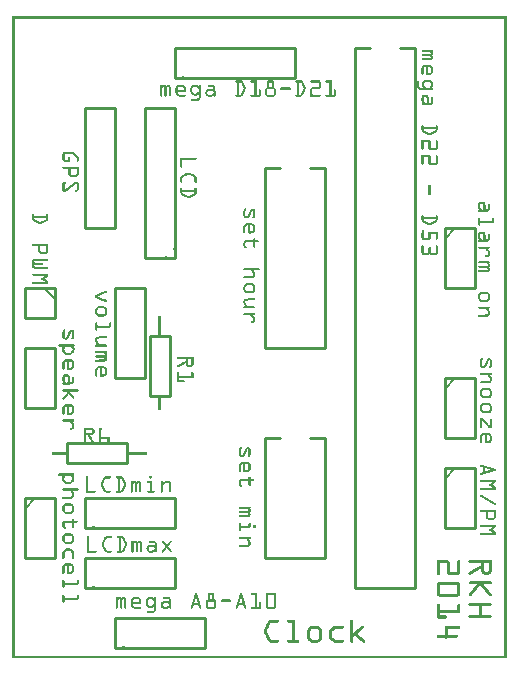
<source format=gto>
G04 MADE WITH FRITZING*
G04 WWW.FRITZING.ORG*
G04 DOUBLE SIDED*
G04 HOLES PLATED*
G04 CONTOUR ON CENTER OF CONTOUR VECTOR*
%ASAXBY*%
%FSLAX23Y23*%
%MOIN*%
%OFA0B0*%
%SFA1.0B1.0*%
%ADD10C,0.010000*%
%ADD11C,0.005000*%
%ADD12R,0.001000X0.001000*%
%LNSILK1*%
G90*
G70*
G54D10*
X1441Y934D02*
X1441Y734D01*
D02*
X1441Y734D02*
X1541Y734D01*
D02*
X1541Y734D02*
X1541Y934D01*
D02*
X1541Y934D02*
X1441Y934D01*
G54D11*
D02*
X1441Y899D02*
X1476Y934D01*
G54D10*
D02*
X141Y1234D02*
X41Y1234D01*
D02*
X41Y1234D02*
X41Y1134D01*
D02*
X41Y1134D02*
X141Y1134D01*
D02*
X141Y1134D02*
X141Y1234D01*
G54D11*
D02*
X106Y1234D02*
X141Y1199D01*
G54D10*
D02*
X1441Y1434D02*
X1441Y1234D01*
D02*
X1441Y1234D02*
X1541Y1234D01*
D02*
X1541Y1234D02*
X1541Y1434D01*
D02*
X1541Y1434D02*
X1441Y1434D01*
G54D11*
D02*
X1441Y1399D02*
X1476Y1434D01*
G54D10*
D02*
X1441Y634D02*
X1441Y434D01*
D02*
X1441Y434D02*
X1541Y434D01*
D02*
X1541Y434D02*
X1541Y634D01*
D02*
X1541Y634D02*
X1441Y634D01*
G54D11*
D02*
X1441Y599D02*
X1476Y634D01*
G54D10*
D02*
X41Y534D02*
X41Y334D01*
D02*
X41Y334D02*
X141Y334D01*
D02*
X141Y334D02*
X141Y534D01*
D02*
X141Y534D02*
X41Y534D01*
G54D11*
D02*
X41Y499D02*
X76Y534D01*
G54D10*
D02*
X381Y651D02*
X181Y651D01*
D02*
X181Y651D02*
X181Y717D01*
D02*
X181Y717D02*
X381Y717D01*
D02*
X381Y717D02*
X381Y651D01*
D02*
X524Y1074D02*
X524Y874D01*
D02*
X524Y874D02*
X458Y874D01*
D02*
X458Y874D02*
X458Y1074D01*
D02*
X458Y1074D02*
X524Y1074D01*
D02*
X841Y1634D02*
X841Y1034D01*
D02*
X841Y1034D02*
X1041Y1034D01*
D02*
X1041Y1034D02*
X1041Y1634D01*
D02*
X841Y1634D02*
X891Y1634D01*
D02*
X991Y1634D02*
X1041Y1634D01*
D02*
X341Y34D02*
X641Y34D01*
D02*
X641Y34D02*
X641Y134D01*
D02*
X641Y134D02*
X341Y134D01*
D02*
X341Y134D02*
X341Y34D01*
D02*
X541Y1934D02*
X941Y1934D01*
D02*
X941Y1934D02*
X941Y2034D01*
D02*
X941Y2034D02*
X541Y2034D01*
D02*
X541Y2034D02*
X541Y1934D01*
D02*
X1141Y2034D02*
X1141Y234D01*
D02*
X1141Y234D02*
X1341Y234D01*
D02*
X1341Y234D02*
X1341Y2034D01*
D02*
X1141Y2034D02*
X1191Y2034D01*
D02*
X1291Y2034D02*
X1341Y2034D01*
D02*
X841Y734D02*
X841Y334D01*
D02*
X841Y334D02*
X1041Y334D01*
D02*
X1041Y334D02*
X1041Y734D01*
D02*
X841Y734D02*
X891Y734D01*
D02*
X991Y734D02*
X1041Y734D01*
D02*
X541Y1334D02*
X541Y1834D01*
D02*
X541Y1834D02*
X441Y1834D01*
D02*
X441Y1834D02*
X441Y1334D01*
D02*
X441Y1334D02*
X541Y1334D01*
D02*
X241Y1834D02*
X241Y1434D01*
D02*
X241Y1434D02*
X341Y1434D01*
D02*
X341Y1434D02*
X341Y1834D01*
D02*
X341Y1834D02*
X241Y1834D01*
D02*
X41Y1034D02*
X41Y834D01*
D02*
X41Y834D02*
X141Y834D01*
D02*
X141Y834D02*
X141Y1034D01*
D02*
X141Y1034D02*
X41Y1034D01*
D02*
X241Y234D02*
X541Y234D01*
D02*
X541Y234D02*
X541Y334D01*
D02*
X541Y334D02*
X241Y334D01*
D02*
X241Y334D02*
X241Y234D01*
D02*
X341Y1234D02*
X341Y934D01*
D02*
X341Y934D02*
X441Y934D01*
D02*
X441Y934D02*
X441Y1234D01*
D02*
X441Y1234D02*
X341Y1234D01*
D02*
X241Y434D02*
X541Y434D01*
D02*
X541Y434D02*
X541Y534D01*
D02*
X541Y534D02*
X241Y534D01*
D02*
X241Y534D02*
X241Y434D01*
G54D12*
X0Y2140D02*
X1647Y2140D01*
X0Y2139D02*
X1647Y2139D01*
X0Y2138D02*
X1647Y2138D01*
X0Y2137D02*
X1647Y2137D01*
X0Y2136D02*
X1647Y2136D01*
X0Y2135D02*
X1647Y2135D01*
X0Y2134D02*
X1647Y2134D01*
X0Y2133D02*
X1647Y2133D01*
X0Y2132D02*
X7Y2132D01*
X1640Y2132D02*
X1647Y2132D01*
X0Y2131D02*
X7Y2131D01*
X1640Y2131D02*
X1647Y2131D01*
X0Y2130D02*
X7Y2130D01*
X1640Y2130D02*
X1647Y2130D01*
X0Y2129D02*
X7Y2129D01*
X1640Y2129D02*
X1647Y2129D01*
X0Y2128D02*
X7Y2128D01*
X1640Y2128D02*
X1647Y2128D01*
X0Y2127D02*
X7Y2127D01*
X1640Y2127D02*
X1647Y2127D01*
X0Y2126D02*
X7Y2126D01*
X1640Y2126D02*
X1647Y2126D01*
X0Y2125D02*
X7Y2125D01*
X1640Y2125D02*
X1647Y2125D01*
X0Y2124D02*
X7Y2124D01*
X1640Y2124D02*
X1647Y2124D01*
X0Y2123D02*
X7Y2123D01*
X1640Y2123D02*
X1647Y2123D01*
X0Y2122D02*
X7Y2122D01*
X1640Y2122D02*
X1647Y2122D01*
X0Y2121D02*
X7Y2121D01*
X1640Y2121D02*
X1647Y2121D01*
X0Y2120D02*
X7Y2120D01*
X1640Y2120D02*
X1647Y2120D01*
X0Y2119D02*
X7Y2119D01*
X1640Y2119D02*
X1647Y2119D01*
X0Y2118D02*
X7Y2118D01*
X1640Y2118D02*
X1647Y2118D01*
X0Y2117D02*
X7Y2117D01*
X1640Y2117D02*
X1647Y2117D01*
X0Y2116D02*
X7Y2116D01*
X1640Y2116D02*
X1647Y2116D01*
X0Y2115D02*
X7Y2115D01*
X1640Y2115D02*
X1647Y2115D01*
X0Y2114D02*
X7Y2114D01*
X1640Y2114D02*
X1647Y2114D01*
X0Y2113D02*
X7Y2113D01*
X1640Y2113D02*
X1647Y2113D01*
X0Y2112D02*
X7Y2112D01*
X1640Y2112D02*
X1647Y2112D01*
X0Y2111D02*
X7Y2111D01*
X1640Y2111D02*
X1647Y2111D01*
X0Y2110D02*
X7Y2110D01*
X1640Y2110D02*
X1647Y2110D01*
X0Y2109D02*
X7Y2109D01*
X1640Y2109D02*
X1647Y2109D01*
X0Y2108D02*
X7Y2108D01*
X1640Y2108D02*
X1647Y2108D01*
X0Y2107D02*
X7Y2107D01*
X1640Y2107D02*
X1647Y2107D01*
X0Y2106D02*
X7Y2106D01*
X1640Y2106D02*
X1647Y2106D01*
X0Y2105D02*
X7Y2105D01*
X1640Y2105D02*
X1647Y2105D01*
X0Y2104D02*
X7Y2104D01*
X1640Y2104D02*
X1647Y2104D01*
X0Y2103D02*
X7Y2103D01*
X1640Y2103D02*
X1647Y2103D01*
X0Y2102D02*
X7Y2102D01*
X1640Y2102D02*
X1647Y2102D01*
X0Y2101D02*
X7Y2101D01*
X1640Y2101D02*
X1647Y2101D01*
X0Y2100D02*
X7Y2100D01*
X1640Y2100D02*
X1647Y2100D01*
X0Y2099D02*
X7Y2099D01*
X1640Y2099D02*
X1647Y2099D01*
X0Y2098D02*
X7Y2098D01*
X1640Y2098D02*
X1647Y2098D01*
X0Y2097D02*
X7Y2097D01*
X1640Y2097D02*
X1647Y2097D01*
X0Y2096D02*
X7Y2096D01*
X1640Y2096D02*
X1647Y2096D01*
X0Y2095D02*
X7Y2095D01*
X1640Y2095D02*
X1647Y2095D01*
X0Y2094D02*
X7Y2094D01*
X1640Y2094D02*
X1647Y2094D01*
X0Y2093D02*
X7Y2093D01*
X1640Y2093D02*
X1647Y2093D01*
X0Y2092D02*
X7Y2092D01*
X1640Y2092D02*
X1647Y2092D01*
X0Y2091D02*
X7Y2091D01*
X1640Y2091D02*
X1647Y2091D01*
X0Y2090D02*
X7Y2090D01*
X1640Y2090D02*
X1647Y2090D01*
X0Y2089D02*
X7Y2089D01*
X1640Y2089D02*
X1647Y2089D01*
X0Y2088D02*
X7Y2088D01*
X1640Y2088D02*
X1647Y2088D01*
X0Y2087D02*
X7Y2087D01*
X1640Y2087D02*
X1647Y2087D01*
X0Y2086D02*
X7Y2086D01*
X1640Y2086D02*
X1647Y2086D01*
X0Y2085D02*
X7Y2085D01*
X1640Y2085D02*
X1647Y2085D01*
X0Y2084D02*
X7Y2084D01*
X1640Y2084D02*
X1647Y2084D01*
X0Y2083D02*
X7Y2083D01*
X1640Y2083D02*
X1647Y2083D01*
X0Y2082D02*
X7Y2082D01*
X1640Y2082D02*
X1647Y2082D01*
X0Y2081D02*
X7Y2081D01*
X1640Y2081D02*
X1647Y2081D01*
X0Y2080D02*
X7Y2080D01*
X1640Y2080D02*
X1647Y2080D01*
X0Y2079D02*
X7Y2079D01*
X1640Y2079D02*
X1647Y2079D01*
X0Y2078D02*
X7Y2078D01*
X1640Y2078D02*
X1647Y2078D01*
X0Y2077D02*
X7Y2077D01*
X1640Y2077D02*
X1647Y2077D01*
X0Y2076D02*
X7Y2076D01*
X1640Y2076D02*
X1647Y2076D01*
X0Y2075D02*
X7Y2075D01*
X1640Y2075D02*
X1647Y2075D01*
X0Y2074D02*
X7Y2074D01*
X1640Y2074D02*
X1647Y2074D01*
X0Y2073D02*
X7Y2073D01*
X1640Y2073D02*
X1647Y2073D01*
X0Y2072D02*
X7Y2072D01*
X1640Y2072D02*
X1647Y2072D01*
X0Y2071D02*
X7Y2071D01*
X1640Y2071D02*
X1647Y2071D01*
X0Y2070D02*
X7Y2070D01*
X1640Y2070D02*
X1647Y2070D01*
X0Y2069D02*
X7Y2069D01*
X1640Y2069D02*
X1647Y2069D01*
X0Y2068D02*
X7Y2068D01*
X1640Y2068D02*
X1647Y2068D01*
X0Y2067D02*
X7Y2067D01*
X1640Y2067D02*
X1647Y2067D01*
X0Y2066D02*
X7Y2066D01*
X1640Y2066D02*
X1647Y2066D01*
X0Y2065D02*
X7Y2065D01*
X1640Y2065D02*
X1647Y2065D01*
X0Y2064D02*
X7Y2064D01*
X1640Y2064D02*
X1647Y2064D01*
X0Y2063D02*
X7Y2063D01*
X1640Y2063D02*
X1647Y2063D01*
X0Y2062D02*
X7Y2062D01*
X1640Y2062D02*
X1647Y2062D01*
X0Y2061D02*
X7Y2061D01*
X1640Y2061D02*
X1647Y2061D01*
X0Y2060D02*
X7Y2060D01*
X1640Y2060D02*
X1647Y2060D01*
X0Y2059D02*
X7Y2059D01*
X1640Y2059D02*
X1647Y2059D01*
X0Y2058D02*
X7Y2058D01*
X1640Y2058D02*
X1647Y2058D01*
X0Y2057D02*
X7Y2057D01*
X1640Y2057D02*
X1647Y2057D01*
X0Y2056D02*
X7Y2056D01*
X1640Y2056D02*
X1647Y2056D01*
X0Y2055D02*
X7Y2055D01*
X1640Y2055D02*
X1647Y2055D01*
X0Y2054D02*
X7Y2054D01*
X1640Y2054D02*
X1647Y2054D01*
X0Y2053D02*
X7Y2053D01*
X1640Y2053D02*
X1647Y2053D01*
X0Y2052D02*
X7Y2052D01*
X1640Y2052D02*
X1647Y2052D01*
X0Y2051D02*
X7Y2051D01*
X1640Y2051D02*
X1647Y2051D01*
X0Y2050D02*
X7Y2050D01*
X1640Y2050D02*
X1647Y2050D01*
X0Y2049D02*
X7Y2049D01*
X1640Y2049D02*
X1647Y2049D01*
X0Y2048D02*
X7Y2048D01*
X1640Y2048D02*
X1647Y2048D01*
X0Y2047D02*
X7Y2047D01*
X1640Y2047D02*
X1647Y2047D01*
X0Y2046D02*
X7Y2046D01*
X1640Y2046D02*
X1647Y2046D01*
X0Y2045D02*
X7Y2045D01*
X1640Y2045D02*
X1647Y2045D01*
X0Y2044D02*
X7Y2044D01*
X1640Y2044D02*
X1647Y2044D01*
X0Y2043D02*
X7Y2043D01*
X1640Y2043D02*
X1647Y2043D01*
X0Y2042D02*
X7Y2042D01*
X1640Y2042D02*
X1647Y2042D01*
X0Y2041D02*
X7Y2041D01*
X1640Y2041D02*
X1647Y2041D01*
X0Y2040D02*
X7Y2040D01*
X1640Y2040D02*
X1647Y2040D01*
X0Y2039D02*
X7Y2039D01*
X1640Y2039D02*
X1647Y2039D01*
X0Y2038D02*
X7Y2038D01*
X1640Y2038D02*
X1647Y2038D01*
X0Y2037D02*
X7Y2037D01*
X1640Y2037D02*
X1647Y2037D01*
X0Y2036D02*
X7Y2036D01*
X1640Y2036D02*
X1647Y2036D01*
X0Y2035D02*
X7Y2035D01*
X1640Y2035D02*
X1647Y2035D01*
X0Y2034D02*
X7Y2034D01*
X1640Y2034D02*
X1647Y2034D01*
X0Y2033D02*
X7Y2033D01*
X1640Y2033D02*
X1647Y2033D01*
X0Y2032D02*
X7Y2032D01*
X1640Y2032D02*
X1647Y2032D01*
X0Y2031D02*
X7Y2031D01*
X1640Y2031D02*
X1647Y2031D01*
X0Y2030D02*
X7Y2030D01*
X1640Y2030D02*
X1647Y2030D01*
X0Y2029D02*
X7Y2029D01*
X1640Y2029D02*
X1647Y2029D01*
X0Y2028D02*
X7Y2028D01*
X1365Y2028D02*
X1401Y2028D01*
X1640Y2028D02*
X1647Y2028D01*
X0Y2027D02*
X7Y2027D01*
X1364Y2027D02*
X1401Y2027D01*
X1640Y2027D02*
X1647Y2027D01*
X0Y2026D02*
X7Y2026D01*
X1364Y2026D02*
X1402Y2026D01*
X1640Y2026D02*
X1647Y2026D01*
X0Y2025D02*
X7Y2025D01*
X1364Y2025D02*
X1402Y2025D01*
X1640Y2025D02*
X1647Y2025D01*
X0Y2024D02*
X7Y2024D01*
X1364Y2024D02*
X1402Y2024D01*
X1640Y2024D02*
X1647Y2024D01*
X0Y2023D02*
X7Y2023D01*
X1364Y2023D02*
X1401Y2023D01*
X1640Y2023D02*
X1647Y2023D01*
X0Y2022D02*
X7Y2022D01*
X1366Y2022D02*
X1400Y2022D01*
X1640Y2022D02*
X1647Y2022D01*
X0Y2021D02*
X7Y2021D01*
X1392Y2021D02*
X1400Y2021D01*
X1640Y2021D02*
X1647Y2021D01*
X0Y2020D02*
X7Y2020D01*
X1393Y2020D02*
X1401Y2020D01*
X1640Y2020D02*
X1647Y2020D01*
X0Y2019D02*
X7Y2019D01*
X1394Y2019D02*
X1401Y2019D01*
X1640Y2019D02*
X1647Y2019D01*
X0Y2018D02*
X7Y2018D01*
X1395Y2018D02*
X1402Y2018D01*
X1640Y2018D02*
X1647Y2018D01*
X0Y2017D02*
X7Y2017D01*
X1396Y2017D02*
X1402Y2017D01*
X1640Y2017D02*
X1647Y2017D01*
X0Y2016D02*
X7Y2016D01*
X1396Y2016D02*
X1402Y2016D01*
X1640Y2016D02*
X1647Y2016D01*
X0Y2015D02*
X7Y2015D01*
X1396Y2015D02*
X1402Y2015D01*
X1640Y2015D02*
X1647Y2015D01*
X0Y2014D02*
X7Y2014D01*
X1365Y2014D02*
X1402Y2014D01*
X1640Y2014D02*
X1647Y2014D01*
X0Y2013D02*
X7Y2013D01*
X1364Y2013D02*
X1401Y2013D01*
X1640Y2013D02*
X1647Y2013D01*
X0Y2012D02*
X7Y2012D01*
X1364Y2012D02*
X1401Y2012D01*
X1640Y2012D02*
X1647Y2012D01*
X0Y2011D02*
X7Y2011D01*
X1363Y2011D02*
X1400Y2011D01*
X1640Y2011D02*
X1647Y2011D01*
X0Y2010D02*
X7Y2010D01*
X1364Y2010D02*
X1399Y2010D01*
X1640Y2010D02*
X1647Y2010D01*
X0Y2009D02*
X7Y2009D01*
X1364Y2009D02*
X1399Y2009D01*
X1640Y2009D02*
X1647Y2009D01*
X0Y2008D02*
X7Y2008D01*
X1365Y2008D02*
X1400Y2008D01*
X1640Y2008D02*
X1647Y2008D01*
X0Y2007D02*
X7Y2007D01*
X1392Y2007D02*
X1400Y2007D01*
X1640Y2007D02*
X1647Y2007D01*
X0Y2006D02*
X7Y2006D01*
X1393Y2006D02*
X1401Y2006D01*
X1640Y2006D02*
X1647Y2006D01*
X0Y2005D02*
X7Y2005D01*
X1394Y2005D02*
X1401Y2005D01*
X1640Y2005D02*
X1647Y2005D01*
X0Y2004D02*
X7Y2004D01*
X1395Y2004D02*
X1402Y2004D01*
X1640Y2004D02*
X1647Y2004D01*
X0Y2003D02*
X7Y2003D01*
X1396Y2003D02*
X1402Y2003D01*
X1640Y2003D02*
X1647Y2003D01*
X0Y2002D02*
X7Y2002D01*
X1396Y2002D02*
X1402Y2002D01*
X1640Y2002D02*
X1647Y2002D01*
X0Y2001D02*
X7Y2001D01*
X1390Y2001D02*
X1402Y2001D01*
X1640Y2001D02*
X1647Y2001D01*
X0Y2000D02*
X7Y2000D01*
X1366Y2000D02*
X1401Y2000D01*
X1640Y2000D02*
X1647Y2000D01*
X0Y1999D02*
X7Y1999D01*
X1364Y1999D02*
X1401Y1999D01*
X1640Y1999D02*
X1647Y1999D01*
X0Y1998D02*
X7Y1998D01*
X1364Y1998D02*
X1400Y1998D01*
X1640Y1998D02*
X1647Y1998D01*
X0Y1997D02*
X7Y1997D01*
X1364Y1997D02*
X1400Y1997D01*
X1640Y1997D02*
X1647Y1997D01*
X0Y1996D02*
X7Y1996D01*
X1364Y1996D02*
X1399Y1996D01*
X1640Y1996D02*
X1647Y1996D01*
X0Y1995D02*
X7Y1995D01*
X1364Y1995D02*
X1397Y1995D01*
X1640Y1995D02*
X1647Y1995D01*
X0Y1994D02*
X7Y1994D01*
X1365Y1994D02*
X1388Y1994D01*
X1640Y1994D02*
X1647Y1994D01*
X0Y1993D02*
X7Y1993D01*
X1640Y1993D02*
X1647Y1993D01*
X0Y1992D02*
X7Y1992D01*
X1640Y1992D02*
X1647Y1992D01*
X0Y1991D02*
X7Y1991D01*
X1640Y1991D02*
X1647Y1991D01*
X0Y1990D02*
X7Y1990D01*
X1640Y1990D02*
X1647Y1990D01*
X0Y1989D02*
X7Y1989D01*
X1640Y1989D02*
X1647Y1989D01*
X0Y1988D02*
X7Y1988D01*
X1640Y1988D02*
X1647Y1988D01*
X0Y1987D02*
X7Y1987D01*
X1640Y1987D02*
X1647Y1987D01*
X0Y1986D02*
X7Y1986D01*
X1640Y1986D02*
X1647Y1986D01*
X0Y1985D02*
X7Y1985D01*
X1640Y1985D02*
X1647Y1985D01*
X0Y1984D02*
X7Y1984D01*
X1640Y1984D02*
X1647Y1984D01*
X0Y1983D02*
X7Y1983D01*
X1640Y1983D02*
X1647Y1983D01*
X0Y1982D02*
X7Y1982D01*
X1640Y1982D02*
X1647Y1982D01*
X0Y1981D02*
X7Y1981D01*
X1640Y1981D02*
X1647Y1981D01*
X0Y1980D02*
X7Y1980D01*
X1640Y1980D02*
X1647Y1980D01*
X0Y1979D02*
X7Y1979D01*
X1640Y1979D02*
X1647Y1979D01*
X0Y1978D02*
X7Y1978D01*
X1374Y1978D02*
X1392Y1978D01*
X1640Y1978D02*
X1647Y1978D01*
X0Y1977D02*
X7Y1977D01*
X1371Y1977D02*
X1394Y1977D01*
X1640Y1977D02*
X1647Y1977D01*
X0Y1976D02*
X7Y1976D01*
X1369Y1976D02*
X1396Y1976D01*
X1640Y1976D02*
X1647Y1976D01*
X0Y1975D02*
X7Y1975D01*
X1368Y1975D02*
X1397Y1975D01*
X1640Y1975D02*
X1647Y1975D01*
X0Y1974D02*
X7Y1974D01*
X1368Y1974D02*
X1398Y1974D01*
X1640Y1974D02*
X1647Y1974D01*
X0Y1973D02*
X7Y1973D01*
X1367Y1973D02*
X1399Y1973D01*
X1640Y1973D02*
X1647Y1973D01*
X0Y1972D02*
X7Y1972D01*
X1366Y1972D02*
X1399Y1972D01*
X1640Y1972D02*
X1647Y1972D01*
X0Y1971D02*
X7Y1971D01*
X1365Y1971D02*
X1374Y1971D01*
X1378Y1971D02*
X1384Y1971D01*
X1392Y1971D02*
X1400Y1971D01*
X1640Y1971D02*
X1647Y1971D01*
X0Y1970D02*
X7Y1970D01*
X541Y1970D02*
X542Y1970D01*
X1365Y1970D02*
X1372Y1970D01*
X1378Y1970D02*
X1384Y1970D01*
X1393Y1970D02*
X1401Y1970D01*
X1640Y1970D02*
X1647Y1970D01*
X0Y1969D02*
X7Y1969D01*
X540Y1969D02*
X543Y1969D01*
X1364Y1969D02*
X1371Y1969D01*
X1378Y1969D02*
X1384Y1969D01*
X1394Y1969D02*
X1401Y1969D01*
X1640Y1969D02*
X1647Y1969D01*
X0Y1968D02*
X7Y1968D01*
X539Y1968D02*
X544Y1968D01*
X1364Y1968D02*
X1371Y1968D01*
X1378Y1968D02*
X1384Y1968D01*
X1395Y1968D02*
X1402Y1968D01*
X1640Y1968D02*
X1647Y1968D01*
X0Y1967D02*
X7Y1967D01*
X539Y1967D02*
X545Y1967D01*
X1364Y1967D02*
X1370Y1967D01*
X1378Y1967D02*
X1384Y1967D01*
X1396Y1967D02*
X1402Y1967D01*
X1640Y1967D02*
X1647Y1967D01*
X0Y1966D02*
X7Y1966D01*
X540Y1966D02*
X546Y1966D01*
X1363Y1966D02*
X1370Y1966D01*
X1378Y1966D02*
X1384Y1966D01*
X1396Y1966D02*
X1402Y1966D01*
X1640Y1966D02*
X1647Y1966D01*
X0Y1965D02*
X7Y1965D01*
X541Y1965D02*
X546Y1965D01*
X1363Y1965D02*
X1370Y1965D01*
X1378Y1965D02*
X1384Y1965D01*
X1396Y1965D02*
X1402Y1965D01*
X1640Y1965D02*
X1647Y1965D01*
X0Y1964D02*
X7Y1964D01*
X542Y1964D02*
X546Y1964D01*
X1363Y1964D02*
X1370Y1964D01*
X1378Y1964D02*
X1384Y1964D01*
X1396Y1964D02*
X1402Y1964D01*
X1640Y1964D02*
X1647Y1964D01*
X0Y1963D02*
X7Y1963D01*
X543Y1963D02*
X546Y1963D01*
X1363Y1963D02*
X1370Y1963D01*
X1378Y1963D02*
X1384Y1963D01*
X1396Y1963D02*
X1402Y1963D01*
X1640Y1963D02*
X1647Y1963D01*
X0Y1962D02*
X7Y1962D01*
X544Y1962D02*
X546Y1962D01*
X1363Y1962D02*
X1370Y1962D01*
X1378Y1962D02*
X1384Y1962D01*
X1396Y1962D02*
X1402Y1962D01*
X1640Y1962D02*
X1647Y1962D01*
X0Y1961D02*
X7Y1961D01*
X545Y1961D02*
X546Y1961D01*
X1363Y1961D02*
X1370Y1961D01*
X1378Y1961D02*
X1384Y1961D01*
X1396Y1961D02*
X1402Y1961D01*
X1640Y1961D02*
X1647Y1961D01*
X0Y1960D02*
X7Y1960D01*
X546Y1960D02*
X546Y1960D01*
X1363Y1960D02*
X1370Y1960D01*
X1378Y1960D02*
X1384Y1960D01*
X1396Y1960D02*
X1402Y1960D01*
X1640Y1960D02*
X1647Y1960D01*
X0Y1959D02*
X7Y1959D01*
X1363Y1959D02*
X1370Y1959D01*
X1378Y1959D02*
X1384Y1959D01*
X1396Y1959D02*
X1402Y1959D01*
X1640Y1959D02*
X1647Y1959D01*
X0Y1958D02*
X7Y1958D01*
X1363Y1958D02*
X1370Y1958D01*
X1378Y1958D02*
X1384Y1958D01*
X1396Y1958D02*
X1402Y1958D01*
X1640Y1958D02*
X1647Y1958D01*
X0Y1957D02*
X7Y1957D01*
X1363Y1957D02*
X1370Y1957D01*
X1378Y1957D02*
X1384Y1957D01*
X1396Y1957D02*
X1402Y1957D01*
X1640Y1957D02*
X1647Y1957D01*
X0Y1956D02*
X7Y1956D01*
X1363Y1956D02*
X1370Y1956D01*
X1378Y1956D02*
X1384Y1956D01*
X1396Y1956D02*
X1402Y1956D01*
X1640Y1956D02*
X1647Y1956D01*
X0Y1955D02*
X7Y1955D01*
X1363Y1955D02*
X1370Y1955D01*
X1378Y1955D02*
X1384Y1955D01*
X1396Y1955D02*
X1402Y1955D01*
X1640Y1955D02*
X1647Y1955D01*
X0Y1954D02*
X7Y1954D01*
X1363Y1954D02*
X1370Y1954D01*
X1378Y1954D02*
X1384Y1954D01*
X1395Y1954D02*
X1402Y1954D01*
X1640Y1954D02*
X1647Y1954D01*
X0Y1953D02*
X7Y1953D01*
X1363Y1953D02*
X1370Y1953D01*
X1378Y1953D02*
X1384Y1953D01*
X1394Y1953D02*
X1401Y1953D01*
X1640Y1953D02*
X1647Y1953D01*
X0Y1952D02*
X7Y1952D01*
X1363Y1952D02*
X1370Y1952D01*
X1378Y1952D02*
X1384Y1952D01*
X1393Y1952D02*
X1401Y1952D01*
X1640Y1952D02*
X1647Y1952D01*
X0Y1951D02*
X7Y1951D01*
X1363Y1951D02*
X1370Y1951D01*
X1378Y1951D02*
X1384Y1951D01*
X1392Y1951D02*
X1400Y1951D01*
X1640Y1951D02*
X1647Y1951D01*
X0Y1950D02*
X7Y1950D01*
X1363Y1950D02*
X1370Y1950D01*
X1378Y1950D02*
X1399Y1950D01*
X1640Y1950D02*
X1647Y1950D01*
X0Y1949D02*
X7Y1949D01*
X1363Y1949D02*
X1370Y1949D01*
X1378Y1949D02*
X1399Y1949D01*
X1640Y1949D02*
X1647Y1949D01*
X0Y1948D02*
X7Y1948D01*
X1363Y1948D02*
X1370Y1948D01*
X1378Y1948D02*
X1398Y1948D01*
X1640Y1948D02*
X1647Y1948D01*
X0Y1947D02*
X7Y1947D01*
X1363Y1947D02*
X1369Y1947D01*
X1378Y1947D02*
X1397Y1947D01*
X1640Y1947D02*
X1647Y1947D01*
X0Y1946D02*
X7Y1946D01*
X1364Y1946D02*
X1369Y1946D01*
X1378Y1946D02*
X1396Y1946D01*
X1640Y1946D02*
X1647Y1946D01*
X0Y1945D02*
X7Y1945D01*
X1364Y1945D02*
X1369Y1945D01*
X1379Y1945D02*
X1394Y1945D01*
X1640Y1945D02*
X1647Y1945D01*
X0Y1944D02*
X7Y1944D01*
X1366Y1944D02*
X1367Y1944D01*
X1380Y1944D02*
X1392Y1944D01*
X1640Y1944D02*
X1647Y1944D01*
X0Y1943D02*
X7Y1943D01*
X1640Y1943D02*
X1647Y1943D01*
X0Y1942D02*
X7Y1942D01*
X1640Y1942D02*
X1647Y1942D01*
X0Y1941D02*
X7Y1941D01*
X1640Y1941D02*
X1647Y1941D01*
X0Y1940D02*
X7Y1940D01*
X566Y1940D02*
X572Y1940D01*
X1640Y1940D02*
X1647Y1940D01*
X0Y1939D02*
X7Y1939D01*
X567Y1939D02*
X573Y1939D01*
X1640Y1939D02*
X1647Y1939D01*
X0Y1938D02*
X7Y1938D01*
X568Y1938D02*
X574Y1938D01*
X1640Y1938D02*
X1647Y1938D01*
X0Y1937D02*
X7Y1937D01*
X569Y1937D02*
X575Y1937D01*
X1640Y1937D02*
X1647Y1937D01*
X0Y1936D02*
X7Y1936D01*
X570Y1936D02*
X576Y1936D01*
X1640Y1936D02*
X1647Y1936D01*
X0Y1935D02*
X7Y1935D01*
X571Y1935D02*
X575Y1935D01*
X1640Y1935D02*
X1647Y1935D01*
X0Y1934D02*
X7Y1934D01*
X572Y1934D02*
X574Y1934D01*
X1640Y1934D02*
X1647Y1934D01*
X0Y1933D02*
X7Y1933D01*
X573Y1933D02*
X573Y1933D01*
X1640Y1933D02*
X1647Y1933D01*
X0Y1932D02*
X7Y1932D01*
X1640Y1932D02*
X1647Y1932D01*
X0Y1931D02*
X7Y1931D01*
X1640Y1931D02*
X1647Y1931D01*
X0Y1930D02*
X7Y1930D01*
X1640Y1930D02*
X1647Y1930D01*
X0Y1929D02*
X7Y1929D01*
X1640Y1929D02*
X1647Y1929D01*
X0Y1928D02*
X7Y1928D01*
X1376Y1928D02*
X1392Y1928D01*
X1640Y1928D02*
X1647Y1928D01*
X0Y1927D02*
X7Y1927D01*
X1374Y1927D02*
X1394Y1927D01*
X1640Y1927D02*
X1647Y1927D01*
X0Y1926D02*
X7Y1926D01*
X745Y1926D02*
X763Y1926D01*
X795Y1926D02*
X813Y1926D01*
X851Y1926D02*
X869Y1926D01*
X945Y1926D02*
X963Y1926D01*
X995Y1926D02*
X1023Y1926D01*
X1044Y1926D02*
X1063Y1926D01*
X1372Y1926D02*
X1396Y1926D01*
X1640Y1926D02*
X1647Y1926D01*
X0Y1925D02*
X7Y1925D01*
X744Y1925D02*
X765Y1925D01*
X794Y1925D02*
X813Y1925D01*
X851Y1925D02*
X870Y1925D01*
X944Y1925D02*
X965Y1925D01*
X994Y1925D02*
X1025Y1925D01*
X1044Y1925D02*
X1063Y1925D01*
X1371Y1925D02*
X1397Y1925D01*
X1640Y1925D02*
X1647Y1925D01*
X0Y1924D02*
X7Y1924D01*
X743Y1924D02*
X766Y1924D01*
X793Y1924D02*
X813Y1924D01*
X850Y1924D02*
X870Y1924D01*
X943Y1924D02*
X966Y1924D01*
X993Y1924D02*
X1025Y1924D01*
X1043Y1924D02*
X1063Y1924D01*
X1350Y1924D02*
X1354Y1924D01*
X1371Y1924D02*
X1398Y1924D01*
X1640Y1924D02*
X1647Y1924D01*
X0Y1923D02*
X7Y1923D01*
X743Y1923D02*
X767Y1923D01*
X793Y1923D02*
X813Y1923D01*
X850Y1923D02*
X870Y1923D01*
X943Y1923D02*
X967Y1923D01*
X993Y1923D02*
X1026Y1923D01*
X1043Y1923D02*
X1063Y1923D01*
X1349Y1923D02*
X1354Y1923D01*
X1370Y1923D02*
X1399Y1923D01*
X1640Y1923D02*
X1647Y1923D01*
X0Y1922D02*
X7Y1922D01*
X744Y1922D02*
X768Y1922D01*
X794Y1922D02*
X813Y1922D01*
X850Y1922D02*
X870Y1922D01*
X944Y1922D02*
X968Y1922D01*
X994Y1922D02*
X1027Y1922D01*
X1044Y1922D02*
X1063Y1922D01*
X1349Y1922D02*
X1355Y1922D01*
X1369Y1922D02*
X1399Y1922D01*
X1640Y1922D02*
X1647Y1922D01*
X0Y1921D02*
X7Y1921D01*
X744Y1921D02*
X768Y1921D01*
X794Y1921D02*
X813Y1921D01*
X850Y1921D02*
X870Y1921D01*
X944Y1921D02*
X968Y1921D01*
X994Y1921D02*
X1027Y1921D01*
X1044Y1921D02*
X1063Y1921D01*
X1349Y1921D02*
X1355Y1921D01*
X1368Y1921D02*
X1377Y1921D01*
X1392Y1921D02*
X1400Y1921D01*
X1640Y1921D02*
X1647Y1921D01*
X0Y1920D02*
X7Y1920D01*
X746Y1920D02*
X769Y1920D01*
X796Y1920D02*
X813Y1920D01*
X850Y1920D02*
X870Y1920D01*
X946Y1920D02*
X969Y1920D01*
X996Y1920D02*
X1027Y1920D01*
X1046Y1920D02*
X1063Y1920D01*
X1349Y1920D02*
X1355Y1920D01*
X1367Y1920D02*
X1375Y1920D01*
X1393Y1920D02*
X1401Y1920D01*
X1640Y1920D02*
X1647Y1920D01*
X0Y1919D02*
X7Y1919D01*
X750Y1919D02*
X756Y1919D01*
X762Y1919D02*
X769Y1919D01*
X807Y1919D02*
X813Y1919D01*
X850Y1919D02*
X856Y1919D01*
X864Y1919D02*
X870Y1919D01*
X950Y1919D02*
X956Y1919D01*
X962Y1919D02*
X969Y1919D01*
X1021Y1919D02*
X1027Y1919D01*
X1057Y1919D02*
X1063Y1919D01*
X1349Y1919D02*
X1355Y1919D01*
X1367Y1919D02*
X1374Y1919D01*
X1394Y1919D02*
X1401Y1919D01*
X1640Y1919D02*
X1647Y1919D01*
X0Y1918D02*
X7Y1918D01*
X750Y1918D02*
X756Y1918D01*
X763Y1918D02*
X770Y1918D01*
X807Y1918D02*
X813Y1918D01*
X850Y1918D02*
X856Y1918D01*
X864Y1918D02*
X870Y1918D01*
X950Y1918D02*
X956Y1918D01*
X963Y1918D02*
X970Y1918D01*
X1021Y1918D02*
X1027Y1918D01*
X1057Y1918D02*
X1063Y1918D01*
X1349Y1918D02*
X1355Y1918D01*
X1367Y1918D02*
X1373Y1918D01*
X1395Y1918D02*
X1402Y1918D01*
X1640Y1918D02*
X1647Y1918D01*
X0Y1917D02*
X7Y1917D01*
X750Y1917D02*
X756Y1917D01*
X763Y1917D02*
X770Y1917D01*
X807Y1917D02*
X813Y1917D01*
X850Y1917D02*
X856Y1917D01*
X864Y1917D02*
X870Y1917D01*
X950Y1917D02*
X956Y1917D01*
X963Y1917D02*
X970Y1917D01*
X1021Y1917D02*
X1027Y1917D01*
X1057Y1917D02*
X1063Y1917D01*
X1349Y1917D02*
X1355Y1917D01*
X1367Y1917D02*
X1373Y1917D01*
X1396Y1917D02*
X1402Y1917D01*
X1640Y1917D02*
X1647Y1917D01*
X0Y1916D02*
X7Y1916D01*
X750Y1916D02*
X756Y1916D01*
X764Y1916D02*
X771Y1916D01*
X807Y1916D02*
X813Y1916D01*
X850Y1916D02*
X856Y1916D01*
X864Y1916D02*
X870Y1916D01*
X950Y1916D02*
X956Y1916D01*
X964Y1916D02*
X971Y1916D01*
X1021Y1916D02*
X1027Y1916D01*
X1057Y1916D02*
X1063Y1916D01*
X1349Y1916D02*
X1355Y1916D01*
X1366Y1916D02*
X1372Y1916D01*
X1396Y1916D02*
X1402Y1916D01*
X1640Y1916D02*
X1647Y1916D01*
X0Y1915D02*
X7Y1915D01*
X750Y1915D02*
X756Y1915D01*
X764Y1915D02*
X771Y1915D01*
X807Y1915D02*
X813Y1915D01*
X850Y1915D02*
X856Y1915D01*
X864Y1915D02*
X870Y1915D01*
X950Y1915D02*
X956Y1915D01*
X964Y1915D02*
X971Y1915D01*
X1021Y1915D02*
X1027Y1915D01*
X1057Y1915D02*
X1063Y1915D01*
X1349Y1915D02*
X1355Y1915D01*
X1366Y1915D02*
X1372Y1915D01*
X1396Y1915D02*
X1402Y1915D01*
X1640Y1915D02*
X1647Y1915D01*
X0Y1914D02*
X7Y1914D01*
X750Y1914D02*
X756Y1914D01*
X765Y1914D02*
X772Y1914D01*
X807Y1914D02*
X813Y1914D01*
X850Y1914D02*
X856Y1914D01*
X864Y1914D02*
X870Y1914D01*
X950Y1914D02*
X956Y1914D01*
X965Y1914D02*
X972Y1914D01*
X1021Y1914D02*
X1027Y1914D01*
X1057Y1914D02*
X1063Y1914D01*
X1349Y1914D02*
X1355Y1914D01*
X1366Y1914D02*
X1372Y1914D01*
X1396Y1914D02*
X1402Y1914D01*
X1640Y1914D02*
X1647Y1914D01*
X0Y1913D02*
X7Y1913D01*
X750Y1913D02*
X756Y1913D01*
X765Y1913D02*
X772Y1913D01*
X807Y1913D02*
X813Y1913D01*
X850Y1913D02*
X856Y1913D01*
X864Y1913D02*
X870Y1913D01*
X950Y1913D02*
X956Y1913D01*
X965Y1913D02*
X972Y1913D01*
X1021Y1913D02*
X1027Y1913D01*
X1057Y1913D02*
X1063Y1913D01*
X1349Y1913D02*
X1355Y1913D01*
X1366Y1913D02*
X1372Y1913D01*
X1396Y1913D02*
X1402Y1913D01*
X1640Y1913D02*
X1647Y1913D01*
X0Y1912D02*
X7Y1912D01*
X495Y1912D02*
X496Y1912D01*
X504Y1912D02*
X507Y1912D01*
X554Y1912D02*
X566Y1912D01*
X604Y1912D02*
X612Y1912D01*
X623Y1912D02*
X625Y1912D01*
X653Y1912D02*
X668Y1912D01*
X750Y1912D02*
X756Y1912D01*
X766Y1912D02*
X773Y1912D01*
X807Y1912D02*
X813Y1912D01*
X850Y1912D02*
X856Y1912D01*
X864Y1912D02*
X870Y1912D01*
X950Y1912D02*
X956Y1912D01*
X966Y1912D02*
X973Y1912D01*
X1021Y1912D02*
X1027Y1912D01*
X1057Y1912D02*
X1063Y1912D01*
X1349Y1912D02*
X1355Y1912D01*
X1366Y1912D02*
X1372Y1912D01*
X1396Y1912D02*
X1402Y1912D01*
X1640Y1912D02*
X1647Y1912D01*
X0Y1911D02*
X7Y1911D01*
X494Y1911D02*
X498Y1911D01*
X502Y1911D02*
X509Y1911D01*
X515Y1911D02*
X522Y1911D01*
X552Y1911D02*
X569Y1911D01*
X602Y1911D02*
X615Y1911D01*
X622Y1911D02*
X626Y1911D01*
X651Y1911D02*
X671Y1911D01*
X750Y1911D02*
X756Y1911D01*
X766Y1911D02*
X773Y1911D01*
X807Y1911D02*
X813Y1911D01*
X850Y1911D02*
X856Y1911D01*
X864Y1911D02*
X870Y1911D01*
X950Y1911D02*
X956Y1911D01*
X966Y1911D02*
X973Y1911D01*
X1021Y1911D02*
X1027Y1911D01*
X1057Y1911D02*
X1063Y1911D01*
X1349Y1911D02*
X1355Y1911D01*
X1366Y1911D02*
X1372Y1911D01*
X1396Y1911D02*
X1402Y1911D01*
X1640Y1911D02*
X1647Y1911D01*
X0Y1910D02*
X7Y1910D01*
X493Y1910D02*
X510Y1910D01*
X514Y1910D02*
X524Y1910D01*
X550Y1910D02*
X570Y1910D01*
X600Y1910D02*
X617Y1910D01*
X621Y1910D02*
X627Y1910D01*
X651Y1910D02*
X672Y1910D01*
X750Y1910D02*
X756Y1910D01*
X767Y1910D02*
X774Y1910D01*
X807Y1910D02*
X813Y1910D01*
X850Y1910D02*
X856Y1910D01*
X864Y1910D02*
X870Y1910D01*
X950Y1910D02*
X956Y1910D01*
X967Y1910D02*
X974Y1910D01*
X1021Y1910D02*
X1027Y1910D01*
X1057Y1910D02*
X1063Y1910D01*
X1349Y1910D02*
X1355Y1910D01*
X1366Y1910D02*
X1372Y1910D01*
X1396Y1910D02*
X1402Y1910D01*
X1640Y1910D02*
X1647Y1910D01*
X0Y1909D02*
X7Y1909D01*
X493Y1909D02*
X525Y1909D01*
X549Y1909D02*
X572Y1909D01*
X599Y1909D02*
X618Y1909D01*
X621Y1909D02*
X627Y1909D01*
X650Y1909D02*
X673Y1909D01*
X750Y1909D02*
X756Y1909D01*
X767Y1909D02*
X774Y1909D01*
X807Y1909D02*
X813Y1909D01*
X850Y1909D02*
X856Y1909D01*
X864Y1909D02*
X870Y1909D01*
X950Y1909D02*
X956Y1909D01*
X967Y1909D02*
X974Y1909D01*
X1021Y1909D02*
X1027Y1909D01*
X1057Y1909D02*
X1063Y1909D01*
X1349Y1909D02*
X1355Y1909D01*
X1366Y1909D02*
X1373Y1909D01*
X1396Y1909D02*
X1402Y1909D01*
X1640Y1909D02*
X1647Y1909D01*
X0Y1908D02*
X7Y1908D01*
X493Y1908D02*
X525Y1908D01*
X548Y1908D02*
X573Y1908D01*
X598Y1908D02*
X619Y1908D01*
X621Y1908D02*
X627Y1908D01*
X650Y1908D02*
X674Y1908D01*
X750Y1908D02*
X756Y1908D01*
X768Y1908D02*
X775Y1908D01*
X807Y1908D02*
X813Y1908D01*
X850Y1908D02*
X856Y1908D01*
X864Y1908D02*
X870Y1908D01*
X950Y1908D02*
X956Y1908D01*
X968Y1908D02*
X975Y1908D01*
X1021Y1908D02*
X1027Y1908D01*
X1057Y1908D02*
X1063Y1908D01*
X1349Y1908D02*
X1355Y1908D01*
X1367Y1908D02*
X1373Y1908D01*
X1395Y1908D02*
X1402Y1908D01*
X1640Y1908D02*
X1647Y1908D01*
X0Y1907D02*
X7Y1907D01*
X493Y1907D02*
X526Y1907D01*
X547Y1907D02*
X574Y1907D01*
X597Y1907D02*
X627Y1907D01*
X651Y1907D02*
X675Y1907D01*
X750Y1907D02*
X756Y1907D01*
X768Y1907D02*
X775Y1907D01*
X807Y1907D02*
X813Y1907D01*
X850Y1907D02*
X856Y1907D01*
X864Y1907D02*
X870Y1907D01*
X950Y1907D02*
X956Y1907D01*
X968Y1907D02*
X975Y1907D01*
X1021Y1907D02*
X1027Y1907D01*
X1057Y1907D02*
X1063Y1907D01*
X1349Y1907D02*
X1355Y1907D01*
X1367Y1907D02*
X1374Y1907D01*
X1394Y1907D02*
X1401Y1907D01*
X1640Y1907D02*
X1647Y1907D01*
X0Y1906D02*
X7Y1906D01*
X493Y1906D02*
X526Y1906D01*
X546Y1906D02*
X575Y1906D01*
X596Y1906D02*
X627Y1906D01*
X652Y1906D02*
X675Y1906D01*
X750Y1906D02*
X756Y1906D01*
X769Y1906D02*
X776Y1906D01*
X807Y1906D02*
X813Y1906D01*
X850Y1906D02*
X856Y1906D01*
X864Y1906D02*
X870Y1906D01*
X950Y1906D02*
X956Y1906D01*
X969Y1906D02*
X976Y1906D01*
X1021Y1906D02*
X1027Y1906D01*
X1057Y1906D02*
X1063Y1906D01*
X1349Y1906D02*
X1355Y1906D01*
X1367Y1906D02*
X1375Y1906D01*
X1393Y1906D02*
X1401Y1906D01*
X1640Y1906D02*
X1647Y1906D01*
X0Y1905D02*
X7Y1905D01*
X493Y1905D02*
X504Y1905D01*
X506Y1905D02*
X518Y1905D01*
X520Y1905D02*
X526Y1905D01*
X545Y1905D02*
X554Y1905D01*
X566Y1905D02*
X576Y1905D01*
X595Y1905D02*
X604Y1905D01*
X613Y1905D02*
X627Y1905D01*
X668Y1905D02*
X676Y1905D01*
X750Y1905D02*
X756Y1905D01*
X769Y1905D02*
X776Y1905D01*
X807Y1905D02*
X813Y1905D01*
X850Y1905D02*
X856Y1905D01*
X864Y1905D02*
X870Y1905D01*
X950Y1905D02*
X956Y1905D01*
X969Y1905D02*
X976Y1905D01*
X1021Y1905D02*
X1027Y1905D01*
X1057Y1905D02*
X1063Y1905D01*
X1349Y1905D02*
X1355Y1905D01*
X1368Y1905D02*
X1376Y1905D01*
X1393Y1905D02*
X1400Y1905D01*
X1640Y1905D02*
X1647Y1905D01*
X0Y1904D02*
X7Y1904D01*
X493Y1904D02*
X503Y1904D01*
X507Y1904D02*
X517Y1904D01*
X521Y1904D02*
X527Y1904D01*
X545Y1904D02*
X553Y1904D01*
X568Y1904D02*
X576Y1904D01*
X594Y1904D02*
X603Y1904D01*
X614Y1904D02*
X627Y1904D01*
X669Y1904D02*
X676Y1904D01*
X750Y1904D02*
X756Y1904D01*
X770Y1904D02*
X776Y1904D01*
X807Y1904D02*
X813Y1904D01*
X850Y1904D02*
X856Y1904D01*
X864Y1904D02*
X870Y1904D01*
X950Y1904D02*
X956Y1904D01*
X970Y1904D02*
X976Y1904D01*
X1021Y1904D02*
X1027Y1904D01*
X1057Y1904D02*
X1063Y1904D01*
X1349Y1904D02*
X1356Y1904D01*
X1368Y1904D02*
X1377Y1904D01*
X1392Y1904D02*
X1400Y1904D01*
X1640Y1904D02*
X1647Y1904D01*
X0Y1903D02*
X7Y1903D01*
X493Y1903D02*
X502Y1903D01*
X507Y1903D02*
X515Y1903D01*
X521Y1903D02*
X527Y1903D01*
X544Y1903D02*
X552Y1903D01*
X569Y1903D02*
X577Y1903D01*
X594Y1903D02*
X602Y1903D01*
X615Y1903D02*
X627Y1903D01*
X670Y1903D02*
X676Y1903D01*
X750Y1903D02*
X756Y1903D01*
X770Y1903D02*
X777Y1903D01*
X807Y1903D02*
X813Y1903D01*
X848Y1903D02*
X872Y1903D01*
X895Y1903D02*
X925Y1903D01*
X950Y1903D02*
X956Y1903D01*
X970Y1903D02*
X977Y1903D01*
X998Y1903D02*
X1027Y1903D01*
X1057Y1903D02*
X1063Y1903D01*
X1349Y1903D02*
X1357Y1903D01*
X1369Y1903D02*
X1378Y1903D01*
X1391Y1903D02*
X1399Y1903D01*
X1640Y1903D02*
X1647Y1903D01*
X0Y1902D02*
X7Y1902D01*
X493Y1902D02*
X501Y1902D01*
X507Y1902D02*
X514Y1902D01*
X521Y1902D02*
X527Y1902D01*
X544Y1902D02*
X551Y1902D01*
X570Y1902D02*
X577Y1902D01*
X594Y1902D02*
X600Y1902D01*
X617Y1902D02*
X627Y1902D01*
X670Y1902D02*
X676Y1902D01*
X750Y1902D02*
X756Y1902D01*
X771Y1902D02*
X777Y1902D01*
X807Y1902D02*
X813Y1902D01*
X846Y1902D02*
X874Y1902D01*
X894Y1902D02*
X926Y1902D01*
X950Y1902D02*
X956Y1902D01*
X971Y1902D02*
X977Y1902D01*
X996Y1902D02*
X1027Y1902D01*
X1057Y1902D02*
X1063Y1902D01*
X1350Y1902D02*
X1358Y1902D01*
X1370Y1902D02*
X1378Y1902D01*
X1390Y1902D02*
X1398Y1902D01*
X1640Y1902D02*
X1647Y1902D01*
X0Y1901D02*
X7Y1901D01*
X493Y1901D02*
X499Y1901D01*
X507Y1901D02*
X513Y1901D01*
X521Y1901D02*
X527Y1901D01*
X544Y1901D02*
X550Y1901D01*
X571Y1901D02*
X577Y1901D01*
X594Y1901D02*
X600Y1901D01*
X618Y1901D02*
X627Y1901D01*
X670Y1901D02*
X676Y1901D01*
X750Y1901D02*
X756Y1901D01*
X771Y1901D02*
X777Y1901D01*
X807Y1901D02*
X813Y1901D01*
X845Y1901D02*
X875Y1901D01*
X894Y1901D02*
X927Y1901D01*
X950Y1901D02*
X956Y1901D01*
X971Y1901D02*
X977Y1901D01*
X995Y1901D02*
X1026Y1901D01*
X1057Y1901D02*
X1063Y1901D01*
X1350Y1901D02*
X1359Y1901D01*
X1371Y1901D02*
X1380Y1901D01*
X1389Y1901D02*
X1398Y1901D01*
X1640Y1901D02*
X1647Y1901D01*
X0Y1900D02*
X7Y1900D01*
X493Y1900D02*
X499Y1900D01*
X507Y1900D02*
X513Y1900D01*
X521Y1900D02*
X527Y1900D01*
X543Y1900D02*
X550Y1900D01*
X571Y1900D02*
X577Y1900D01*
X593Y1900D02*
X599Y1900D01*
X619Y1900D02*
X627Y1900D01*
X670Y1900D02*
X676Y1900D01*
X750Y1900D02*
X756Y1900D01*
X771Y1900D02*
X777Y1900D01*
X807Y1900D02*
X813Y1900D01*
X844Y1900D02*
X876Y1900D01*
X893Y1900D02*
X927Y1900D01*
X950Y1900D02*
X956Y1900D01*
X971Y1900D02*
X977Y1900D01*
X994Y1900D02*
X1026Y1900D01*
X1057Y1900D02*
X1063Y1900D01*
X1351Y1900D02*
X1401Y1900D01*
X1640Y1900D02*
X1647Y1900D01*
X0Y1899D02*
X7Y1899D01*
X493Y1899D02*
X499Y1899D01*
X507Y1899D02*
X513Y1899D01*
X521Y1899D02*
X527Y1899D01*
X543Y1899D02*
X550Y1899D01*
X571Y1899D02*
X577Y1899D01*
X593Y1899D02*
X599Y1899D01*
X620Y1899D02*
X627Y1899D01*
X670Y1899D02*
X676Y1899D01*
X750Y1899D02*
X756Y1899D01*
X771Y1899D02*
X777Y1899D01*
X807Y1899D02*
X813Y1899D01*
X844Y1899D02*
X876Y1899D01*
X893Y1899D02*
X927Y1899D01*
X950Y1899D02*
X956Y1899D01*
X971Y1899D02*
X977Y1899D01*
X994Y1899D02*
X1025Y1899D01*
X1057Y1899D02*
X1063Y1899D01*
X1352Y1899D02*
X1401Y1899D01*
X1640Y1899D02*
X1647Y1899D01*
X0Y1898D02*
X7Y1898D01*
X493Y1898D02*
X499Y1898D01*
X507Y1898D02*
X513Y1898D01*
X521Y1898D02*
X527Y1898D01*
X543Y1898D02*
X550Y1898D01*
X571Y1898D02*
X577Y1898D01*
X593Y1898D02*
X599Y1898D01*
X621Y1898D02*
X627Y1898D01*
X670Y1898D02*
X676Y1898D01*
X750Y1898D02*
X756Y1898D01*
X771Y1898D02*
X777Y1898D01*
X807Y1898D02*
X813Y1898D01*
X844Y1898D02*
X877Y1898D01*
X893Y1898D02*
X927Y1898D01*
X950Y1898D02*
X956Y1898D01*
X971Y1898D02*
X977Y1898D01*
X994Y1898D02*
X1024Y1898D01*
X1057Y1898D02*
X1063Y1898D01*
X1353Y1898D02*
X1402Y1898D01*
X1640Y1898D02*
X1647Y1898D01*
X0Y1897D02*
X7Y1897D01*
X493Y1897D02*
X499Y1897D01*
X507Y1897D02*
X513Y1897D01*
X521Y1897D02*
X527Y1897D01*
X543Y1897D02*
X550Y1897D01*
X571Y1897D02*
X577Y1897D01*
X593Y1897D02*
X599Y1897D01*
X621Y1897D02*
X627Y1897D01*
X651Y1897D02*
X676Y1897D01*
X750Y1897D02*
X756Y1897D01*
X770Y1897D02*
X777Y1897D01*
X807Y1897D02*
X813Y1897D01*
X823Y1897D02*
X825Y1897D01*
X843Y1897D02*
X877Y1897D01*
X893Y1897D02*
X927Y1897D01*
X950Y1897D02*
X956Y1897D01*
X970Y1897D02*
X977Y1897D01*
X993Y1897D02*
X1023Y1897D01*
X1057Y1897D02*
X1063Y1897D01*
X1073Y1897D02*
X1075Y1897D01*
X1354Y1897D02*
X1402Y1897D01*
X1640Y1897D02*
X1647Y1897D01*
X0Y1896D02*
X7Y1896D01*
X493Y1896D02*
X499Y1896D01*
X507Y1896D02*
X513Y1896D01*
X521Y1896D02*
X527Y1896D01*
X543Y1896D02*
X550Y1896D01*
X571Y1896D02*
X577Y1896D01*
X593Y1896D02*
X599Y1896D01*
X621Y1896D02*
X627Y1896D01*
X648Y1896D02*
X676Y1896D01*
X750Y1896D02*
X756Y1896D01*
X770Y1896D02*
X776Y1896D01*
X807Y1896D02*
X813Y1896D01*
X822Y1896D02*
X826Y1896D01*
X843Y1896D02*
X849Y1896D01*
X871Y1896D02*
X877Y1896D01*
X893Y1896D02*
X927Y1896D01*
X950Y1896D02*
X956Y1896D01*
X970Y1896D02*
X976Y1896D01*
X993Y1896D02*
X999Y1896D01*
X1057Y1896D02*
X1063Y1896D01*
X1072Y1896D02*
X1076Y1896D01*
X1355Y1896D02*
X1402Y1896D01*
X1640Y1896D02*
X1647Y1896D01*
X0Y1895D02*
X7Y1895D01*
X493Y1895D02*
X499Y1895D01*
X507Y1895D02*
X513Y1895D01*
X521Y1895D02*
X527Y1895D01*
X543Y1895D02*
X550Y1895D01*
X571Y1895D02*
X577Y1895D01*
X593Y1895D02*
X599Y1895D01*
X621Y1895D02*
X627Y1895D01*
X647Y1895D02*
X676Y1895D01*
X750Y1895D02*
X756Y1895D01*
X770Y1895D02*
X776Y1895D01*
X807Y1895D02*
X813Y1895D01*
X821Y1895D02*
X827Y1895D01*
X843Y1895D02*
X849Y1895D01*
X871Y1895D02*
X877Y1895D01*
X894Y1895D02*
X926Y1895D01*
X950Y1895D02*
X956Y1895D01*
X970Y1895D02*
X976Y1895D01*
X993Y1895D02*
X999Y1895D01*
X1057Y1895D02*
X1063Y1895D01*
X1071Y1895D02*
X1077Y1895D01*
X1356Y1895D02*
X1401Y1895D01*
X1640Y1895D02*
X1647Y1895D01*
X0Y1894D02*
X7Y1894D01*
X493Y1894D02*
X499Y1894D01*
X507Y1894D02*
X513Y1894D01*
X521Y1894D02*
X527Y1894D01*
X543Y1894D02*
X577Y1894D01*
X593Y1894D02*
X599Y1894D01*
X621Y1894D02*
X627Y1894D01*
X646Y1894D02*
X676Y1894D01*
X750Y1894D02*
X756Y1894D01*
X769Y1894D02*
X776Y1894D01*
X807Y1894D02*
X813Y1894D01*
X821Y1894D02*
X827Y1894D01*
X843Y1894D02*
X849Y1894D01*
X871Y1894D02*
X877Y1894D01*
X895Y1894D02*
X925Y1894D01*
X950Y1894D02*
X956Y1894D01*
X969Y1894D02*
X976Y1894D01*
X993Y1894D02*
X999Y1894D01*
X1057Y1894D02*
X1063Y1894D01*
X1071Y1894D02*
X1077Y1894D01*
X1359Y1894D02*
X1400Y1894D01*
X1640Y1894D02*
X1647Y1894D01*
X0Y1893D02*
X7Y1893D01*
X493Y1893D02*
X499Y1893D01*
X507Y1893D02*
X513Y1893D01*
X521Y1893D02*
X527Y1893D01*
X543Y1893D02*
X577Y1893D01*
X593Y1893D02*
X599Y1893D01*
X621Y1893D02*
X627Y1893D01*
X645Y1893D02*
X676Y1893D01*
X750Y1893D02*
X756Y1893D01*
X769Y1893D02*
X775Y1893D01*
X807Y1893D02*
X813Y1893D01*
X821Y1893D02*
X827Y1893D01*
X843Y1893D02*
X849Y1893D01*
X871Y1893D02*
X877Y1893D01*
X950Y1893D02*
X956Y1893D01*
X969Y1893D02*
X975Y1893D01*
X993Y1893D02*
X999Y1893D01*
X1057Y1893D02*
X1063Y1893D01*
X1071Y1893D02*
X1077Y1893D01*
X1640Y1893D02*
X1647Y1893D01*
X0Y1892D02*
X7Y1892D01*
X493Y1892D02*
X499Y1892D01*
X507Y1892D02*
X513Y1892D01*
X521Y1892D02*
X527Y1892D01*
X543Y1892D02*
X577Y1892D01*
X593Y1892D02*
X599Y1892D01*
X621Y1892D02*
X627Y1892D01*
X645Y1892D02*
X676Y1892D01*
X750Y1892D02*
X756Y1892D01*
X768Y1892D02*
X775Y1892D01*
X807Y1892D02*
X813Y1892D01*
X821Y1892D02*
X827Y1892D01*
X843Y1892D02*
X849Y1892D01*
X871Y1892D02*
X877Y1892D01*
X950Y1892D02*
X956Y1892D01*
X968Y1892D02*
X975Y1892D01*
X993Y1892D02*
X999Y1892D01*
X1057Y1892D02*
X1063Y1892D01*
X1071Y1892D02*
X1077Y1892D01*
X1640Y1892D02*
X1647Y1892D01*
X0Y1891D02*
X7Y1891D01*
X493Y1891D02*
X499Y1891D01*
X507Y1891D02*
X513Y1891D01*
X521Y1891D02*
X527Y1891D01*
X543Y1891D02*
X577Y1891D01*
X593Y1891D02*
X599Y1891D01*
X621Y1891D02*
X627Y1891D01*
X644Y1891D02*
X677Y1891D01*
X750Y1891D02*
X756Y1891D01*
X768Y1891D02*
X774Y1891D01*
X807Y1891D02*
X813Y1891D01*
X821Y1891D02*
X827Y1891D01*
X843Y1891D02*
X849Y1891D01*
X871Y1891D02*
X877Y1891D01*
X950Y1891D02*
X956Y1891D01*
X968Y1891D02*
X974Y1891D01*
X993Y1891D02*
X999Y1891D01*
X1057Y1891D02*
X1063Y1891D01*
X1071Y1891D02*
X1077Y1891D01*
X1640Y1891D02*
X1647Y1891D01*
X0Y1890D02*
X7Y1890D01*
X493Y1890D02*
X499Y1890D01*
X507Y1890D02*
X513Y1890D01*
X521Y1890D02*
X527Y1890D01*
X543Y1890D02*
X577Y1890D01*
X593Y1890D02*
X599Y1890D01*
X621Y1890D02*
X627Y1890D01*
X644Y1890D02*
X651Y1890D01*
X669Y1890D02*
X677Y1890D01*
X750Y1890D02*
X756Y1890D01*
X767Y1890D02*
X774Y1890D01*
X807Y1890D02*
X813Y1890D01*
X821Y1890D02*
X827Y1890D01*
X843Y1890D02*
X849Y1890D01*
X871Y1890D02*
X877Y1890D01*
X950Y1890D02*
X956Y1890D01*
X967Y1890D02*
X974Y1890D01*
X993Y1890D02*
X999Y1890D01*
X1057Y1890D02*
X1063Y1890D01*
X1071Y1890D02*
X1077Y1890D01*
X1640Y1890D02*
X1647Y1890D01*
X0Y1889D02*
X7Y1889D01*
X493Y1889D02*
X499Y1889D01*
X507Y1889D02*
X513Y1889D01*
X521Y1889D02*
X527Y1889D01*
X543Y1889D02*
X576Y1889D01*
X593Y1889D02*
X599Y1889D01*
X620Y1889D02*
X627Y1889D01*
X644Y1889D02*
X650Y1889D01*
X670Y1889D02*
X677Y1889D01*
X750Y1889D02*
X756Y1889D01*
X767Y1889D02*
X773Y1889D01*
X807Y1889D02*
X813Y1889D01*
X821Y1889D02*
X827Y1889D01*
X843Y1889D02*
X849Y1889D01*
X871Y1889D02*
X877Y1889D01*
X950Y1889D02*
X956Y1889D01*
X966Y1889D02*
X973Y1889D01*
X993Y1889D02*
X999Y1889D01*
X1057Y1889D02*
X1063Y1889D01*
X1071Y1889D02*
X1077Y1889D01*
X1640Y1889D02*
X1647Y1889D01*
X0Y1888D02*
X7Y1888D01*
X493Y1888D02*
X499Y1888D01*
X507Y1888D02*
X513Y1888D01*
X521Y1888D02*
X527Y1888D01*
X543Y1888D02*
X575Y1888D01*
X593Y1888D02*
X599Y1888D01*
X619Y1888D02*
X627Y1888D01*
X643Y1888D02*
X650Y1888D01*
X670Y1888D02*
X677Y1888D01*
X750Y1888D02*
X756Y1888D01*
X766Y1888D02*
X773Y1888D01*
X807Y1888D02*
X813Y1888D01*
X821Y1888D02*
X827Y1888D01*
X843Y1888D02*
X849Y1888D01*
X871Y1888D02*
X877Y1888D01*
X950Y1888D02*
X956Y1888D01*
X966Y1888D02*
X973Y1888D01*
X993Y1888D02*
X999Y1888D01*
X1057Y1888D02*
X1063Y1888D01*
X1071Y1888D02*
X1077Y1888D01*
X1640Y1888D02*
X1647Y1888D01*
X0Y1887D02*
X7Y1887D01*
X493Y1887D02*
X499Y1887D01*
X507Y1887D02*
X513Y1887D01*
X521Y1887D02*
X527Y1887D01*
X543Y1887D02*
X550Y1887D01*
X594Y1887D02*
X600Y1887D01*
X618Y1887D02*
X627Y1887D01*
X643Y1887D02*
X649Y1887D01*
X671Y1887D02*
X677Y1887D01*
X750Y1887D02*
X756Y1887D01*
X766Y1887D02*
X772Y1887D01*
X807Y1887D02*
X813Y1887D01*
X821Y1887D02*
X827Y1887D01*
X843Y1887D02*
X849Y1887D01*
X871Y1887D02*
X877Y1887D01*
X950Y1887D02*
X956Y1887D01*
X965Y1887D02*
X972Y1887D01*
X993Y1887D02*
X999Y1887D01*
X1057Y1887D02*
X1063Y1887D01*
X1071Y1887D02*
X1077Y1887D01*
X1640Y1887D02*
X1647Y1887D01*
X0Y1886D02*
X7Y1886D01*
X493Y1886D02*
X499Y1886D01*
X507Y1886D02*
X513Y1886D01*
X521Y1886D02*
X527Y1886D01*
X543Y1886D02*
X550Y1886D01*
X594Y1886D02*
X600Y1886D01*
X617Y1886D02*
X627Y1886D01*
X643Y1886D02*
X649Y1886D01*
X671Y1886D02*
X677Y1886D01*
X750Y1886D02*
X756Y1886D01*
X765Y1886D02*
X772Y1886D01*
X807Y1886D02*
X813Y1886D01*
X821Y1886D02*
X827Y1886D01*
X843Y1886D02*
X849Y1886D01*
X871Y1886D02*
X877Y1886D01*
X950Y1886D02*
X956Y1886D01*
X965Y1886D02*
X972Y1886D01*
X993Y1886D02*
X999Y1886D01*
X1057Y1886D02*
X1063Y1886D01*
X1071Y1886D02*
X1077Y1886D01*
X1640Y1886D02*
X1647Y1886D01*
X0Y1885D02*
X7Y1885D01*
X493Y1885D02*
X499Y1885D01*
X507Y1885D02*
X513Y1885D01*
X521Y1885D02*
X527Y1885D01*
X543Y1885D02*
X550Y1885D01*
X594Y1885D02*
X601Y1885D01*
X616Y1885D02*
X627Y1885D01*
X643Y1885D02*
X649Y1885D01*
X671Y1885D02*
X677Y1885D01*
X750Y1885D02*
X756Y1885D01*
X765Y1885D02*
X771Y1885D01*
X807Y1885D02*
X813Y1885D01*
X821Y1885D02*
X827Y1885D01*
X843Y1885D02*
X849Y1885D01*
X871Y1885D02*
X877Y1885D01*
X950Y1885D02*
X956Y1885D01*
X964Y1885D02*
X971Y1885D01*
X993Y1885D02*
X999Y1885D01*
X1057Y1885D02*
X1063Y1885D01*
X1071Y1885D02*
X1077Y1885D01*
X1640Y1885D02*
X1647Y1885D01*
X0Y1884D02*
X7Y1884D01*
X493Y1884D02*
X499Y1884D01*
X507Y1884D02*
X513Y1884D01*
X521Y1884D02*
X527Y1884D01*
X544Y1884D02*
X550Y1884D01*
X594Y1884D02*
X602Y1884D01*
X614Y1884D02*
X627Y1884D01*
X643Y1884D02*
X649Y1884D01*
X670Y1884D02*
X677Y1884D01*
X750Y1884D02*
X756Y1884D01*
X764Y1884D02*
X771Y1884D01*
X807Y1884D02*
X813Y1884D01*
X821Y1884D02*
X827Y1884D01*
X843Y1884D02*
X849Y1884D01*
X871Y1884D02*
X877Y1884D01*
X950Y1884D02*
X956Y1884D01*
X964Y1884D02*
X971Y1884D01*
X993Y1884D02*
X999Y1884D01*
X1057Y1884D02*
X1063Y1884D01*
X1071Y1884D02*
X1077Y1884D01*
X1640Y1884D02*
X1647Y1884D01*
X0Y1883D02*
X7Y1883D01*
X493Y1883D02*
X499Y1883D01*
X507Y1883D02*
X513Y1883D01*
X521Y1883D02*
X527Y1883D01*
X544Y1883D02*
X550Y1883D01*
X595Y1883D02*
X604Y1883D01*
X613Y1883D02*
X627Y1883D01*
X643Y1883D02*
X649Y1883D01*
X669Y1883D02*
X677Y1883D01*
X750Y1883D02*
X756Y1883D01*
X763Y1883D02*
X770Y1883D01*
X807Y1883D02*
X813Y1883D01*
X821Y1883D02*
X827Y1883D01*
X843Y1883D02*
X849Y1883D01*
X871Y1883D02*
X877Y1883D01*
X950Y1883D02*
X956Y1883D01*
X963Y1883D02*
X970Y1883D01*
X993Y1883D02*
X999Y1883D01*
X1057Y1883D02*
X1063Y1883D01*
X1071Y1883D02*
X1077Y1883D01*
X1640Y1883D02*
X1647Y1883D01*
X0Y1882D02*
X7Y1882D01*
X493Y1882D02*
X499Y1882D01*
X507Y1882D02*
X513Y1882D01*
X521Y1882D02*
X527Y1882D01*
X544Y1882D02*
X551Y1882D01*
X596Y1882D02*
X627Y1882D01*
X644Y1882D02*
X650Y1882D01*
X667Y1882D02*
X677Y1882D01*
X750Y1882D02*
X756Y1882D01*
X763Y1882D02*
X770Y1882D01*
X807Y1882D02*
X813Y1882D01*
X821Y1882D02*
X827Y1882D01*
X843Y1882D02*
X849Y1882D01*
X871Y1882D02*
X877Y1882D01*
X950Y1882D02*
X956Y1882D01*
X963Y1882D02*
X970Y1882D01*
X993Y1882D02*
X999Y1882D01*
X1057Y1882D02*
X1063Y1882D01*
X1071Y1882D02*
X1077Y1882D01*
X1640Y1882D02*
X1647Y1882D01*
X0Y1881D02*
X7Y1881D01*
X493Y1881D02*
X499Y1881D01*
X507Y1881D02*
X513Y1881D01*
X521Y1881D02*
X527Y1881D01*
X544Y1881D02*
X553Y1881D01*
X596Y1881D02*
X627Y1881D01*
X644Y1881D02*
X650Y1881D01*
X665Y1881D02*
X677Y1881D01*
X750Y1881D02*
X756Y1881D01*
X762Y1881D02*
X769Y1881D01*
X807Y1881D02*
X813Y1881D01*
X821Y1881D02*
X827Y1881D01*
X843Y1881D02*
X849Y1881D01*
X871Y1881D02*
X877Y1881D01*
X950Y1881D02*
X956Y1881D01*
X962Y1881D02*
X969Y1881D01*
X993Y1881D02*
X999Y1881D01*
X1057Y1881D02*
X1063Y1881D01*
X1071Y1881D02*
X1077Y1881D01*
X1640Y1881D02*
X1647Y1881D01*
X0Y1880D02*
X7Y1880D01*
X493Y1880D02*
X499Y1880D01*
X507Y1880D02*
X513Y1880D01*
X521Y1880D02*
X527Y1880D01*
X545Y1880D02*
X554Y1880D01*
X598Y1880D02*
X627Y1880D01*
X644Y1880D02*
X652Y1880D01*
X664Y1880D02*
X677Y1880D01*
X750Y1880D02*
X756Y1880D01*
X761Y1880D02*
X769Y1880D01*
X807Y1880D02*
X813Y1880D01*
X821Y1880D02*
X827Y1880D01*
X843Y1880D02*
X849Y1880D01*
X871Y1880D02*
X877Y1880D01*
X950Y1880D02*
X956Y1880D01*
X961Y1880D02*
X969Y1880D01*
X993Y1880D02*
X1000Y1880D01*
X1057Y1880D02*
X1063Y1880D01*
X1071Y1880D02*
X1077Y1880D01*
X1640Y1880D02*
X1647Y1880D01*
X0Y1879D02*
X7Y1879D01*
X493Y1879D02*
X499Y1879D01*
X507Y1879D02*
X513Y1879D01*
X521Y1879D02*
X527Y1879D01*
X546Y1879D02*
X576Y1879D01*
X599Y1879D02*
X618Y1879D01*
X621Y1879D02*
X627Y1879D01*
X644Y1879D02*
X677Y1879D01*
X745Y1879D02*
X768Y1879D01*
X795Y1879D02*
X827Y1879D01*
X843Y1879D02*
X877Y1879D01*
X945Y1879D02*
X968Y1879D01*
X993Y1879D02*
X1026Y1879D01*
X1045Y1879D02*
X1077Y1879D01*
X1640Y1879D02*
X1647Y1879D01*
X0Y1878D02*
X7Y1878D01*
X493Y1878D02*
X499Y1878D01*
X507Y1878D02*
X513Y1878D01*
X521Y1878D02*
X527Y1878D01*
X546Y1878D02*
X577Y1878D01*
X600Y1878D02*
X617Y1878D01*
X621Y1878D02*
X627Y1878D01*
X645Y1878D02*
X677Y1878D01*
X744Y1878D02*
X768Y1878D01*
X794Y1878D02*
X827Y1878D01*
X844Y1878D02*
X877Y1878D01*
X944Y1878D02*
X968Y1878D01*
X993Y1878D02*
X1026Y1878D01*
X1044Y1878D02*
X1077Y1878D01*
X1371Y1878D02*
X1379Y1878D01*
X1640Y1878D02*
X1647Y1878D01*
X0Y1877D02*
X7Y1877D01*
X493Y1877D02*
X499Y1877D01*
X507Y1877D02*
X513Y1877D01*
X522Y1877D02*
X528Y1877D01*
X548Y1877D02*
X577Y1877D01*
X601Y1877D02*
X616Y1877D01*
X621Y1877D02*
X627Y1877D01*
X645Y1877D02*
X677Y1877D01*
X743Y1877D02*
X767Y1877D01*
X793Y1877D02*
X827Y1877D01*
X844Y1877D02*
X876Y1877D01*
X943Y1877D02*
X967Y1877D01*
X993Y1877D02*
X1027Y1877D01*
X1043Y1877D02*
X1077Y1877D01*
X1369Y1877D02*
X1382Y1877D01*
X1640Y1877D02*
X1647Y1877D01*
X0Y1876D02*
X7Y1876D01*
X493Y1876D02*
X499Y1876D01*
X507Y1876D02*
X513Y1876D01*
X522Y1876D02*
X528Y1876D01*
X549Y1876D02*
X577Y1876D01*
X604Y1876D02*
X613Y1876D01*
X621Y1876D02*
X627Y1876D01*
X646Y1876D02*
X677Y1876D01*
X743Y1876D02*
X767Y1876D01*
X793Y1876D02*
X827Y1876D01*
X844Y1876D02*
X876Y1876D01*
X943Y1876D02*
X966Y1876D01*
X993Y1876D02*
X1027Y1876D01*
X1043Y1876D02*
X1077Y1876D01*
X1367Y1876D02*
X1383Y1876D01*
X1640Y1876D02*
X1647Y1876D01*
X0Y1875D02*
X7Y1875D01*
X493Y1875D02*
X499Y1875D01*
X507Y1875D02*
X513Y1875D01*
X522Y1875D02*
X527Y1875D01*
X550Y1875D02*
X577Y1875D01*
X621Y1875D02*
X627Y1875D01*
X647Y1875D02*
X668Y1875D01*
X671Y1875D02*
X677Y1875D01*
X744Y1875D02*
X765Y1875D01*
X794Y1875D02*
X827Y1875D01*
X845Y1875D02*
X875Y1875D01*
X944Y1875D02*
X965Y1875D01*
X993Y1875D02*
X1027Y1875D01*
X1044Y1875D02*
X1077Y1875D01*
X1366Y1875D02*
X1384Y1875D01*
X1640Y1875D02*
X1647Y1875D01*
X0Y1874D02*
X7Y1874D01*
X494Y1874D02*
X498Y1874D01*
X508Y1874D02*
X512Y1874D01*
X522Y1874D02*
X527Y1874D01*
X551Y1874D02*
X576Y1874D01*
X621Y1874D02*
X627Y1874D01*
X649Y1874D02*
X666Y1874D01*
X672Y1874D02*
X676Y1874D01*
X744Y1874D02*
X764Y1874D01*
X794Y1874D02*
X826Y1874D01*
X846Y1874D02*
X874Y1874D01*
X944Y1874D02*
X964Y1874D01*
X993Y1874D02*
X1026Y1874D01*
X1044Y1874D02*
X1076Y1874D01*
X1365Y1874D02*
X1385Y1874D01*
X1640Y1874D02*
X1647Y1874D01*
X0Y1873D02*
X7Y1873D01*
X495Y1873D02*
X497Y1873D01*
X509Y1873D02*
X511Y1873D01*
X524Y1873D02*
X525Y1873D01*
X554Y1873D02*
X575Y1873D01*
X621Y1873D02*
X627Y1873D01*
X651Y1873D02*
X664Y1873D01*
X673Y1873D02*
X675Y1873D01*
X746Y1873D02*
X761Y1873D01*
X796Y1873D02*
X825Y1873D01*
X848Y1873D02*
X872Y1873D01*
X946Y1873D02*
X961Y1873D01*
X993Y1873D02*
X1025Y1873D01*
X1045Y1873D02*
X1075Y1873D01*
X1365Y1873D02*
X1386Y1873D01*
X1640Y1873D02*
X1647Y1873D01*
X0Y1872D02*
X7Y1872D01*
X621Y1872D02*
X627Y1872D01*
X1364Y1872D02*
X1386Y1872D01*
X1640Y1872D02*
X1647Y1872D01*
X0Y1871D02*
X7Y1871D01*
X621Y1871D02*
X627Y1871D01*
X1364Y1871D02*
X1372Y1871D01*
X1379Y1871D02*
X1387Y1871D01*
X1398Y1871D02*
X1400Y1871D01*
X1640Y1871D02*
X1647Y1871D01*
X0Y1870D02*
X7Y1870D01*
X621Y1870D02*
X627Y1870D01*
X1364Y1870D02*
X1370Y1870D01*
X1380Y1870D02*
X1387Y1870D01*
X1397Y1870D02*
X1401Y1870D01*
X1640Y1870D02*
X1647Y1870D01*
X0Y1869D02*
X7Y1869D01*
X621Y1869D02*
X627Y1869D01*
X1364Y1869D02*
X1370Y1869D01*
X1381Y1869D02*
X1387Y1869D01*
X1396Y1869D02*
X1402Y1869D01*
X1640Y1869D02*
X1647Y1869D01*
X0Y1868D02*
X7Y1868D01*
X620Y1868D02*
X627Y1868D01*
X1363Y1868D02*
X1370Y1868D01*
X1381Y1868D02*
X1387Y1868D01*
X1396Y1868D02*
X1402Y1868D01*
X1640Y1868D02*
X1647Y1868D01*
X0Y1867D02*
X7Y1867D01*
X619Y1867D02*
X626Y1867D01*
X1363Y1867D02*
X1370Y1867D01*
X1381Y1867D02*
X1387Y1867D01*
X1396Y1867D02*
X1402Y1867D01*
X1640Y1867D02*
X1647Y1867D01*
X0Y1866D02*
X7Y1866D01*
X617Y1866D02*
X626Y1866D01*
X1363Y1866D02*
X1370Y1866D01*
X1381Y1866D02*
X1387Y1866D01*
X1396Y1866D02*
X1402Y1866D01*
X1640Y1866D02*
X1647Y1866D01*
X0Y1865D02*
X7Y1865D01*
X600Y1865D02*
X625Y1865D01*
X1363Y1865D02*
X1370Y1865D01*
X1381Y1865D02*
X1387Y1865D01*
X1396Y1865D02*
X1402Y1865D01*
X1640Y1865D02*
X1647Y1865D01*
X0Y1864D02*
X7Y1864D01*
X598Y1864D02*
X625Y1864D01*
X1363Y1864D02*
X1370Y1864D01*
X1381Y1864D02*
X1387Y1864D01*
X1396Y1864D02*
X1402Y1864D01*
X1640Y1864D02*
X1647Y1864D01*
X0Y1863D02*
X7Y1863D01*
X597Y1863D02*
X624Y1863D01*
X1363Y1863D02*
X1370Y1863D01*
X1381Y1863D02*
X1387Y1863D01*
X1396Y1863D02*
X1402Y1863D01*
X1640Y1863D02*
X1647Y1863D01*
X0Y1862D02*
X7Y1862D01*
X597Y1862D02*
X623Y1862D01*
X1363Y1862D02*
X1370Y1862D01*
X1381Y1862D02*
X1387Y1862D01*
X1396Y1862D02*
X1402Y1862D01*
X1640Y1862D02*
X1647Y1862D01*
X0Y1861D02*
X7Y1861D01*
X597Y1861D02*
X621Y1861D01*
X1363Y1861D02*
X1370Y1861D01*
X1381Y1861D02*
X1387Y1861D01*
X1396Y1861D02*
X1402Y1861D01*
X1640Y1861D02*
X1647Y1861D01*
X0Y1860D02*
X7Y1860D01*
X597Y1860D02*
X620Y1860D01*
X1363Y1860D02*
X1370Y1860D01*
X1381Y1860D02*
X1387Y1860D01*
X1396Y1860D02*
X1402Y1860D01*
X1640Y1860D02*
X1647Y1860D01*
X0Y1859D02*
X7Y1859D01*
X598Y1859D02*
X618Y1859D01*
X1363Y1859D02*
X1370Y1859D01*
X1381Y1859D02*
X1387Y1859D01*
X1396Y1859D02*
X1402Y1859D01*
X1640Y1859D02*
X1647Y1859D01*
X0Y1858D02*
X7Y1858D01*
X1363Y1858D02*
X1370Y1858D01*
X1381Y1858D02*
X1387Y1858D01*
X1396Y1858D02*
X1402Y1858D01*
X1640Y1858D02*
X1647Y1858D01*
X0Y1857D02*
X7Y1857D01*
X1364Y1857D02*
X1370Y1857D01*
X1381Y1857D02*
X1387Y1857D01*
X1396Y1857D02*
X1402Y1857D01*
X1640Y1857D02*
X1647Y1857D01*
X0Y1856D02*
X7Y1856D01*
X1364Y1856D02*
X1371Y1856D01*
X1381Y1856D02*
X1387Y1856D01*
X1396Y1856D02*
X1402Y1856D01*
X1640Y1856D02*
X1647Y1856D01*
X0Y1855D02*
X7Y1855D01*
X1364Y1855D02*
X1372Y1855D01*
X1381Y1855D02*
X1387Y1855D01*
X1396Y1855D02*
X1402Y1855D01*
X1640Y1855D02*
X1647Y1855D01*
X0Y1854D02*
X7Y1854D01*
X1365Y1854D02*
X1372Y1854D01*
X1381Y1854D02*
X1387Y1854D01*
X1396Y1854D02*
X1402Y1854D01*
X1640Y1854D02*
X1647Y1854D01*
X0Y1853D02*
X7Y1853D01*
X1366Y1853D02*
X1373Y1853D01*
X1381Y1853D02*
X1387Y1853D01*
X1395Y1853D02*
X1402Y1853D01*
X1640Y1853D02*
X1647Y1853D01*
X0Y1852D02*
X7Y1852D01*
X1366Y1852D02*
X1373Y1852D01*
X1380Y1852D02*
X1387Y1852D01*
X1394Y1852D02*
X1401Y1852D01*
X1640Y1852D02*
X1647Y1852D01*
X0Y1851D02*
X7Y1851D01*
X1367Y1851D02*
X1401Y1851D01*
X1640Y1851D02*
X1647Y1851D01*
X0Y1850D02*
X7Y1850D01*
X1365Y1850D02*
X1401Y1850D01*
X1640Y1850D02*
X1647Y1850D01*
X0Y1849D02*
X7Y1849D01*
X1364Y1849D02*
X1400Y1849D01*
X1640Y1849D02*
X1647Y1849D01*
X0Y1848D02*
X7Y1848D01*
X1364Y1848D02*
X1399Y1848D01*
X1640Y1848D02*
X1647Y1848D01*
X0Y1847D02*
X7Y1847D01*
X1364Y1847D02*
X1398Y1847D01*
X1640Y1847D02*
X1647Y1847D01*
X0Y1846D02*
X7Y1846D01*
X1364Y1846D02*
X1397Y1846D01*
X1640Y1846D02*
X1647Y1846D01*
X0Y1845D02*
X7Y1845D01*
X1364Y1845D02*
X1394Y1845D01*
X1640Y1845D02*
X1647Y1845D01*
X0Y1844D02*
X7Y1844D01*
X1366Y1844D02*
X1374Y1844D01*
X1640Y1844D02*
X1647Y1844D01*
X0Y1843D02*
X7Y1843D01*
X1640Y1843D02*
X1647Y1843D01*
X0Y1842D02*
X7Y1842D01*
X1640Y1842D02*
X1647Y1842D01*
X0Y1841D02*
X7Y1841D01*
X1640Y1841D02*
X1647Y1841D01*
X0Y1840D02*
X7Y1840D01*
X1640Y1840D02*
X1647Y1840D01*
X0Y1839D02*
X7Y1839D01*
X1640Y1839D02*
X1647Y1839D01*
X0Y1838D02*
X7Y1838D01*
X1640Y1838D02*
X1647Y1838D01*
X0Y1837D02*
X7Y1837D01*
X1640Y1837D02*
X1647Y1837D01*
X0Y1836D02*
X7Y1836D01*
X1640Y1836D02*
X1647Y1836D01*
X0Y1835D02*
X7Y1835D01*
X273Y1835D02*
X274Y1835D01*
X1640Y1835D02*
X1647Y1835D01*
X0Y1834D02*
X7Y1834D01*
X272Y1834D02*
X275Y1834D01*
X1640Y1834D02*
X1647Y1834D01*
X0Y1833D02*
X7Y1833D01*
X271Y1833D02*
X276Y1833D01*
X1640Y1833D02*
X1647Y1833D01*
X0Y1832D02*
X7Y1832D01*
X270Y1832D02*
X276Y1832D01*
X1640Y1832D02*
X1647Y1832D01*
X0Y1831D02*
X7Y1831D01*
X269Y1831D02*
X275Y1831D01*
X1640Y1831D02*
X1647Y1831D01*
X0Y1830D02*
X7Y1830D01*
X268Y1830D02*
X274Y1830D01*
X1640Y1830D02*
X1647Y1830D01*
X0Y1829D02*
X7Y1829D01*
X267Y1829D02*
X273Y1829D01*
X1640Y1829D02*
X1647Y1829D01*
X0Y1828D02*
X7Y1828D01*
X1640Y1828D02*
X1647Y1828D01*
X0Y1827D02*
X7Y1827D01*
X1640Y1827D02*
X1647Y1827D01*
X0Y1826D02*
X7Y1826D01*
X1640Y1826D02*
X1647Y1826D01*
X0Y1825D02*
X7Y1825D01*
X1640Y1825D02*
X1647Y1825D01*
X0Y1824D02*
X7Y1824D01*
X1640Y1824D02*
X1647Y1824D01*
X0Y1823D02*
X7Y1823D01*
X1640Y1823D02*
X1647Y1823D01*
X0Y1822D02*
X7Y1822D01*
X1640Y1822D02*
X1647Y1822D01*
X0Y1821D02*
X7Y1821D01*
X1640Y1821D02*
X1647Y1821D01*
X0Y1820D02*
X7Y1820D01*
X1640Y1820D02*
X1647Y1820D01*
X0Y1819D02*
X7Y1819D01*
X1640Y1819D02*
X1647Y1819D01*
X0Y1818D02*
X7Y1818D01*
X1640Y1818D02*
X1647Y1818D01*
X0Y1817D02*
X7Y1817D01*
X1640Y1817D02*
X1647Y1817D01*
X0Y1816D02*
X7Y1816D01*
X1640Y1816D02*
X1647Y1816D01*
X0Y1815D02*
X7Y1815D01*
X1640Y1815D02*
X1647Y1815D01*
X0Y1814D02*
X7Y1814D01*
X1640Y1814D02*
X1647Y1814D01*
X0Y1813D02*
X7Y1813D01*
X1640Y1813D02*
X1647Y1813D01*
X0Y1812D02*
X7Y1812D01*
X1640Y1812D02*
X1647Y1812D01*
X0Y1811D02*
X7Y1811D01*
X1640Y1811D02*
X1647Y1811D01*
X0Y1810D02*
X7Y1810D01*
X1640Y1810D02*
X1647Y1810D01*
X0Y1809D02*
X7Y1809D01*
X1640Y1809D02*
X1647Y1809D01*
X0Y1808D02*
X7Y1808D01*
X246Y1808D02*
X246Y1808D01*
X1640Y1808D02*
X1647Y1808D01*
X0Y1807D02*
X7Y1807D01*
X245Y1807D02*
X246Y1807D01*
X1640Y1807D02*
X1647Y1807D01*
X0Y1806D02*
X7Y1806D01*
X244Y1806D02*
X246Y1806D01*
X1640Y1806D02*
X1647Y1806D01*
X0Y1805D02*
X7Y1805D01*
X243Y1805D02*
X246Y1805D01*
X1640Y1805D02*
X1647Y1805D01*
X0Y1804D02*
X7Y1804D01*
X242Y1804D02*
X246Y1804D01*
X1640Y1804D02*
X1647Y1804D01*
X0Y1803D02*
X7Y1803D01*
X241Y1803D02*
X246Y1803D01*
X1640Y1803D02*
X1647Y1803D01*
X0Y1802D02*
X7Y1802D01*
X240Y1802D02*
X246Y1802D01*
X1640Y1802D02*
X1647Y1802D01*
X0Y1801D02*
X7Y1801D01*
X239Y1801D02*
X245Y1801D01*
X1640Y1801D02*
X1647Y1801D01*
X0Y1800D02*
X7Y1800D01*
X240Y1800D02*
X244Y1800D01*
X1640Y1800D02*
X1647Y1800D01*
X0Y1799D02*
X7Y1799D01*
X241Y1799D02*
X243Y1799D01*
X1640Y1799D02*
X1647Y1799D01*
X0Y1798D02*
X7Y1798D01*
X242Y1798D02*
X242Y1798D01*
X1640Y1798D02*
X1647Y1798D01*
X0Y1797D02*
X7Y1797D01*
X1640Y1797D02*
X1647Y1797D01*
X0Y1796D02*
X7Y1796D01*
X1640Y1796D02*
X1647Y1796D01*
X0Y1795D02*
X7Y1795D01*
X1640Y1795D02*
X1647Y1795D01*
X0Y1794D02*
X7Y1794D01*
X1640Y1794D02*
X1647Y1794D01*
X0Y1793D02*
X7Y1793D01*
X1640Y1793D02*
X1647Y1793D01*
X0Y1792D02*
X7Y1792D01*
X1640Y1792D02*
X1647Y1792D01*
X0Y1791D02*
X7Y1791D01*
X1640Y1791D02*
X1647Y1791D01*
X0Y1790D02*
X7Y1790D01*
X1640Y1790D02*
X1647Y1790D01*
X0Y1789D02*
X7Y1789D01*
X1640Y1789D02*
X1647Y1789D01*
X0Y1788D02*
X7Y1788D01*
X1640Y1788D02*
X1647Y1788D01*
X0Y1787D02*
X7Y1787D01*
X1640Y1787D02*
X1647Y1787D01*
X0Y1786D02*
X7Y1786D01*
X1640Y1786D02*
X1647Y1786D01*
X0Y1785D02*
X7Y1785D01*
X1640Y1785D02*
X1647Y1785D01*
X0Y1784D02*
X7Y1784D01*
X1640Y1784D02*
X1647Y1784D01*
X0Y1783D02*
X7Y1783D01*
X1640Y1783D02*
X1647Y1783D01*
X0Y1782D02*
X7Y1782D01*
X1640Y1782D02*
X1647Y1782D01*
X0Y1781D02*
X7Y1781D01*
X1640Y1781D02*
X1647Y1781D01*
X0Y1780D02*
X7Y1780D01*
X1640Y1780D02*
X1647Y1780D01*
X0Y1779D02*
X7Y1779D01*
X1640Y1779D02*
X1647Y1779D01*
X0Y1778D02*
X7Y1778D01*
X1365Y1778D02*
X1368Y1778D01*
X1413Y1778D02*
X1415Y1778D01*
X1640Y1778D02*
X1647Y1778D01*
X0Y1777D02*
X7Y1777D01*
X1364Y1777D02*
X1369Y1777D01*
X1411Y1777D02*
X1416Y1777D01*
X1640Y1777D02*
X1647Y1777D01*
X0Y1776D02*
X7Y1776D01*
X1364Y1776D02*
X1369Y1776D01*
X1411Y1776D02*
X1416Y1776D01*
X1640Y1776D02*
X1647Y1776D01*
X0Y1775D02*
X7Y1775D01*
X1363Y1775D02*
X1369Y1775D01*
X1411Y1775D02*
X1417Y1775D01*
X1640Y1775D02*
X1647Y1775D01*
X0Y1774D02*
X7Y1774D01*
X1363Y1774D02*
X1370Y1774D01*
X1411Y1774D02*
X1417Y1774D01*
X1640Y1774D02*
X1647Y1774D01*
X0Y1773D02*
X7Y1773D01*
X1363Y1773D02*
X1370Y1773D01*
X1411Y1773D02*
X1417Y1773D01*
X1640Y1773D02*
X1647Y1773D01*
X0Y1772D02*
X7Y1772D01*
X1363Y1772D02*
X1370Y1772D01*
X1411Y1772D02*
X1417Y1772D01*
X1640Y1772D02*
X1647Y1772D01*
X0Y1771D02*
X7Y1771D01*
X1363Y1771D02*
X1417Y1771D01*
X1640Y1771D02*
X1647Y1771D01*
X0Y1770D02*
X7Y1770D01*
X1363Y1770D02*
X1417Y1770D01*
X1640Y1770D02*
X1647Y1770D01*
X0Y1769D02*
X7Y1769D01*
X1363Y1769D02*
X1417Y1769D01*
X1640Y1769D02*
X1647Y1769D01*
X0Y1768D02*
X7Y1768D01*
X1363Y1768D02*
X1417Y1768D01*
X1640Y1768D02*
X1647Y1768D01*
X0Y1767D02*
X7Y1767D01*
X1363Y1767D02*
X1417Y1767D01*
X1640Y1767D02*
X1647Y1767D01*
X0Y1766D02*
X7Y1766D01*
X1363Y1766D02*
X1417Y1766D01*
X1640Y1766D02*
X1647Y1766D01*
X0Y1765D02*
X7Y1765D01*
X1363Y1765D02*
X1417Y1765D01*
X1640Y1765D02*
X1647Y1765D01*
X0Y1764D02*
X7Y1764D01*
X1363Y1764D02*
X1370Y1764D01*
X1411Y1764D02*
X1417Y1764D01*
X1640Y1764D02*
X1647Y1764D01*
X0Y1763D02*
X7Y1763D01*
X1363Y1763D02*
X1370Y1763D01*
X1411Y1763D02*
X1417Y1763D01*
X1640Y1763D02*
X1647Y1763D01*
X0Y1762D02*
X7Y1762D01*
X1363Y1762D02*
X1370Y1762D01*
X1411Y1762D02*
X1417Y1762D01*
X1640Y1762D02*
X1647Y1762D01*
X0Y1761D02*
X7Y1761D01*
X1364Y1761D02*
X1370Y1761D01*
X1410Y1761D02*
X1417Y1761D01*
X1640Y1761D02*
X1647Y1761D01*
X0Y1760D02*
X7Y1760D01*
X1364Y1760D02*
X1370Y1760D01*
X1410Y1760D02*
X1416Y1760D01*
X1640Y1760D02*
X1647Y1760D01*
X0Y1759D02*
X7Y1759D01*
X1364Y1759D02*
X1371Y1759D01*
X1409Y1759D02*
X1416Y1759D01*
X1640Y1759D02*
X1647Y1759D01*
X0Y1758D02*
X7Y1758D01*
X1364Y1758D02*
X1373Y1758D01*
X1407Y1758D02*
X1416Y1758D01*
X1640Y1758D02*
X1647Y1758D01*
X0Y1757D02*
X7Y1757D01*
X1365Y1757D02*
X1375Y1757D01*
X1405Y1757D02*
X1415Y1757D01*
X1640Y1757D02*
X1647Y1757D01*
X0Y1756D02*
X7Y1756D01*
X1365Y1756D02*
X1377Y1756D01*
X1403Y1756D02*
X1415Y1756D01*
X1640Y1756D02*
X1647Y1756D01*
X0Y1755D02*
X7Y1755D01*
X1366Y1755D02*
X1379Y1755D01*
X1401Y1755D02*
X1414Y1755D01*
X1640Y1755D02*
X1647Y1755D01*
X0Y1754D02*
X7Y1754D01*
X1367Y1754D02*
X1381Y1754D01*
X1399Y1754D02*
X1413Y1754D01*
X1640Y1754D02*
X1647Y1754D01*
X0Y1753D02*
X7Y1753D01*
X1368Y1753D02*
X1383Y1753D01*
X1397Y1753D02*
X1412Y1753D01*
X1640Y1753D02*
X1647Y1753D01*
X0Y1752D02*
X7Y1752D01*
X1370Y1752D02*
X1385Y1752D01*
X1395Y1752D02*
X1410Y1752D01*
X1640Y1752D02*
X1647Y1752D01*
X0Y1751D02*
X7Y1751D01*
X1372Y1751D02*
X1388Y1751D01*
X1392Y1751D02*
X1408Y1751D01*
X1640Y1751D02*
X1647Y1751D01*
X0Y1750D02*
X7Y1750D01*
X1374Y1750D02*
X1406Y1750D01*
X1640Y1750D02*
X1647Y1750D01*
X0Y1749D02*
X7Y1749D01*
X1376Y1749D02*
X1404Y1749D01*
X1640Y1749D02*
X1647Y1749D01*
X0Y1748D02*
X7Y1748D01*
X1378Y1748D02*
X1402Y1748D01*
X1640Y1748D02*
X1647Y1748D01*
X0Y1747D02*
X7Y1747D01*
X1380Y1747D02*
X1400Y1747D01*
X1640Y1747D02*
X1647Y1747D01*
X0Y1746D02*
X7Y1746D01*
X1382Y1746D02*
X1398Y1746D01*
X1640Y1746D02*
X1647Y1746D01*
X0Y1745D02*
X7Y1745D01*
X1385Y1745D02*
X1396Y1745D01*
X1640Y1745D02*
X1647Y1745D01*
X0Y1744D02*
X7Y1744D01*
X1388Y1744D02*
X1392Y1744D01*
X1640Y1744D02*
X1647Y1744D01*
X0Y1743D02*
X7Y1743D01*
X1640Y1743D02*
X1647Y1743D01*
X0Y1742D02*
X7Y1742D01*
X1640Y1742D02*
X1647Y1742D01*
X0Y1741D02*
X7Y1741D01*
X1640Y1741D02*
X1647Y1741D01*
X0Y1740D02*
X7Y1740D01*
X1640Y1740D02*
X1647Y1740D01*
X0Y1739D02*
X7Y1739D01*
X1640Y1739D02*
X1647Y1739D01*
X0Y1738D02*
X7Y1738D01*
X1640Y1738D02*
X1647Y1738D01*
X0Y1737D02*
X7Y1737D01*
X1640Y1737D02*
X1647Y1737D01*
X0Y1736D02*
X7Y1736D01*
X1640Y1736D02*
X1647Y1736D01*
X0Y1735D02*
X7Y1735D01*
X1640Y1735D02*
X1647Y1735D01*
X0Y1734D02*
X7Y1734D01*
X1640Y1734D02*
X1647Y1734D01*
X0Y1733D02*
X7Y1733D01*
X1640Y1733D02*
X1647Y1733D01*
X0Y1732D02*
X7Y1732D01*
X1640Y1732D02*
X1647Y1732D01*
X0Y1731D02*
X7Y1731D01*
X1640Y1731D02*
X1647Y1731D01*
X0Y1730D02*
X7Y1730D01*
X1640Y1730D02*
X1647Y1730D01*
X0Y1729D02*
X7Y1729D01*
X1640Y1729D02*
X1647Y1729D01*
X0Y1728D02*
X7Y1728D01*
X1364Y1728D02*
X1388Y1728D01*
X1413Y1728D02*
X1415Y1728D01*
X1640Y1728D02*
X1647Y1728D01*
X0Y1727D02*
X7Y1727D01*
X1363Y1727D02*
X1390Y1727D01*
X1411Y1727D02*
X1416Y1727D01*
X1640Y1727D02*
X1647Y1727D01*
X0Y1726D02*
X7Y1726D01*
X1363Y1726D02*
X1391Y1726D01*
X1411Y1726D02*
X1416Y1726D01*
X1640Y1726D02*
X1647Y1726D01*
X0Y1725D02*
X7Y1725D01*
X1363Y1725D02*
X1392Y1725D01*
X1411Y1725D02*
X1417Y1725D01*
X1640Y1725D02*
X1647Y1725D01*
X0Y1724D02*
X7Y1724D01*
X1363Y1724D02*
X1393Y1724D01*
X1411Y1724D02*
X1417Y1724D01*
X1640Y1724D02*
X1647Y1724D01*
X0Y1723D02*
X7Y1723D01*
X1363Y1723D02*
X1393Y1723D01*
X1411Y1723D02*
X1417Y1723D01*
X1640Y1723D02*
X1647Y1723D01*
X0Y1722D02*
X7Y1722D01*
X1363Y1722D02*
X1393Y1722D01*
X1411Y1722D02*
X1417Y1722D01*
X1640Y1722D02*
X1647Y1722D01*
X0Y1721D02*
X7Y1721D01*
X1363Y1721D02*
X1370Y1721D01*
X1387Y1721D02*
X1393Y1721D01*
X1411Y1721D02*
X1417Y1721D01*
X1640Y1721D02*
X1647Y1721D01*
X0Y1720D02*
X7Y1720D01*
X1363Y1720D02*
X1370Y1720D01*
X1387Y1720D02*
X1393Y1720D01*
X1411Y1720D02*
X1417Y1720D01*
X1640Y1720D02*
X1647Y1720D01*
X0Y1719D02*
X7Y1719D01*
X1363Y1719D02*
X1370Y1719D01*
X1387Y1719D02*
X1393Y1719D01*
X1411Y1719D02*
X1417Y1719D01*
X1640Y1719D02*
X1647Y1719D01*
X0Y1718D02*
X7Y1718D01*
X1363Y1718D02*
X1370Y1718D01*
X1387Y1718D02*
X1393Y1718D01*
X1411Y1718D02*
X1417Y1718D01*
X1640Y1718D02*
X1647Y1718D01*
X0Y1717D02*
X7Y1717D01*
X1363Y1717D02*
X1370Y1717D01*
X1387Y1717D02*
X1393Y1717D01*
X1411Y1717D02*
X1417Y1717D01*
X1640Y1717D02*
X1647Y1717D01*
X0Y1716D02*
X7Y1716D01*
X1363Y1716D02*
X1370Y1716D01*
X1387Y1716D02*
X1393Y1716D01*
X1411Y1716D02*
X1417Y1716D01*
X1640Y1716D02*
X1647Y1716D01*
X0Y1715D02*
X7Y1715D01*
X1363Y1715D02*
X1370Y1715D01*
X1387Y1715D02*
X1393Y1715D01*
X1411Y1715D02*
X1417Y1715D01*
X1640Y1715D02*
X1647Y1715D01*
X0Y1714D02*
X7Y1714D01*
X1363Y1714D02*
X1370Y1714D01*
X1387Y1714D02*
X1393Y1714D01*
X1411Y1714D02*
X1417Y1714D01*
X1640Y1714D02*
X1647Y1714D01*
X0Y1713D02*
X7Y1713D01*
X1363Y1713D02*
X1370Y1713D01*
X1387Y1713D02*
X1393Y1713D01*
X1411Y1713D02*
X1417Y1713D01*
X1640Y1713D02*
X1647Y1713D01*
X0Y1712D02*
X7Y1712D01*
X1363Y1712D02*
X1370Y1712D01*
X1387Y1712D02*
X1393Y1712D01*
X1411Y1712D02*
X1417Y1712D01*
X1640Y1712D02*
X1647Y1712D01*
X0Y1711D02*
X7Y1711D01*
X1363Y1711D02*
X1370Y1711D01*
X1387Y1711D02*
X1393Y1711D01*
X1411Y1711D02*
X1417Y1711D01*
X1640Y1711D02*
X1647Y1711D01*
X0Y1710D02*
X7Y1710D01*
X1363Y1710D02*
X1370Y1710D01*
X1387Y1710D02*
X1393Y1710D01*
X1411Y1710D02*
X1417Y1710D01*
X1640Y1710D02*
X1647Y1710D01*
X0Y1709D02*
X7Y1709D01*
X1363Y1709D02*
X1370Y1709D01*
X1387Y1709D02*
X1393Y1709D01*
X1411Y1709D02*
X1417Y1709D01*
X1640Y1709D02*
X1647Y1709D01*
X0Y1708D02*
X7Y1708D01*
X1363Y1708D02*
X1370Y1708D01*
X1387Y1708D02*
X1393Y1708D01*
X1411Y1708D02*
X1417Y1708D01*
X1640Y1708D02*
X1647Y1708D01*
X0Y1707D02*
X7Y1707D01*
X1363Y1707D02*
X1370Y1707D01*
X1387Y1707D02*
X1393Y1707D01*
X1411Y1707D02*
X1417Y1707D01*
X1640Y1707D02*
X1647Y1707D01*
X0Y1706D02*
X7Y1706D01*
X1363Y1706D02*
X1370Y1706D01*
X1387Y1706D02*
X1393Y1706D01*
X1411Y1706D02*
X1417Y1706D01*
X1640Y1706D02*
X1647Y1706D01*
X0Y1705D02*
X7Y1705D01*
X1363Y1705D02*
X1370Y1705D01*
X1387Y1705D02*
X1393Y1705D01*
X1411Y1705D02*
X1417Y1705D01*
X1640Y1705D02*
X1647Y1705D01*
X0Y1704D02*
X7Y1704D01*
X1363Y1704D02*
X1370Y1704D01*
X1387Y1704D02*
X1393Y1704D01*
X1411Y1704D02*
X1417Y1704D01*
X1640Y1704D02*
X1647Y1704D01*
X0Y1703D02*
X7Y1703D01*
X1363Y1703D02*
X1370Y1703D01*
X1387Y1703D02*
X1393Y1703D01*
X1411Y1703D02*
X1417Y1703D01*
X1640Y1703D02*
X1647Y1703D01*
X0Y1702D02*
X7Y1702D01*
X1363Y1702D02*
X1370Y1702D01*
X1387Y1702D02*
X1393Y1702D01*
X1411Y1702D02*
X1417Y1702D01*
X1640Y1702D02*
X1647Y1702D01*
X0Y1701D02*
X7Y1701D01*
X1363Y1701D02*
X1370Y1701D01*
X1387Y1701D02*
X1393Y1701D01*
X1410Y1701D02*
X1417Y1701D01*
X1640Y1701D02*
X1647Y1701D01*
X0Y1700D02*
X7Y1700D01*
X1363Y1700D02*
X1370Y1700D01*
X1387Y1700D02*
X1417Y1700D01*
X1640Y1700D02*
X1647Y1700D01*
X0Y1699D02*
X7Y1699D01*
X1363Y1699D02*
X1370Y1699D01*
X1387Y1699D02*
X1416Y1699D01*
X1640Y1699D02*
X1647Y1699D01*
X0Y1698D02*
X7Y1698D01*
X1363Y1698D02*
X1370Y1698D01*
X1388Y1698D02*
X1416Y1698D01*
X1640Y1698D02*
X1647Y1698D01*
X0Y1697D02*
X7Y1697D01*
X1364Y1697D02*
X1369Y1697D01*
X1388Y1697D02*
X1415Y1697D01*
X1640Y1697D02*
X1647Y1697D01*
X0Y1696D02*
X7Y1696D01*
X1364Y1696D02*
X1369Y1696D01*
X1389Y1696D02*
X1415Y1696D01*
X1640Y1696D02*
X1647Y1696D01*
X0Y1695D02*
X7Y1695D01*
X1364Y1695D02*
X1369Y1695D01*
X1390Y1695D02*
X1413Y1695D01*
X1640Y1695D02*
X1647Y1695D01*
X0Y1694D02*
X7Y1694D01*
X1366Y1694D02*
X1367Y1694D01*
X1392Y1694D02*
X1411Y1694D01*
X1640Y1694D02*
X1647Y1694D01*
X0Y1693D02*
X7Y1693D01*
X1640Y1693D02*
X1647Y1693D01*
X0Y1692D02*
X7Y1692D01*
X1640Y1692D02*
X1647Y1692D01*
X0Y1691D02*
X7Y1691D01*
X1640Y1691D02*
X1647Y1691D01*
X0Y1690D02*
X7Y1690D01*
X1640Y1690D02*
X1647Y1690D01*
X0Y1689D02*
X7Y1689D01*
X1640Y1689D02*
X1647Y1689D01*
X0Y1688D02*
X7Y1688D01*
X173Y1688D02*
X200Y1688D01*
X1640Y1688D02*
X1647Y1688D01*
X0Y1687D02*
X7Y1687D01*
X171Y1687D02*
X202Y1687D01*
X1640Y1687D02*
X1647Y1687D01*
X0Y1686D02*
X7Y1686D01*
X170Y1686D02*
X204Y1686D01*
X1640Y1686D02*
X1647Y1686D01*
X0Y1685D02*
X7Y1685D01*
X169Y1685D02*
X205Y1685D01*
X1640Y1685D02*
X1647Y1685D01*
X0Y1684D02*
X7Y1684D01*
X168Y1684D02*
X206Y1684D01*
X1640Y1684D02*
X1647Y1684D01*
X0Y1683D02*
X7Y1683D01*
X168Y1683D02*
X207Y1683D01*
X1640Y1683D02*
X1647Y1683D01*
X0Y1682D02*
X7Y1682D01*
X167Y1682D02*
X209Y1682D01*
X1640Y1682D02*
X1647Y1682D01*
X0Y1681D02*
X7Y1681D01*
X167Y1681D02*
X174Y1681D01*
X199Y1681D02*
X210Y1681D01*
X1640Y1681D02*
X1647Y1681D01*
X0Y1680D02*
X7Y1680D01*
X167Y1680D02*
X173Y1680D01*
X201Y1680D02*
X211Y1680D01*
X1640Y1680D02*
X1647Y1680D01*
X0Y1679D02*
X7Y1679D01*
X167Y1679D02*
X173Y1679D01*
X202Y1679D02*
X213Y1679D01*
X1640Y1679D02*
X1647Y1679D01*
X0Y1678D02*
X7Y1678D01*
X167Y1678D02*
X173Y1678D01*
X203Y1678D02*
X214Y1678D01*
X1364Y1678D02*
X1388Y1678D01*
X1413Y1678D02*
X1415Y1678D01*
X1640Y1678D02*
X1647Y1678D01*
X0Y1677D02*
X7Y1677D01*
X167Y1677D02*
X173Y1677D01*
X205Y1677D02*
X215Y1677D01*
X1363Y1677D02*
X1390Y1677D01*
X1411Y1677D02*
X1416Y1677D01*
X1640Y1677D02*
X1647Y1677D01*
X0Y1676D02*
X7Y1676D01*
X167Y1676D02*
X173Y1676D01*
X206Y1676D02*
X216Y1676D01*
X1363Y1676D02*
X1391Y1676D01*
X1411Y1676D02*
X1416Y1676D01*
X1640Y1676D02*
X1647Y1676D01*
X0Y1675D02*
X7Y1675D01*
X167Y1675D02*
X173Y1675D01*
X207Y1675D02*
X217Y1675D01*
X1363Y1675D02*
X1392Y1675D01*
X1411Y1675D02*
X1417Y1675D01*
X1640Y1675D02*
X1647Y1675D01*
X0Y1674D02*
X7Y1674D01*
X167Y1674D02*
X173Y1674D01*
X209Y1674D02*
X218Y1674D01*
X1363Y1674D02*
X1393Y1674D01*
X1411Y1674D02*
X1417Y1674D01*
X1640Y1674D02*
X1647Y1674D01*
X0Y1673D02*
X7Y1673D01*
X167Y1673D02*
X173Y1673D01*
X210Y1673D02*
X219Y1673D01*
X1363Y1673D02*
X1393Y1673D01*
X1411Y1673D02*
X1417Y1673D01*
X1640Y1673D02*
X1647Y1673D01*
X0Y1672D02*
X7Y1672D01*
X167Y1672D02*
X173Y1672D01*
X211Y1672D02*
X219Y1672D01*
X1363Y1672D02*
X1393Y1672D01*
X1411Y1672D02*
X1417Y1672D01*
X1640Y1672D02*
X1647Y1672D01*
X0Y1671D02*
X7Y1671D01*
X167Y1671D02*
X173Y1671D01*
X186Y1671D02*
X189Y1671D01*
X212Y1671D02*
X219Y1671D01*
X1363Y1671D02*
X1370Y1671D01*
X1387Y1671D02*
X1393Y1671D01*
X1411Y1671D02*
X1417Y1671D01*
X1640Y1671D02*
X1647Y1671D01*
X0Y1670D02*
X7Y1670D01*
X167Y1670D02*
X173Y1670D01*
X185Y1670D02*
X190Y1670D01*
X213Y1670D02*
X220Y1670D01*
X1363Y1670D02*
X1370Y1670D01*
X1387Y1670D02*
X1393Y1670D01*
X1411Y1670D02*
X1417Y1670D01*
X1640Y1670D02*
X1647Y1670D01*
X0Y1669D02*
X7Y1669D01*
X167Y1669D02*
X173Y1669D01*
X184Y1669D02*
X190Y1669D01*
X214Y1669D02*
X220Y1669D01*
X561Y1669D02*
X611Y1669D01*
X1363Y1669D02*
X1370Y1669D01*
X1387Y1669D02*
X1393Y1669D01*
X1411Y1669D02*
X1417Y1669D01*
X1640Y1669D02*
X1647Y1669D01*
X0Y1668D02*
X7Y1668D01*
X167Y1668D02*
X173Y1668D01*
X184Y1668D02*
X190Y1668D01*
X214Y1668D02*
X220Y1668D01*
X560Y1668D02*
X612Y1668D01*
X1363Y1668D02*
X1370Y1668D01*
X1387Y1668D02*
X1393Y1668D01*
X1411Y1668D02*
X1417Y1668D01*
X1640Y1668D02*
X1647Y1668D01*
X0Y1667D02*
X7Y1667D01*
X167Y1667D02*
X173Y1667D01*
X184Y1667D02*
X190Y1667D01*
X214Y1667D02*
X220Y1667D01*
X560Y1667D02*
X613Y1667D01*
X1363Y1667D02*
X1370Y1667D01*
X1387Y1667D02*
X1393Y1667D01*
X1411Y1667D02*
X1417Y1667D01*
X1640Y1667D02*
X1647Y1667D01*
X0Y1666D02*
X7Y1666D01*
X167Y1666D02*
X173Y1666D01*
X184Y1666D02*
X190Y1666D01*
X214Y1666D02*
X220Y1666D01*
X560Y1666D02*
X613Y1666D01*
X1363Y1666D02*
X1370Y1666D01*
X1387Y1666D02*
X1393Y1666D01*
X1411Y1666D02*
X1417Y1666D01*
X1640Y1666D02*
X1647Y1666D01*
X0Y1665D02*
X7Y1665D01*
X167Y1665D02*
X173Y1665D01*
X184Y1665D02*
X190Y1665D01*
X214Y1665D02*
X220Y1665D01*
X560Y1665D02*
X613Y1665D01*
X1363Y1665D02*
X1370Y1665D01*
X1387Y1665D02*
X1393Y1665D01*
X1411Y1665D02*
X1417Y1665D01*
X1640Y1665D02*
X1647Y1665D01*
X0Y1664D02*
X7Y1664D01*
X167Y1664D02*
X173Y1664D01*
X184Y1664D02*
X190Y1664D01*
X214Y1664D02*
X220Y1664D01*
X560Y1664D02*
X613Y1664D01*
X1363Y1664D02*
X1370Y1664D01*
X1387Y1664D02*
X1393Y1664D01*
X1411Y1664D02*
X1417Y1664D01*
X1640Y1664D02*
X1647Y1664D01*
X0Y1663D02*
X7Y1663D01*
X167Y1663D02*
X173Y1663D01*
X184Y1663D02*
X190Y1663D01*
X214Y1663D02*
X220Y1663D01*
X560Y1663D02*
X612Y1663D01*
X1363Y1663D02*
X1370Y1663D01*
X1387Y1663D02*
X1393Y1663D01*
X1411Y1663D02*
X1417Y1663D01*
X1640Y1663D02*
X1647Y1663D01*
X0Y1662D02*
X7Y1662D01*
X167Y1662D02*
X174Y1662D01*
X184Y1662D02*
X190Y1662D01*
X214Y1662D02*
X220Y1662D01*
X560Y1662D02*
X567Y1662D01*
X1363Y1662D02*
X1370Y1662D01*
X1387Y1662D02*
X1393Y1662D01*
X1411Y1662D02*
X1417Y1662D01*
X1640Y1662D02*
X1647Y1662D01*
X0Y1661D02*
X7Y1661D01*
X167Y1661D02*
X190Y1661D01*
X214Y1661D02*
X220Y1661D01*
X560Y1661D02*
X566Y1661D01*
X1363Y1661D02*
X1370Y1661D01*
X1387Y1661D02*
X1393Y1661D01*
X1411Y1661D02*
X1417Y1661D01*
X1640Y1661D02*
X1647Y1661D01*
X0Y1660D02*
X7Y1660D01*
X168Y1660D02*
X190Y1660D01*
X214Y1660D02*
X220Y1660D01*
X560Y1660D02*
X566Y1660D01*
X1363Y1660D02*
X1370Y1660D01*
X1387Y1660D02*
X1393Y1660D01*
X1411Y1660D02*
X1417Y1660D01*
X1640Y1660D02*
X1647Y1660D01*
X0Y1659D02*
X7Y1659D01*
X168Y1659D02*
X190Y1659D01*
X214Y1659D02*
X220Y1659D01*
X560Y1659D02*
X566Y1659D01*
X1363Y1659D02*
X1370Y1659D01*
X1387Y1659D02*
X1393Y1659D01*
X1411Y1659D02*
X1417Y1659D01*
X1640Y1659D02*
X1647Y1659D01*
X0Y1658D02*
X7Y1658D01*
X169Y1658D02*
X190Y1658D01*
X214Y1658D02*
X220Y1658D01*
X560Y1658D02*
X566Y1658D01*
X1363Y1658D02*
X1370Y1658D01*
X1387Y1658D02*
X1393Y1658D01*
X1411Y1658D02*
X1417Y1658D01*
X1640Y1658D02*
X1647Y1658D01*
X0Y1657D02*
X7Y1657D01*
X170Y1657D02*
X190Y1657D01*
X214Y1657D02*
X220Y1657D01*
X560Y1657D02*
X566Y1657D01*
X1363Y1657D02*
X1370Y1657D01*
X1387Y1657D02*
X1393Y1657D01*
X1411Y1657D02*
X1417Y1657D01*
X1640Y1657D02*
X1647Y1657D01*
X0Y1656D02*
X7Y1656D01*
X172Y1656D02*
X190Y1656D01*
X214Y1656D02*
X219Y1656D01*
X560Y1656D02*
X566Y1656D01*
X1363Y1656D02*
X1370Y1656D01*
X1387Y1656D02*
X1393Y1656D01*
X1411Y1656D02*
X1417Y1656D01*
X1640Y1656D02*
X1647Y1656D01*
X0Y1655D02*
X7Y1655D01*
X174Y1655D02*
X190Y1655D01*
X215Y1655D02*
X218Y1655D01*
X560Y1655D02*
X566Y1655D01*
X1363Y1655D02*
X1370Y1655D01*
X1387Y1655D02*
X1393Y1655D01*
X1411Y1655D02*
X1417Y1655D01*
X1640Y1655D02*
X1647Y1655D01*
X0Y1654D02*
X7Y1654D01*
X560Y1654D02*
X566Y1654D01*
X1363Y1654D02*
X1370Y1654D01*
X1387Y1654D02*
X1393Y1654D01*
X1411Y1654D02*
X1417Y1654D01*
X1640Y1654D02*
X1647Y1654D01*
X0Y1653D02*
X7Y1653D01*
X560Y1653D02*
X566Y1653D01*
X1363Y1653D02*
X1370Y1653D01*
X1387Y1653D02*
X1393Y1653D01*
X1411Y1653D02*
X1417Y1653D01*
X1640Y1653D02*
X1647Y1653D01*
X0Y1652D02*
X7Y1652D01*
X560Y1652D02*
X566Y1652D01*
X1363Y1652D02*
X1370Y1652D01*
X1387Y1652D02*
X1393Y1652D01*
X1411Y1652D02*
X1417Y1652D01*
X1640Y1652D02*
X1647Y1652D01*
X0Y1651D02*
X7Y1651D01*
X560Y1651D02*
X566Y1651D01*
X1363Y1651D02*
X1370Y1651D01*
X1387Y1651D02*
X1393Y1651D01*
X1410Y1651D02*
X1417Y1651D01*
X1640Y1651D02*
X1647Y1651D01*
X0Y1650D02*
X7Y1650D01*
X560Y1650D02*
X566Y1650D01*
X1363Y1650D02*
X1370Y1650D01*
X1387Y1650D02*
X1417Y1650D01*
X1640Y1650D02*
X1647Y1650D01*
X0Y1649D02*
X7Y1649D01*
X560Y1649D02*
X566Y1649D01*
X1363Y1649D02*
X1370Y1649D01*
X1387Y1649D02*
X1416Y1649D01*
X1640Y1649D02*
X1647Y1649D01*
X0Y1648D02*
X7Y1648D01*
X560Y1648D02*
X566Y1648D01*
X1363Y1648D02*
X1370Y1648D01*
X1388Y1648D02*
X1416Y1648D01*
X1640Y1648D02*
X1647Y1648D01*
X0Y1647D02*
X7Y1647D01*
X560Y1647D02*
X566Y1647D01*
X1364Y1647D02*
X1369Y1647D01*
X1388Y1647D02*
X1415Y1647D01*
X1640Y1647D02*
X1647Y1647D01*
X0Y1646D02*
X7Y1646D01*
X560Y1646D02*
X566Y1646D01*
X1364Y1646D02*
X1369Y1646D01*
X1389Y1646D02*
X1415Y1646D01*
X1640Y1646D02*
X1647Y1646D01*
X0Y1645D02*
X7Y1645D01*
X560Y1645D02*
X566Y1645D01*
X1364Y1645D02*
X1369Y1645D01*
X1390Y1645D02*
X1413Y1645D01*
X1640Y1645D02*
X1647Y1645D01*
X0Y1644D02*
X7Y1644D01*
X560Y1644D02*
X566Y1644D01*
X1366Y1644D02*
X1367Y1644D01*
X1392Y1644D02*
X1411Y1644D01*
X1640Y1644D02*
X1647Y1644D01*
X0Y1643D02*
X7Y1643D01*
X560Y1643D02*
X566Y1643D01*
X1640Y1643D02*
X1647Y1643D01*
X0Y1642D02*
X7Y1642D01*
X560Y1642D02*
X566Y1642D01*
X1640Y1642D02*
X1647Y1642D01*
X0Y1641D02*
X7Y1641D01*
X560Y1641D02*
X566Y1641D01*
X1640Y1641D02*
X1647Y1641D01*
X0Y1640D02*
X7Y1640D01*
X560Y1640D02*
X566Y1640D01*
X1640Y1640D02*
X1647Y1640D01*
X0Y1639D02*
X7Y1639D01*
X560Y1639D02*
X566Y1639D01*
X1640Y1639D02*
X1647Y1639D01*
X0Y1638D02*
X7Y1638D01*
X168Y1638D02*
X220Y1638D01*
X560Y1638D02*
X566Y1638D01*
X1640Y1638D02*
X1647Y1638D01*
X0Y1637D02*
X7Y1637D01*
X167Y1637D02*
X220Y1637D01*
X560Y1637D02*
X566Y1637D01*
X1640Y1637D02*
X1647Y1637D01*
X0Y1636D02*
X7Y1636D01*
X167Y1636D02*
X220Y1636D01*
X561Y1636D02*
X566Y1636D01*
X1640Y1636D02*
X1647Y1636D01*
X0Y1635D02*
X7Y1635D01*
X167Y1635D02*
X220Y1635D01*
X562Y1635D02*
X565Y1635D01*
X1640Y1635D02*
X1647Y1635D01*
X0Y1634D02*
X7Y1634D01*
X167Y1634D02*
X220Y1634D01*
X1640Y1634D02*
X1647Y1634D01*
X0Y1633D02*
X7Y1633D01*
X168Y1633D02*
X220Y1633D01*
X1640Y1633D02*
X1647Y1633D01*
X0Y1632D02*
X7Y1632D01*
X170Y1632D02*
X220Y1632D01*
X1640Y1632D02*
X1647Y1632D01*
X0Y1631D02*
X7Y1631D01*
X187Y1631D02*
X193Y1631D01*
X214Y1631D02*
X220Y1631D01*
X1640Y1631D02*
X1647Y1631D01*
X0Y1630D02*
X7Y1630D01*
X187Y1630D02*
X193Y1630D01*
X214Y1630D02*
X220Y1630D01*
X1640Y1630D02*
X1647Y1630D01*
X0Y1629D02*
X7Y1629D01*
X187Y1629D02*
X193Y1629D01*
X214Y1629D02*
X220Y1629D01*
X1640Y1629D02*
X1647Y1629D01*
X0Y1628D02*
X7Y1628D01*
X187Y1628D02*
X193Y1628D01*
X214Y1628D02*
X220Y1628D01*
X1640Y1628D02*
X1647Y1628D01*
X0Y1627D02*
X7Y1627D01*
X187Y1627D02*
X193Y1627D01*
X214Y1627D02*
X220Y1627D01*
X1640Y1627D02*
X1647Y1627D01*
X0Y1626D02*
X7Y1626D01*
X187Y1626D02*
X193Y1626D01*
X214Y1626D02*
X220Y1626D01*
X1640Y1626D02*
X1647Y1626D01*
X0Y1625D02*
X7Y1625D01*
X187Y1625D02*
X193Y1625D01*
X214Y1625D02*
X220Y1625D01*
X1640Y1625D02*
X1647Y1625D01*
X0Y1624D02*
X7Y1624D01*
X187Y1624D02*
X193Y1624D01*
X214Y1624D02*
X220Y1624D01*
X1640Y1624D02*
X1647Y1624D01*
X0Y1623D02*
X7Y1623D01*
X187Y1623D02*
X193Y1623D01*
X214Y1623D02*
X220Y1623D01*
X1640Y1623D02*
X1647Y1623D01*
X0Y1622D02*
X7Y1622D01*
X187Y1622D02*
X193Y1622D01*
X214Y1622D02*
X220Y1622D01*
X1640Y1622D02*
X1647Y1622D01*
X0Y1621D02*
X7Y1621D01*
X187Y1621D02*
X193Y1621D01*
X214Y1621D02*
X220Y1621D01*
X1640Y1621D02*
X1647Y1621D01*
X0Y1620D02*
X7Y1620D01*
X187Y1620D02*
X193Y1620D01*
X214Y1620D02*
X220Y1620D01*
X1640Y1620D02*
X1647Y1620D01*
X0Y1619D02*
X7Y1619D01*
X187Y1619D02*
X193Y1619D01*
X214Y1619D02*
X220Y1619D01*
X585Y1619D02*
X588Y1619D01*
X1640Y1619D02*
X1647Y1619D01*
X0Y1618D02*
X7Y1618D01*
X187Y1618D02*
X193Y1618D01*
X214Y1618D02*
X220Y1618D01*
X582Y1618D02*
X592Y1618D01*
X1640Y1618D02*
X1647Y1618D01*
X0Y1617D02*
X7Y1617D01*
X187Y1617D02*
X193Y1617D01*
X214Y1617D02*
X220Y1617D01*
X579Y1617D02*
X594Y1617D01*
X1640Y1617D02*
X1647Y1617D01*
X0Y1616D02*
X7Y1616D01*
X187Y1616D02*
X193Y1616D01*
X214Y1616D02*
X220Y1616D01*
X577Y1616D02*
X596Y1616D01*
X1640Y1616D02*
X1647Y1616D01*
X0Y1615D02*
X7Y1615D01*
X187Y1615D02*
X193Y1615D01*
X214Y1615D02*
X220Y1615D01*
X575Y1615D02*
X598Y1615D01*
X1640Y1615D02*
X1647Y1615D01*
X0Y1614D02*
X7Y1614D01*
X187Y1614D02*
X193Y1614D01*
X214Y1614D02*
X220Y1614D01*
X573Y1614D02*
X601Y1614D01*
X1640Y1614D02*
X1647Y1614D01*
X0Y1613D02*
X7Y1613D01*
X187Y1613D02*
X194Y1613D01*
X213Y1613D02*
X220Y1613D01*
X571Y1613D02*
X603Y1613D01*
X1640Y1613D02*
X1647Y1613D01*
X0Y1612D02*
X7Y1612D01*
X188Y1612D02*
X195Y1612D01*
X212Y1612D02*
X219Y1612D01*
X569Y1612D02*
X585Y1612D01*
X589Y1612D02*
X605Y1612D01*
X1640Y1612D02*
X1647Y1612D01*
X0Y1611D02*
X7Y1611D01*
X188Y1611D02*
X219Y1611D01*
X567Y1611D02*
X582Y1611D01*
X592Y1611D02*
X607Y1611D01*
X1640Y1611D02*
X1647Y1611D01*
X0Y1610D02*
X7Y1610D01*
X188Y1610D02*
X218Y1610D01*
X565Y1610D02*
X580Y1610D01*
X594Y1610D02*
X609Y1610D01*
X1640Y1610D02*
X1647Y1610D01*
X0Y1609D02*
X7Y1609D01*
X189Y1609D02*
X218Y1609D01*
X564Y1609D02*
X578Y1609D01*
X596Y1609D02*
X610Y1609D01*
X1640Y1609D02*
X1647Y1609D01*
X0Y1608D02*
X7Y1608D01*
X190Y1608D02*
X217Y1608D01*
X563Y1608D02*
X576Y1608D01*
X598Y1608D02*
X611Y1608D01*
X1640Y1608D02*
X1647Y1608D01*
X0Y1607D02*
X7Y1607D01*
X191Y1607D02*
X216Y1607D01*
X562Y1607D02*
X574Y1607D01*
X600Y1607D02*
X612Y1607D01*
X1640Y1607D02*
X1647Y1607D01*
X0Y1606D02*
X7Y1606D01*
X192Y1606D02*
X215Y1606D01*
X562Y1606D02*
X572Y1606D01*
X602Y1606D02*
X612Y1606D01*
X1640Y1606D02*
X1647Y1606D01*
X0Y1605D02*
X7Y1605D01*
X194Y1605D02*
X213Y1605D01*
X561Y1605D02*
X570Y1605D01*
X604Y1605D02*
X613Y1605D01*
X1640Y1605D02*
X1647Y1605D01*
X0Y1604D02*
X7Y1604D01*
X561Y1604D02*
X568Y1604D01*
X606Y1604D02*
X613Y1604D01*
X1640Y1604D02*
X1647Y1604D01*
X0Y1603D02*
X7Y1603D01*
X560Y1603D02*
X567Y1603D01*
X607Y1603D02*
X613Y1603D01*
X1640Y1603D02*
X1647Y1603D01*
X0Y1602D02*
X7Y1602D01*
X560Y1602D02*
X566Y1602D01*
X607Y1602D02*
X613Y1602D01*
X1640Y1602D02*
X1647Y1602D01*
X0Y1601D02*
X7Y1601D01*
X560Y1601D02*
X566Y1601D01*
X607Y1601D02*
X613Y1601D01*
X1640Y1601D02*
X1647Y1601D01*
X0Y1600D02*
X7Y1600D01*
X560Y1600D02*
X566Y1600D01*
X607Y1600D02*
X613Y1600D01*
X1640Y1600D02*
X1647Y1600D01*
X0Y1599D02*
X7Y1599D01*
X560Y1599D02*
X566Y1599D01*
X607Y1599D02*
X613Y1599D01*
X1640Y1599D02*
X1647Y1599D01*
X0Y1598D02*
X7Y1598D01*
X560Y1598D02*
X566Y1598D01*
X607Y1598D02*
X613Y1598D01*
X1640Y1598D02*
X1647Y1598D01*
X0Y1597D02*
X7Y1597D01*
X560Y1597D02*
X566Y1597D01*
X607Y1597D02*
X613Y1597D01*
X1640Y1597D02*
X1647Y1597D01*
X0Y1596D02*
X7Y1596D01*
X560Y1596D02*
X566Y1596D01*
X607Y1596D02*
X613Y1596D01*
X1640Y1596D02*
X1647Y1596D01*
X0Y1595D02*
X7Y1595D01*
X560Y1595D02*
X566Y1595D01*
X607Y1595D02*
X613Y1595D01*
X1640Y1595D02*
X1647Y1595D01*
X0Y1594D02*
X7Y1594D01*
X560Y1594D02*
X566Y1594D01*
X607Y1594D02*
X613Y1594D01*
X1640Y1594D02*
X1647Y1594D01*
X0Y1593D02*
X7Y1593D01*
X560Y1593D02*
X566Y1593D01*
X607Y1593D02*
X613Y1593D01*
X1640Y1593D02*
X1647Y1593D01*
X0Y1592D02*
X7Y1592D01*
X560Y1592D02*
X566Y1592D01*
X607Y1592D02*
X613Y1592D01*
X1640Y1592D02*
X1647Y1592D01*
X0Y1591D02*
X7Y1591D01*
X560Y1591D02*
X566Y1591D01*
X607Y1591D02*
X613Y1591D01*
X1640Y1591D02*
X1647Y1591D01*
X0Y1590D02*
X7Y1590D01*
X560Y1590D02*
X566Y1590D01*
X607Y1590D02*
X613Y1590D01*
X1640Y1590D02*
X1647Y1590D01*
X0Y1589D02*
X7Y1589D01*
X560Y1589D02*
X566Y1589D01*
X607Y1589D02*
X613Y1589D01*
X1640Y1589D02*
X1647Y1589D01*
X0Y1588D02*
X7Y1588D01*
X172Y1588D02*
X177Y1588D01*
X209Y1588D02*
X216Y1588D01*
X560Y1588D02*
X566Y1588D01*
X607Y1588D02*
X613Y1588D01*
X1640Y1588D02*
X1647Y1588D01*
X0Y1587D02*
X7Y1587D01*
X170Y1587D02*
X178Y1587D01*
X207Y1587D02*
X217Y1587D01*
X560Y1587D02*
X566Y1587D01*
X608Y1587D02*
X613Y1587D01*
X1640Y1587D02*
X1647Y1587D01*
X0Y1586D02*
X7Y1586D01*
X169Y1586D02*
X178Y1586D01*
X206Y1586D02*
X218Y1586D01*
X561Y1586D02*
X566Y1586D01*
X608Y1586D02*
X613Y1586D01*
X1640Y1586D02*
X1647Y1586D01*
X0Y1585D02*
X7Y1585D01*
X168Y1585D02*
X178Y1585D01*
X205Y1585D02*
X219Y1585D01*
X562Y1585D02*
X565Y1585D01*
X609Y1585D02*
X612Y1585D01*
X1640Y1585D02*
X1647Y1585D01*
X0Y1584D02*
X7Y1584D01*
X168Y1584D02*
X178Y1584D01*
X204Y1584D02*
X219Y1584D01*
X1640Y1584D02*
X1647Y1584D01*
X0Y1583D02*
X7Y1583D01*
X167Y1583D02*
X177Y1583D01*
X202Y1583D02*
X220Y1583D01*
X1640Y1583D02*
X1647Y1583D01*
X0Y1582D02*
X7Y1582D01*
X167Y1582D02*
X175Y1582D01*
X201Y1582D02*
X220Y1582D01*
X1640Y1582D02*
X1647Y1582D01*
X0Y1581D02*
X7Y1581D01*
X167Y1581D02*
X173Y1581D01*
X200Y1581D02*
X210Y1581D01*
X214Y1581D02*
X220Y1581D01*
X1640Y1581D02*
X1647Y1581D01*
X0Y1580D02*
X7Y1580D01*
X167Y1580D02*
X173Y1580D01*
X198Y1580D02*
X209Y1580D01*
X214Y1580D02*
X220Y1580D01*
X1640Y1580D02*
X1647Y1580D01*
X0Y1579D02*
X7Y1579D01*
X167Y1579D02*
X173Y1579D01*
X197Y1579D02*
X208Y1579D01*
X214Y1579D02*
X220Y1579D01*
X1640Y1579D02*
X1647Y1579D01*
X0Y1578D02*
X7Y1578D01*
X167Y1578D02*
X173Y1578D01*
X196Y1578D02*
X206Y1578D01*
X214Y1578D02*
X220Y1578D01*
X1386Y1578D02*
X1391Y1578D01*
X1640Y1578D02*
X1647Y1578D01*
X0Y1577D02*
X7Y1577D01*
X167Y1577D02*
X173Y1577D01*
X195Y1577D02*
X205Y1577D01*
X214Y1577D02*
X220Y1577D01*
X1385Y1577D02*
X1392Y1577D01*
X1640Y1577D02*
X1647Y1577D01*
X0Y1576D02*
X7Y1576D01*
X167Y1576D02*
X173Y1576D01*
X193Y1576D02*
X204Y1576D01*
X214Y1576D02*
X220Y1576D01*
X1384Y1576D02*
X1393Y1576D01*
X1640Y1576D02*
X1647Y1576D01*
X0Y1575D02*
X7Y1575D01*
X167Y1575D02*
X173Y1575D01*
X192Y1575D02*
X203Y1575D01*
X214Y1575D02*
X220Y1575D01*
X1384Y1575D02*
X1393Y1575D01*
X1640Y1575D02*
X1647Y1575D01*
X0Y1574D02*
X7Y1574D01*
X167Y1574D02*
X173Y1574D01*
X191Y1574D02*
X201Y1574D01*
X214Y1574D02*
X220Y1574D01*
X1384Y1574D02*
X1393Y1574D01*
X1640Y1574D02*
X1647Y1574D01*
X0Y1573D02*
X7Y1573D01*
X167Y1573D02*
X173Y1573D01*
X189Y1573D02*
X200Y1573D01*
X214Y1573D02*
X220Y1573D01*
X1384Y1573D02*
X1393Y1573D01*
X1640Y1573D02*
X1647Y1573D01*
X0Y1572D02*
X7Y1572D01*
X167Y1572D02*
X173Y1572D01*
X188Y1572D02*
X199Y1572D01*
X214Y1572D02*
X220Y1572D01*
X1384Y1572D02*
X1393Y1572D01*
X1640Y1572D02*
X1647Y1572D01*
X0Y1571D02*
X7Y1571D01*
X167Y1571D02*
X173Y1571D01*
X187Y1571D02*
X197Y1571D01*
X214Y1571D02*
X220Y1571D01*
X1384Y1571D02*
X1393Y1571D01*
X1640Y1571D02*
X1647Y1571D01*
X0Y1570D02*
X7Y1570D01*
X167Y1570D02*
X173Y1570D01*
X186Y1570D02*
X196Y1570D01*
X214Y1570D02*
X220Y1570D01*
X1384Y1570D02*
X1393Y1570D01*
X1640Y1570D02*
X1647Y1570D01*
X0Y1569D02*
X7Y1569D01*
X167Y1569D02*
X173Y1569D01*
X184Y1569D02*
X195Y1569D01*
X214Y1569D02*
X220Y1569D01*
X563Y1569D02*
X564Y1569D01*
X610Y1569D02*
X611Y1569D01*
X1384Y1569D02*
X1393Y1569D01*
X1640Y1569D02*
X1647Y1569D01*
X0Y1568D02*
X7Y1568D01*
X167Y1568D02*
X173Y1568D01*
X183Y1568D02*
X194Y1568D01*
X214Y1568D02*
X220Y1568D01*
X561Y1568D02*
X565Y1568D01*
X608Y1568D02*
X613Y1568D01*
X1384Y1568D02*
X1393Y1568D01*
X1640Y1568D02*
X1647Y1568D01*
X0Y1567D02*
X7Y1567D01*
X167Y1567D02*
X173Y1567D01*
X182Y1567D02*
X192Y1567D01*
X214Y1567D02*
X220Y1567D01*
X561Y1567D02*
X566Y1567D01*
X608Y1567D02*
X613Y1567D01*
X1384Y1567D02*
X1393Y1567D01*
X1640Y1567D02*
X1647Y1567D01*
X0Y1566D02*
X7Y1566D01*
X167Y1566D02*
X173Y1566D01*
X180Y1566D02*
X191Y1566D01*
X214Y1566D02*
X220Y1566D01*
X560Y1566D02*
X566Y1566D01*
X607Y1566D02*
X613Y1566D01*
X1384Y1566D02*
X1393Y1566D01*
X1640Y1566D02*
X1647Y1566D01*
X0Y1565D02*
X7Y1565D01*
X167Y1565D02*
X173Y1565D01*
X179Y1565D02*
X190Y1565D01*
X214Y1565D02*
X220Y1565D01*
X560Y1565D02*
X566Y1565D01*
X607Y1565D02*
X613Y1565D01*
X1384Y1565D02*
X1393Y1565D01*
X1640Y1565D02*
X1647Y1565D01*
X0Y1564D02*
X7Y1564D01*
X167Y1564D02*
X173Y1564D01*
X178Y1564D02*
X188Y1564D01*
X214Y1564D02*
X220Y1564D01*
X560Y1564D02*
X566Y1564D01*
X607Y1564D02*
X613Y1564D01*
X1384Y1564D02*
X1393Y1564D01*
X1640Y1564D02*
X1647Y1564D01*
X0Y1563D02*
X7Y1563D01*
X167Y1563D02*
X173Y1563D01*
X177Y1563D02*
X187Y1563D01*
X214Y1563D02*
X220Y1563D01*
X560Y1563D02*
X566Y1563D01*
X607Y1563D02*
X613Y1563D01*
X1384Y1563D02*
X1393Y1563D01*
X1640Y1563D02*
X1647Y1563D01*
X0Y1562D02*
X7Y1562D01*
X167Y1562D02*
X173Y1562D01*
X175Y1562D02*
X186Y1562D01*
X213Y1562D02*
X220Y1562D01*
X560Y1562D02*
X613Y1562D01*
X1384Y1562D02*
X1393Y1562D01*
X1640Y1562D02*
X1647Y1562D01*
X0Y1561D02*
X7Y1561D01*
X167Y1561D02*
X185Y1561D01*
X210Y1561D02*
X219Y1561D01*
X560Y1561D02*
X613Y1561D01*
X1384Y1561D02*
X1393Y1561D01*
X1640Y1561D02*
X1647Y1561D01*
X0Y1560D02*
X7Y1560D01*
X167Y1560D02*
X183Y1560D01*
X208Y1560D02*
X219Y1560D01*
X560Y1560D02*
X613Y1560D01*
X1384Y1560D02*
X1393Y1560D01*
X1640Y1560D02*
X1647Y1560D01*
X0Y1559D02*
X7Y1559D01*
X167Y1559D02*
X182Y1559D01*
X208Y1559D02*
X218Y1559D01*
X560Y1559D02*
X613Y1559D01*
X1384Y1559D02*
X1393Y1559D01*
X1640Y1559D02*
X1647Y1559D01*
X0Y1558D02*
X7Y1558D01*
X168Y1558D02*
X181Y1558D01*
X208Y1558D02*
X218Y1558D01*
X560Y1558D02*
X613Y1558D01*
X1384Y1558D02*
X1393Y1558D01*
X1640Y1558D02*
X1647Y1558D01*
X0Y1557D02*
X7Y1557D01*
X169Y1557D02*
X179Y1557D01*
X208Y1557D02*
X217Y1557D01*
X560Y1557D02*
X613Y1557D01*
X1384Y1557D02*
X1393Y1557D01*
X1640Y1557D02*
X1647Y1557D01*
X0Y1556D02*
X7Y1556D01*
X170Y1556D02*
X178Y1556D01*
X208Y1556D02*
X215Y1556D01*
X560Y1556D02*
X613Y1556D01*
X1384Y1556D02*
X1393Y1556D01*
X1640Y1556D02*
X1647Y1556D01*
X0Y1555D02*
X7Y1555D01*
X172Y1555D02*
X176Y1555D01*
X209Y1555D02*
X214Y1555D01*
X560Y1555D02*
X566Y1555D01*
X607Y1555D02*
X613Y1555D01*
X1384Y1555D02*
X1393Y1555D01*
X1640Y1555D02*
X1647Y1555D01*
X0Y1554D02*
X7Y1554D01*
X560Y1554D02*
X566Y1554D01*
X607Y1554D02*
X613Y1554D01*
X1384Y1554D02*
X1393Y1554D01*
X1640Y1554D02*
X1647Y1554D01*
X0Y1553D02*
X7Y1553D01*
X560Y1553D02*
X566Y1553D01*
X607Y1553D02*
X613Y1553D01*
X1384Y1553D02*
X1393Y1553D01*
X1640Y1553D02*
X1647Y1553D01*
X0Y1552D02*
X7Y1552D01*
X560Y1552D02*
X566Y1552D01*
X607Y1552D02*
X613Y1552D01*
X1384Y1552D02*
X1393Y1552D01*
X1640Y1552D02*
X1647Y1552D01*
X0Y1551D02*
X7Y1551D01*
X560Y1551D02*
X567Y1551D01*
X607Y1551D02*
X613Y1551D01*
X1384Y1551D02*
X1393Y1551D01*
X1640Y1551D02*
X1647Y1551D01*
X0Y1550D02*
X7Y1550D01*
X561Y1550D02*
X568Y1550D01*
X606Y1550D02*
X613Y1550D01*
X1384Y1550D02*
X1393Y1550D01*
X1640Y1550D02*
X1647Y1550D01*
X0Y1549D02*
X7Y1549D01*
X561Y1549D02*
X570Y1549D01*
X604Y1549D02*
X613Y1549D01*
X1384Y1549D02*
X1393Y1549D01*
X1640Y1549D02*
X1647Y1549D01*
X0Y1548D02*
X7Y1548D01*
X561Y1548D02*
X572Y1548D01*
X602Y1548D02*
X612Y1548D01*
X1384Y1548D02*
X1393Y1548D01*
X1640Y1548D02*
X1647Y1548D01*
X0Y1547D02*
X7Y1547D01*
X562Y1547D02*
X574Y1547D01*
X600Y1547D02*
X612Y1547D01*
X1384Y1547D02*
X1393Y1547D01*
X1640Y1547D02*
X1647Y1547D01*
X0Y1546D02*
X7Y1546D01*
X563Y1546D02*
X576Y1546D01*
X598Y1546D02*
X611Y1546D01*
X1384Y1546D02*
X1393Y1546D01*
X1640Y1546D02*
X1647Y1546D01*
X0Y1545D02*
X7Y1545D01*
X564Y1545D02*
X578Y1545D01*
X596Y1545D02*
X610Y1545D01*
X1385Y1545D02*
X1392Y1545D01*
X1640Y1545D02*
X1647Y1545D01*
X0Y1544D02*
X7Y1544D01*
X565Y1544D02*
X580Y1544D01*
X594Y1544D02*
X609Y1544D01*
X1387Y1544D02*
X1391Y1544D01*
X1640Y1544D02*
X1647Y1544D01*
X0Y1543D02*
X7Y1543D01*
X567Y1543D02*
X581Y1543D01*
X592Y1543D02*
X607Y1543D01*
X1640Y1543D02*
X1647Y1543D01*
X0Y1542D02*
X7Y1542D01*
X569Y1542D02*
X584Y1542D01*
X590Y1542D02*
X605Y1542D01*
X1640Y1542D02*
X1647Y1542D01*
X0Y1541D02*
X7Y1541D01*
X571Y1541D02*
X603Y1541D01*
X1640Y1541D02*
X1647Y1541D01*
X0Y1540D02*
X7Y1540D01*
X573Y1540D02*
X601Y1540D01*
X1640Y1540D02*
X1647Y1540D01*
X0Y1539D02*
X7Y1539D01*
X575Y1539D02*
X599Y1539D01*
X1640Y1539D02*
X1647Y1539D01*
X0Y1538D02*
X7Y1538D01*
X577Y1538D02*
X597Y1538D01*
X1640Y1538D02*
X1647Y1538D01*
X0Y1537D02*
X7Y1537D01*
X579Y1537D02*
X595Y1537D01*
X1640Y1537D02*
X1647Y1537D01*
X0Y1536D02*
X7Y1536D01*
X581Y1536D02*
X593Y1536D01*
X1640Y1536D02*
X1647Y1536D01*
X0Y1535D02*
X7Y1535D01*
X584Y1535D02*
X590Y1535D01*
X1640Y1535D02*
X1647Y1535D01*
X0Y1534D02*
X7Y1534D01*
X1640Y1534D02*
X1647Y1534D01*
X0Y1533D02*
X7Y1533D01*
X1640Y1533D02*
X1647Y1533D01*
X0Y1532D02*
X7Y1532D01*
X1640Y1532D02*
X1647Y1532D01*
X0Y1531D02*
X7Y1531D01*
X1640Y1531D02*
X1647Y1531D01*
X0Y1530D02*
X7Y1530D01*
X1640Y1530D02*
X1647Y1530D01*
X0Y1529D02*
X7Y1529D01*
X1640Y1529D02*
X1647Y1529D01*
X0Y1528D02*
X7Y1528D01*
X1640Y1528D02*
X1647Y1528D01*
X0Y1527D02*
X7Y1527D01*
X1640Y1527D02*
X1647Y1527D01*
X0Y1526D02*
X7Y1526D01*
X1640Y1526D02*
X1647Y1526D01*
X0Y1525D02*
X7Y1525D01*
X1640Y1525D02*
X1647Y1525D01*
X0Y1524D02*
X7Y1524D01*
X1640Y1524D02*
X1647Y1524D01*
X0Y1523D02*
X7Y1523D01*
X1640Y1523D02*
X1647Y1523D01*
X0Y1522D02*
X7Y1522D01*
X1559Y1522D02*
X1570Y1522D01*
X1640Y1522D02*
X1647Y1522D01*
X0Y1521D02*
X7Y1521D01*
X1557Y1521D02*
X1572Y1521D01*
X1640Y1521D02*
X1647Y1521D01*
X0Y1520D02*
X7Y1520D01*
X1556Y1520D02*
X1573Y1520D01*
X1640Y1520D02*
X1647Y1520D01*
X0Y1519D02*
X7Y1519D01*
X1555Y1519D02*
X1574Y1519D01*
X1640Y1519D02*
X1647Y1519D01*
X0Y1518D02*
X7Y1518D01*
X1554Y1518D02*
X1575Y1518D01*
X1640Y1518D02*
X1647Y1518D01*
X0Y1517D02*
X7Y1517D01*
X1554Y1517D02*
X1575Y1517D01*
X1640Y1517D02*
X1647Y1517D01*
X0Y1516D02*
X7Y1516D01*
X1553Y1516D02*
X1576Y1516D01*
X1640Y1516D02*
X1647Y1516D01*
X0Y1515D02*
X7Y1515D01*
X1553Y1515D02*
X1560Y1515D01*
X1569Y1515D02*
X1576Y1515D01*
X1586Y1515D02*
X1590Y1515D01*
X1640Y1515D02*
X1647Y1515D01*
X0Y1514D02*
X7Y1514D01*
X1553Y1514D02*
X1559Y1514D01*
X1570Y1514D02*
X1576Y1514D01*
X1586Y1514D02*
X1591Y1514D01*
X1640Y1514D02*
X1647Y1514D01*
X0Y1513D02*
X7Y1513D01*
X1553Y1513D02*
X1559Y1513D01*
X1570Y1513D02*
X1576Y1513D01*
X1585Y1513D02*
X1591Y1513D01*
X1640Y1513D02*
X1647Y1513D01*
X0Y1512D02*
X7Y1512D01*
X1553Y1512D02*
X1559Y1512D01*
X1570Y1512D02*
X1577Y1512D01*
X1585Y1512D02*
X1591Y1512D01*
X1640Y1512D02*
X1647Y1512D01*
X0Y1511D02*
X7Y1511D01*
X1553Y1511D02*
X1559Y1511D01*
X1570Y1511D02*
X1577Y1511D01*
X1585Y1511D02*
X1591Y1511D01*
X1640Y1511D02*
X1647Y1511D01*
X0Y1510D02*
X7Y1510D01*
X1553Y1510D02*
X1559Y1510D01*
X1570Y1510D02*
X1577Y1510D01*
X1585Y1510D02*
X1591Y1510D01*
X1640Y1510D02*
X1647Y1510D01*
X0Y1509D02*
X7Y1509D01*
X1553Y1509D02*
X1559Y1509D01*
X1570Y1509D02*
X1577Y1509D01*
X1585Y1509D02*
X1591Y1509D01*
X1640Y1509D02*
X1647Y1509D01*
X0Y1508D02*
X7Y1508D01*
X1553Y1508D02*
X1559Y1508D01*
X1570Y1508D02*
X1577Y1508D01*
X1585Y1508D02*
X1591Y1508D01*
X1640Y1508D02*
X1647Y1508D01*
X0Y1507D02*
X7Y1507D01*
X1553Y1507D02*
X1559Y1507D01*
X1570Y1507D02*
X1577Y1507D01*
X1585Y1507D02*
X1591Y1507D01*
X1640Y1507D02*
X1647Y1507D01*
X0Y1506D02*
X7Y1506D01*
X1553Y1506D02*
X1559Y1506D01*
X1570Y1506D02*
X1577Y1506D01*
X1585Y1506D02*
X1591Y1506D01*
X1640Y1506D02*
X1647Y1506D01*
X0Y1505D02*
X7Y1505D01*
X1553Y1505D02*
X1559Y1505D01*
X1570Y1505D02*
X1577Y1505D01*
X1585Y1505D02*
X1591Y1505D01*
X1640Y1505D02*
X1647Y1505D01*
X0Y1504D02*
X7Y1504D01*
X1553Y1504D02*
X1559Y1504D01*
X1570Y1504D02*
X1577Y1504D01*
X1585Y1504D02*
X1591Y1504D01*
X1640Y1504D02*
X1647Y1504D01*
X0Y1503D02*
X7Y1503D01*
X1553Y1503D02*
X1559Y1503D01*
X1570Y1503D02*
X1577Y1503D01*
X1585Y1503D02*
X1591Y1503D01*
X1640Y1503D02*
X1647Y1503D01*
X0Y1502D02*
X7Y1502D01*
X1553Y1502D02*
X1559Y1502D01*
X1570Y1502D02*
X1577Y1502D01*
X1585Y1502D02*
X1591Y1502D01*
X1640Y1502D02*
X1647Y1502D01*
X0Y1501D02*
X7Y1501D01*
X1553Y1501D02*
X1560Y1501D01*
X1570Y1501D02*
X1577Y1501D01*
X1585Y1501D02*
X1591Y1501D01*
X1640Y1501D02*
X1647Y1501D01*
X0Y1500D02*
X7Y1500D01*
X775Y1500D02*
X778Y1500D01*
X1553Y1500D02*
X1561Y1500D01*
X1570Y1500D02*
X1577Y1500D01*
X1585Y1500D02*
X1591Y1500D01*
X1640Y1500D02*
X1647Y1500D01*
X0Y1499D02*
X7Y1499D01*
X774Y1499D02*
X779Y1499D01*
X797Y1499D02*
X803Y1499D01*
X1554Y1499D02*
X1561Y1499D01*
X1570Y1499D02*
X1576Y1499D01*
X1585Y1499D02*
X1591Y1499D01*
X1640Y1499D02*
X1647Y1499D01*
X0Y1498D02*
X7Y1498D01*
X773Y1498D02*
X779Y1498D01*
X796Y1498D02*
X805Y1498D01*
X1555Y1498D02*
X1562Y1498D01*
X1570Y1498D02*
X1576Y1498D01*
X1585Y1498D02*
X1591Y1498D01*
X1640Y1498D02*
X1647Y1498D01*
X0Y1497D02*
X7Y1497D01*
X772Y1497D02*
X779Y1497D01*
X794Y1497D02*
X806Y1497D01*
X1555Y1497D02*
X1562Y1497D01*
X1570Y1497D02*
X1576Y1497D01*
X1584Y1497D02*
X1591Y1497D01*
X1640Y1497D02*
X1647Y1497D01*
X0Y1496D02*
X7Y1496D01*
X772Y1496D02*
X779Y1496D01*
X794Y1496D02*
X807Y1496D01*
X1556Y1496D02*
X1563Y1496D01*
X1569Y1496D02*
X1577Y1496D01*
X1579Y1496D02*
X1591Y1496D01*
X1640Y1496D02*
X1647Y1496D01*
X0Y1495D02*
X7Y1495D01*
X771Y1495D02*
X778Y1495D01*
X793Y1495D02*
X808Y1495D01*
X1555Y1495D02*
X1590Y1495D01*
X1640Y1495D02*
X1647Y1495D01*
X0Y1494D02*
X7Y1494D01*
X771Y1494D02*
X778Y1494D01*
X792Y1494D02*
X808Y1494D01*
X1554Y1494D02*
X1590Y1494D01*
X1640Y1494D02*
X1647Y1494D01*
X0Y1493D02*
X7Y1493D01*
X771Y1493D02*
X777Y1493D01*
X792Y1493D02*
X808Y1493D01*
X1553Y1493D02*
X1589Y1493D01*
X1640Y1493D02*
X1647Y1493D01*
X0Y1492D02*
X7Y1492D01*
X770Y1492D02*
X777Y1492D01*
X792Y1492D02*
X798Y1492D01*
X802Y1492D02*
X809Y1492D01*
X1553Y1492D02*
X1588Y1492D01*
X1640Y1492D02*
X1647Y1492D01*
X0Y1491D02*
X7Y1491D01*
X770Y1491D02*
X776Y1491D01*
X791Y1491D02*
X798Y1491D01*
X803Y1491D02*
X809Y1491D01*
X1553Y1491D02*
X1587Y1491D01*
X1640Y1491D02*
X1647Y1491D01*
X0Y1490D02*
X7Y1490D01*
X770Y1490D02*
X776Y1490D01*
X791Y1490D02*
X797Y1490D01*
X803Y1490D02*
X809Y1490D01*
X1553Y1490D02*
X1585Y1490D01*
X1640Y1490D02*
X1647Y1490D01*
X0Y1489D02*
X7Y1489D01*
X770Y1489D02*
X776Y1489D01*
X790Y1489D02*
X797Y1489D01*
X803Y1489D02*
X809Y1489D01*
X1554Y1489D02*
X1579Y1489D01*
X1640Y1489D02*
X1647Y1489D01*
X0Y1488D02*
X7Y1488D01*
X770Y1488D02*
X776Y1488D01*
X790Y1488D02*
X796Y1488D01*
X803Y1488D02*
X809Y1488D01*
X1640Y1488D02*
X1647Y1488D01*
X0Y1487D02*
X7Y1487D01*
X770Y1487D02*
X776Y1487D01*
X789Y1487D02*
X796Y1487D01*
X803Y1487D02*
X809Y1487D01*
X1640Y1487D02*
X1647Y1487D01*
X0Y1486D02*
X7Y1486D01*
X770Y1486D02*
X776Y1486D01*
X789Y1486D02*
X796Y1486D01*
X803Y1486D02*
X809Y1486D01*
X1640Y1486D02*
X1647Y1486D01*
X0Y1485D02*
X7Y1485D01*
X770Y1485D02*
X776Y1485D01*
X789Y1485D02*
X795Y1485D01*
X803Y1485D02*
X809Y1485D01*
X1640Y1485D02*
X1647Y1485D01*
X0Y1484D02*
X7Y1484D01*
X770Y1484D02*
X776Y1484D01*
X788Y1484D02*
X795Y1484D01*
X803Y1484D02*
X809Y1484D01*
X1640Y1484D02*
X1647Y1484D01*
X0Y1483D02*
X7Y1483D01*
X770Y1483D02*
X776Y1483D01*
X788Y1483D02*
X794Y1483D01*
X803Y1483D02*
X809Y1483D01*
X1640Y1483D02*
X1647Y1483D01*
X0Y1482D02*
X7Y1482D01*
X67Y1482D02*
X70Y1482D01*
X114Y1482D02*
X117Y1482D01*
X770Y1482D02*
X776Y1482D01*
X787Y1482D02*
X794Y1482D01*
X803Y1482D02*
X809Y1482D01*
X1640Y1482D02*
X1647Y1482D01*
X0Y1481D02*
X7Y1481D01*
X66Y1481D02*
X71Y1481D01*
X113Y1481D02*
X118Y1481D01*
X770Y1481D02*
X776Y1481D01*
X787Y1481D02*
X793Y1481D01*
X803Y1481D02*
X809Y1481D01*
X1640Y1481D02*
X1647Y1481D01*
X0Y1480D02*
X7Y1480D01*
X66Y1480D02*
X71Y1480D01*
X113Y1480D02*
X119Y1480D01*
X770Y1480D02*
X776Y1480D01*
X786Y1480D02*
X793Y1480D01*
X803Y1480D02*
X809Y1480D01*
X1640Y1480D02*
X1647Y1480D01*
X0Y1479D02*
X7Y1479D01*
X66Y1479D02*
X72Y1479D01*
X113Y1479D02*
X119Y1479D01*
X770Y1479D02*
X776Y1479D01*
X786Y1479D02*
X793Y1479D01*
X803Y1479D02*
X809Y1479D01*
X1640Y1479D02*
X1647Y1479D01*
X0Y1478D02*
X7Y1478D01*
X66Y1478D02*
X72Y1478D01*
X113Y1478D02*
X119Y1478D01*
X770Y1478D02*
X776Y1478D01*
X785Y1478D02*
X792Y1478D01*
X803Y1478D02*
X809Y1478D01*
X1365Y1478D02*
X1368Y1478D01*
X1412Y1478D02*
X1415Y1478D01*
X1640Y1478D02*
X1647Y1478D01*
X0Y1477D02*
X7Y1477D01*
X66Y1477D02*
X72Y1477D01*
X113Y1477D02*
X119Y1477D01*
X770Y1477D02*
X776Y1477D01*
X785Y1477D02*
X792Y1477D01*
X803Y1477D02*
X809Y1477D01*
X1364Y1477D02*
X1369Y1477D01*
X1411Y1477D02*
X1416Y1477D01*
X1640Y1477D02*
X1647Y1477D01*
X0Y1476D02*
X7Y1476D01*
X66Y1476D02*
X72Y1476D01*
X113Y1476D02*
X119Y1476D01*
X770Y1476D02*
X776Y1476D01*
X785Y1476D02*
X791Y1476D01*
X803Y1476D02*
X809Y1476D01*
X1364Y1476D02*
X1369Y1476D01*
X1411Y1476D02*
X1416Y1476D01*
X1640Y1476D02*
X1647Y1476D01*
X0Y1475D02*
X7Y1475D01*
X66Y1475D02*
X119Y1475D01*
X770Y1475D02*
X777Y1475D01*
X784Y1475D02*
X791Y1475D01*
X802Y1475D02*
X809Y1475D01*
X1363Y1475D02*
X1369Y1475D01*
X1411Y1475D02*
X1417Y1475D01*
X1640Y1475D02*
X1647Y1475D01*
X0Y1474D02*
X7Y1474D01*
X66Y1474D02*
X119Y1474D01*
X771Y1474D02*
X778Y1474D01*
X783Y1474D02*
X790Y1474D01*
X802Y1474D02*
X809Y1474D01*
X1363Y1474D02*
X1370Y1474D01*
X1411Y1474D02*
X1417Y1474D01*
X1640Y1474D02*
X1647Y1474D01*
X0Y1473D02*
X7Y1473D01*
X66Y1473D02*
X119Y1473D01*
X771Y1473D02*
X790Y1473D01*
X801Y1473D02*
X808Y1473D01*
X1363Y1473D02*
X1370Y1473D01*
X1411Y1473D02*
X1417Y1473D01*
X1640Y1473D02*
X1647Y1473D01*
X0Y1472D02*
X7Y1472D01*
X66Y1472D02*
X119Y1472D01*
X771Y1472D02*
X789Y1472D01*
X800Y1472D02*
X808Y1472D01*
X1363Y1472D02*
X1370Y1472D01*
X1411Y1472D02*
X1417Y1472D01*
X1640Y1472D02*
X1647Y1472D01*
X0Y1471D02*
X7Y1471D01*
X66Y1471D02*
X119Y1471D01*
X772Y1471D02*
X789Y1471D01*
X800Y1471D02*
X807Y1471D01*
X1363Y1471D02*
X1417Y1471D01*
X1640Y1471D02*
X1647Y1471D01*
X0Y1470D02*
X7Y1470D01*
X66Y1470D02*
X119Y1470D01*
X773Y1470D02*
X788Y1470D01*
X800Y1470D02*
X807Y1470D01*
X1363Y1470D02*
X1417Y1470D01*
X1640Y1470D02*
X1647Y1470D01*
X0Y1469D02*
X7Y1469D01*
X66Y1469D02*
X119Y1469D01*
X774Y1469D02*
X787Y1469D01*
X800Y1469D02*
X806Y1469D01*
X1363Y1469D02*
X1417Y1469D01*
X1555Y1469D02*
X1557Y1469D01*
X1602Y1469D02*
X1604Y1469D01*
X1640Y1469D02*
X1647Y1469D01*
X0Y1468D02*
X7Y1468D01*
X66Y1468D02*
X72Y1468D01*
X113Y1468D02*
X119Y1468D01*
X775Y1468D02*
X786Y1468D01*
X801Y1468D02*
X805Y1468D01*
X1363Y1468D02*
X1417Y1468D01*
X1554Y1468D02*
X1558Y1468D01*
X1601Y1468D02*
X1605Y1468D01*
X1640Y1468D02*
X1647Y1468D01*
X0Y1467D02*
X7Y1467D01*
X66Y1467D02*
X72Y1467D01*
X113Y1467D02*
X119Y1467D01*
X776Y1467D02*
X784Y1467D01*
X802Y1467D02*
X804Y1467D01*
X1363Y1467D02*
X1417Y1467D01*
X1553Y1467D02*
X1559Y1467D01*
X1600Y1467D02*
X1606Y1467D01*
X1640Y1467D02*
X1647Y1467D01*
X0Y1466D02*
X7Y1466D01*
X66Y1466D02*
X72Y1466D01*
X113Y1466D02*
X119Y1466D01*
X1363Y1466D02*
X1417Y1466D01*
X1553Y1466D02*
X1559Y1466D01*
X1600Y1466D02*
X1606Y1466D01*
X1640Y1466D02*
X1647Y1466D01*
X0Y1465D02*
X7Y1465D01*
X66Y1465D02*
X72Y1465D01*
X113Y1465D02*
X119Y1465D01*
X1363Y1465D02*
X1417Y1465D01*
X1553Y1465D02*
X1559Y1465D01*
X1600Y1465D02*
X1606Y1465D01*
X1640Y1465D02*
X1647Y1465D01*
X0Y1464D02*
X7Y1464D01*
X66Y1464D02*
X72Y1464D01*
X112Y1464D02*
X119Y1464D01*
X1363Y1464D02*
X1370Y1464D01*
X1411Y1464D02*
X1417Y1464D01*
X1553Y1464D02*
X1559Y1464D01*
X1600Y1464D02*
X1606Y1464D01*
X1640Y1464D02*
X1647Y1464D01*
X0Y1463D02*
X7Y1463D01*
X66Y1463D02*
X74Y1463D01*
X111Y1463D02*
X118Y1463D01*
X1363Y1463D02*
X1370Y1463D01*
X1411Y1463D02*
X1417Y1463D01*
X1553Y1463D02*
X1559Y1463D01*
X1600Y1463D02*
X1606Y1463D01*
X1640Y1463D02*
X1647Y1463D01*
X0Y1462D02*
X7Y1462D01*
X66Y1462D02*
X76Y1462D01*
X109Y1462D02*
X118Y1462D01*
X1363Y1462D02*
X1370Y1462D01*
X1411Y1462D02*
X1417Y1462D01*
X1553Y1462D02*
X1559Y1462D01*
X1600Y1462D02*
X1606Y1462D01*
X1640Y1462D02*
X1647Y1462D01*
X0Y1461D02*
X7Y1461D01*
X67Y1461D02*
X78Y1461D01*
X107Y1461D02*
X117Y1461D01*
X1364Y1461D02*
X1370Y1461D01*
X1410Y1461D02*
X1417Y1461D01*
X1553Y1461D02*
X1559Y1461D01*
X1600Y1461D02*
X1606Y1461D01*
X1640Y1461D02*
X1647Y1461D01*
X0Y1460D02*
X7Y1460D01*
X68Y1460D02*
X80Y1460D01*
X105Y1460D02*
X117Y1460D01*
X1364Y1460D02*
X1370Y1460D01*
X1410Y1460D02*
X1416Y1460D01*
X1553Y1460D02*
X1559Y1460D01*
X1600Y1460D02*
X1606Y1460D01*
X1640Y1460D02*
X1647Y1460D01*
X0Y1459D02*
X7Y1459D01*
X68Y1459D02*
X82Y1459D01*
X103Y1459D02*
X116Y1459D01*
X1364Y1459D02*
X1372Y1459D01*
X1409Y1459D02*
X1416Y1459D01*
X1553Y1459D02*
X1606Y1459D01*
X1640Y1459D02*
X1647Y1459D01*
X0Y1458D02*
X7Y1458D01*
X69Y1458D02*
X84Y1458D01*
X101Y1458D02*
X115Y1458D01*
X1364Y1458D02*
X1373Y1458D01*
X1407Y1458D02*
X1416Y1458D01*
X1553Y1458D02*
X1606Y1458D01*
X1640Y1458D02*
X1647Y1458D01*
X0Y1457D02*
X7Y1457D01*
X71Y1457D02*
X86Y1457D01*
X99Y1457D02*
X113Y1457D01*
X1365Y1457D02*
X1375Y1457D01*
X1405Y1457D02*
X1415Y1457D01*
X1553Y1457D02*
X1606Y1457D01*
X1640Y1457D02*
X1647Y1457D01*
X0Y1456D02*
X7Y1456D01*
X73Y1456D02*
X88Y1456D01*
X97Y1456D02*
X111Y1456D01*
X1365Y1456D02*
X1377Y1456D01*
X1403Y1456D02*
X1415Y1456D01*
X1553Y1456D02*
X1606Y1456D01*
X1640Y1456D02*
X1647Y1456D01*
X0Y1455D02*
X7Y1455D01*
X75Y1455D02*
X91Y1455D01*
X93Y1455D02*
X109Y1455D01*
X1366Y1455D02*
X1379Y1455D01*
X1401Y1455D02*
X1414Y1455D01*
X1553Y1455D02*
X1606Y1455D01*
X1640Y1455D02*
X1647Y1455D01*
X0Y1454D02*
X7Y1454D01*
X77Y1454D02*
X107Y1454D01*
X1367Y1454D02*
X1381Y1454D01*
X1399Y1454D02*
X1413Y1454D01*
X1553Y1454D02*
X1606Y1454D01*
X1640Y1454D02*
X1647Y1454D01*
X0Y1453D02*
X7Y1453D01*
X79Y1453D02*
X105Y1453D01*
X1369Y1453D02*
X1383Y1453D01*
X1397Y1453D02*
X1411Y1453D01*
X1553Y1453D02*
X1605Y1453D01*
X1640Y1453D02*
X1647Y1453D01*
X0Y1452D02*
X7Y1452D01*
X81Y1452D02*
X103Y1452D01*
X1371Y1452D02*
X1385Y1452D01*
X1395Y1452D02*
X1409Y1452D01*
X1553Y1452D02*
X1559Y1452D01*
X1640Y1452D02*
X1647Y1452D01*
X0Y1451D02*
X7Y1451D01*
X83Y1451D02*
X101Y1451D01*
X1373Y1451D02*
X1389Y1451D01*
X1392Y1451D02*
X1407Y1451D01*
X1553Y1451D02*
X1559Y1451D01*
X1640Y1451D02*
X1647Y1451D01*
X0Y1450D02*
X7Y1450D01*
X85Y1450D02*
X99Y1450D01*
X779Y1450D02*
X799Y1450D01*
X1375Y1450D02*
X1405Y1450D01*
X1553Y1450D02*
X1559Y1450D01*
X1640Y1450D02*
X1647Y1450D01*
X0Y1449D02*
X7Y1449D01*
X87Y1449D02*
X97Y1449D01*
X777Y1449D02*
X801Y1449D01*
X1377Y1449D02*
X1403Y1449D01*
X1553Y1449D02*
X1559Y1449D01*
X1640Y1449D02*
X1647Y1449D01*
X0Y1448D02*
X7Y1448D01*
X92Y1448D02*
X93Y1448D01*
X776Y1448D02*
X803Y1448D01*
X1379Y1448D02*
X1401Y1448D01*
X1553Y1448D02*
X1559Y1448D01*
X1640Y1448D02*
X1647Y1448D01*
X0Y1447D02*
X7Y1447D01*
X775Y1447D02*
X804Y1447D01*
X1381Y1447D02*
X1399Y1447D01*
X1553Y1447D02*
X1559Y1447D01*
X1640Y1447D02*
X1647Y1447D01*
X0Y1446D02*
X7Y1446D01*
X774Y1446D02*
X805Y1446D01*
X1383Y1446D02*
X1397Y1446D01*
X1553Y1446D02*
X1559Y1446D01*
X1640Y1446D02*
X1647Y1446D01*
X0Y1445D02*
X7Y1445D01*
X773Y1445D02*
X806Y1445D01*
X1385Y1445D02*
X1395Y1445D01*
X1553Y1445D02*
X1559Y1445D01*
X1640Y1445D02*
X1647Y1445D01*
X0Y1444D02*
X7Y1444D01*
X772Y1444D02*
X807Y1444D01*
X1389Y1444D02*
X1391Y1444D01*
X1553Y1444D02*
X1559Y1444D01*
X1640Y1444D02*
X1647Y1444D01*
X0Y1443D02*
X7Y1443D01*
X772Y1443D02*
X780Y1443D01*
X785Y1443D02*
X791Y1443D01*
X799Y1443D02*
X807Y1443D01*
X1554Y1443D02*
X1558Y1443D01*
X1640Y1443D02*
X1647Y1443D01*
X0Y1442D02*
X7Y1442D01*
X771Y1442D02*
X779Y1442D01*
X785Y1442D02*
X791Y1442D01*
X800Y1442D02*
X808Y1442D01*
X1555Y1442D02*
X1557Y1442D01*
X1640Y1442D02*
X1647Y1442D01*
X0Y1441D02*
X7Y1441D01*
X771Y1441D02*
X778Y1441D01*
X785Y1441D02*
X791Y1441D01*
X801Y1441D02*
X808Y1441D01*
X1640Y1441D02*
X1647Y1441D01*
X0Y1440D02*
X7Y1440D01*
X770Y1440D02*
X777Y1440D01*
X785Y1440D02*
X791Y1440D01*
X802Y1440D02*
X808Y1440D01*
X1640Y1440D02*
X1647Y1440D01*
X0Y1439D02*
X7Y1439D01*
X770Y1439D02*
X777Y1439D01*
X785Y1439D02*
X791Y1439D01*
X802Y1439D02*
X809Y1439D01*
X1640Y1439D02*
X1647Y1439D01*
X0Y1438D02*
X7Y1438D01*
X770Y1438D02*
X776Y1438D01*
X785Y1438D02*
X791Y1438D01*
X803Y1438D02*
X809Y1438D01*
X1640Y1438D02*
X1647Y1438D01*
X0Y1437D02*
X7Y1437D01*
X770Y1437D02*
X776Y1437D01*
X785Y1437D02*
X791Y1437D01*
X803Y1437D02*
X809Y1437D01*
X1640Y1437D02*
X1647Y1437D01*
X0Y1436D02*
X7Y1436D01*
X770Y1436D02*
X776Y1436D01*
X785Y1436D02*
X791Y1436D01*
X803Y1436D02*
X809Y1436D01*
X1640Y1436D02*
X1647Y1436D01*
X0Y1435D02*
X7Y1435D01*
X770Y1435D02*
X776Y1435D01*
X785Y1435D02*
X791Y1435D01*
X803Y1435D02*
X809Y1435D01*
X1640Y1435D02*
X1647Y1435D01*
X0Y1434D02*
X7Y1434D01*
X770Y1434D02*
X776Y1434D01*
X785Y1434D02*
X791Y1434D01*
X803Y1434D02*
X809Y1434D01*
X1640Y1434D02*
X1647Y1434D01*
X0Y1433D02*
X7Y1433D01*
X770Y1433D02*
X776Y1433D01*
X785Y1433D02*
X791Y1433D01*
X803Y1433D02*
X809Y1433D01*
X1640Y1433D02*
X1647Y1433D01*
X0Y1432D02*
X7Y1432D01*
X770Y1432D02*
X776Y1432D01*
X785Y1432D02*
X791Y1432D01*
X803Y1432D02*
X809Y1432D01*
X1640Y1432D02*
X1647Y1432D01*
X0Y1431D02*
X7Y1431D01*
X770Y1431D02*
X776Y1431D01*
X785Y1431D02*
X791Y1431D01*
X803Y1431D02*
X809Y1431D01*
X1640Y1431D02*
X1647Y1431D01*
X0Y1430D02*
X7Y1430D01*
X770Y1430D02*
X776Y1430D01*
X785Y1430D02*
X791Y1430D01*
X803Y1430D02*
X809Y1430D01*
X1640Y1430D02*
X1647Y1430D01*
X0Y1429D02*
X7Y1429D01*
X770Y1429D02*
X776Y1429D01*
X785Y1429D02*
X791Y1429D01*
X803Y1429D02*
X809Y1429D01*
X1640Y1429D02*
X1647Y1429D01*
X0Y1428D02*
X7Y1428D01*
X770Y1428D02*
X776Y1428D01*
X785Y1428D02*
X791Y1428D01*
X803Y1428D02*
X809Y1428D01*
X1368Y1428D02*
X1371Y1428D01*
X1640Y1428D02*
X1647Y1428D01*
X0Y1427D02*
X7Y1427D01*
X770Y1427D02*
X776Y1427D01*
X785Y1427D02*
X791Y1427D01*
X802Y1427D02*
X809Y1427D01*
X1367Y1427D02*
X1372Y1427D01*
X1640Y1427D02*
X1647Y1427D01*
X0Y1426D02*
X7Y1426D01*
X770Y1426D02*
X776Y1426D01*
X785Y1426D02*
X791Y1426D01*
X802Y1426D02*
X808Y1426D01*
X1366Y1426D02*
X1372Y1426D01*
X1640Y1426D02*
X1647Y1426D01*
X0Y1425D02*
X7Y1425D01*
X770Y1425D02*
X776Y1425D01*
X785Y1425D02*
X791Y1425D01*
X801Y1425D02*
X808Y1425D01*
X1366Y1425D02*
X1372Y1425D01*
X1640Y1425D02*
X1647Y1425D01*
X0Y1424D02*
X7Y1424D01*
X770Y1424D02*
X776Y1424D01*
X785Y1424D02*
X791Y1424D01*
X800Y1424D02*
X807Y1424D01*
X1366Y1424D02*
X1372Y1424D01*
X1640Y1424D02*
X1647Y1424D01*
X0Y1423D02*
X7Y1423D01*
X770Y1423D02*
X776Y1423D01*
X785Y1423D02*
X807Y1423D01*
X1365Y1423D02*
X1372Y1423D01*
X1640Y1423D02*
X1647Y1423D01*
X0Y1422D02*
X7Y1422D01*
X770Y1422D02*
X776Y1422D01*
X785Y1422D02*
X806Y1422D01*
X1365Y1422D02*
X1371Y1422D01*
X1559Y1422D02*
X1570Y1422D01*
X1640Y1422D02*
X1647Y1422D01*
X0Y1421D02*
X7Y1421D01*
X770Y1421D02*
X776Y1421D01*
X785Y1421D02*
X805Y1421D01*
X1364Y1421D02*
X1371Y1421D01*
X1387Y1421D02*
X1417Y1421D01*
X1557Y1421D02*
X1572Y1421D01*
X1640Y1421D02*
X1647Y1421D01*
X0Y1420D02*
X7Y1420D01*
X770Y1420D02*
X776Y1420D01*
X785Y1420D02*
X804Y1420D01*
X1364Y1420D02*
X1371Y1420D01*
X1387Y1420D02*
X1417Y1420D01*
X1556Y1420D02*
X1573Y1420D01*
X1640Y1420D02*
X1647Y1420D01*
X0Y1419D02*
X7Y1419D01*
X770Y1419D02*
X776Y1419D01*
X785Y1419D02*
X803Y1419D01*
X1364Y1419D02*
X1370Y1419D01*
X1387Y1419D02*
X1417Y1419D01*
X1555Y1419D02*
X1574Y1419D01*
X1640Y1419D02*
X1647Y1419D01*
X0Y1418D02*
X7Y1418D01*
X771Y1418D02*
X776Y1418D01*
X785Y1418D02*
X802Y1418D01*
X1364Y1418D02*
X1370Y1418D01*
X1387Y1418D02*
X1417Y1418D01*
X1554Y1418D02*
X1575Y1418D01*
X1640Y1418D02*
X1647Y1418D01*
X0Y1417D02*
X7Y1417D01*
X771Y1417D02*
X775Y1417D01*
X786Y1417D02*
X801Y1417D01*
X1363Y1417D02*
X1370Y1417D01*
X1387Y1417D02*
X1417Y1417D01*
X1554Y1417D02*
X1575Y1417D01*
X1640Y1417D02*
X1647Y1417D01*
X0Y1416D02*
X7Y1416D01*
X789Y1416D02*
X796Y1416D01*
X1363Y1416D02*
X1370Y1416D01*
X1387Y1416D02*
X1417Y1416D01*
X1553Y1416D02*
X1576Y1416D01*
X1640Y1416D02*
X1647Y1416D01*
X0Y1415D02*
X7Y1415D01*
X1363Y1415D02*
X1370Y1415D01*
X1387Y1415D02*
X1417Y1415D01*
X1553Y1415D02*
X1560Y1415D01*
X1569Y1415D02*
X1576Y1415D01*
X1586Y1415D02*
X1590Y1415D01*
X1640Y1415D02*
X1647Y1415D01*
X0Y1414D02*
X7Y1414D01*
X1363Y1414D02*
X1370Y1414D01*
X1387Y1414D02*
X1393Y1414D01*
X1411Y1414D02*
X1417Y1414D01*
X1553Y1414D02*
X1559Y1414D01*
X1570Y1414D02*
X1576Y1414D01*
X1586Y1414D02*
X1591Y1414D01*
X1640Y1414D02*
X1647Y1414D01*
X0Y1413D02*
X7Y1413D01*
X1363Y1413D02*
X1370Y1413D01*
X1387Y1413D02*
X1393Y1413D01*
X1411Y1413D02*
X1417Y1413D01*
X1553Y1413D02*
X1559Y1413D01*
X1570Y1413D02*
X1576Y1413D01*
X1585Y1413D02*
X1591Y1413D01*
X1640Y1413D02*
X1647Y1413D01*
X0Y1412D02*
X7Y1412D01*
X1363Y1412D02*
X1370Y1412D01*
X1387Y1412D02*
X1393Y1412D01*
X1411Y1412D02*
X1417Y1412D01*
X1553Y1412D02*
X1559Y1412D01*
X1570Y1412D02*
X1577Y1412D01*
X1585Y1412D02*
X1591Y1412D01*
X1640Y1412D02*
X1647Y1412D01*
X0Y1411D02*
X7Y1411D01*
X1363Y1411D02*
X1370Y1411D01*
X1387Y1411D02*
X1393Y1411D01*
X1411Y1411D02*
X1417Y1411D01*
X1553Y1411D02*
X1559Y1411D01*
X1570Y1411D02*
X1577Y1411D01*
X1585Y1411D02*
X1591Y1411D01*
X1640Y1411D02*
X1647Y1411D01*
X0Y1410D02*
X7Y1410D01*
X1363Y1410D02*
X1370Y1410D01*
X1387Y1410D02*
X1393Y1410D01*
X1411Y1410D02*
X1417Y1410D01*
X1553Y1410D02*
X1559Y1410D01*
X1570Y1410D02*
X1577Y1410D01*
X1585Y1410D02*
X1591Y1410D01*
X1640Y1410D02*
X1647Y1410D01*
X0Y1409D02*
X7Y1409D01*
X1363Y1409D02*
X1370Y1409D01*
X1387Y1409D02*
X1393Y1409D01*
X1411Y1409D02*
X1417Y1409D01*
X1553Y1409D02*
X1559Y1409D01*
X1570Y1409D02*
X1577Y1409D01*
X1585Y1409D02*
X1591Y1409D01*
X1640Y1409D02*
X1647Y1409D01*
X0Y1408D02*
X7Y1408D01*
X1363Y1408D02*
X1370Y1408D01*
X1387Y1408D02*
X1393Y1408D01*
X1411Y1408D02*
X1417Y1408D01*
X1553Y1408D02*
X1559Y1408D01*
X1570Y1408D02*
X1577Y1408D01*
X1585Y1408D02*
X1591Y1408D01*
X1640Y1408D02*
X1647Y1408D01*
X0Y1407D02*
X7Y1407D01*
X1363Y1407D02*
X1370Y1407D01*
X1387Y1407D02*
X1393Y1407D01*
X1411Y1407D02*
X1417Y1407D01*
X1553Y1407D02*
X1559Y1407D01*
X1570Y1407D02*
X1577Y1407D01*
X1585Y1407D02*
X1591Y1407D01*
X1640Y1407D02*
X1647Y1407D01*
X0Y1406D02*
X7Y1406D01*
X1363Y1406D02*
X1370Y1406D01*
X1387Y1406D02*
X1393Y1406D01*
X1411Y1406D02*
X1417Y1406D01*
X1553Y1406D02*
X1559Y1406D01*
X1570Y1406D02*
X1577Y1406D01*
X1585Y1406D02*
X1591Y1406D01*
X1640Y1406D02*
X1647Y1406D01*
X0Y1405D02*
X7Y1405D01*
X1363Y1405D02*
X1370Y1405D01*
X1387Y1405D02*
X1393Y1405D01*
X1411Y1405D02*
X1417Y1405D01*
X1553Y1405D02*
X1559Y1405D01*
X1570Y1405D02*
X1577Y1405D01*
X1585Y1405D02*
X1591Y1405D01*
X1640Y1405D02*
X1647Y1405D01*
X0Y1404D02*
X7Y1404D01*
X1363Y1404D02*
X1370Y1404D01*
X1387Y1404D02*
X1393Y1404D01*
X1411Y1404D02*
X1417Y1404D01*
X1553Y1404D02*
X1559Y1404D01*
X1570Y1404D02*
X1577Y1404D01*
X1585Y1404D02*
X1591Y1404D01*
X1640Y1404D02*
X1647Y1404D01*
X0Y1403D02*
X7Y1403D01*
X1363Y1403D02*
X1370Y1403D01*
X1387Y1403D02*
X1393Y1403D01*
X1411Y1403D02*
X1417Y1403D01*
X1553Y1403D02*
X1559Y1403D01*
X1570Y1403D02*
X1577Y1403D01*
X1585Y1403D02*
X1591Y1403D01*
X1640Y1403D02*
X1647Y1403D01*
X0Y1402D02*
X7Y1402D01*
X1363Y1402D02*
X1370Y1402D01*
X1387Y1402D02*
X1393Y1402D01*
X1411Y1402D02*
X1417Y1402D01*
X1553Y1402D02*
X1559Y1402D01*
X1570Y1402D02*
X1577Y1402D01*
X1585Y1402D02*
X1591Y1402D01*
X1640Y1402D02*
X1647Y1402D01*
X0Y1401D02*
X7Y1401D01*
X1363Y1401D02*
X1370Y1401D01*
X1387Y1401D02*
X1393Y1401D01*
X1411Y1401D02*
X1417Y1401D01*
X1553Y1401D02*
X1560Y1401D01*
X1570Y1401D02*
X1577Y1401D01*
X1585Y1401D02*
X1591Y1401D01*
X1640Y1401D02*
X1647Y1401D01*
X0Y1400D02*
X7Y1400D01*
X804Y1400D02*
X807Y1400D01*
X1364Y1400D02*
X1393Y1400D01*
X1411Y1400D02*
X1417Y1400D01*
X1553Y1400D02*
X1561Y1400D01*
X1570Y1400D02*
X1577Y1400D01*
X1585Y1400D02*
X1591Y1400D01*
X1640Y1400D02*
X1647Y1400D01*
X0Y1399D02*
X7Y1399D01*
X803Y1399D02*
X808Y1399D01*
X1364Y1399D02*
X1393Y1399D01*
X1411Y1399D02*
X1417Y1399D01*
X1554Y1399D02*
X1561Y1399D01*
X1570Y1399D02*
X1576Y1399D01*
X1585Y1399D02*
X1591Y1399D01*
X1640Y1399D02*
X1647Y1399D01*
X0Y1398D02*
X7Y1398D01*
X803Y1398D02*
X809Y1398D01*
X1364Y1398D02*
X1392Y1398D01*
X1411Y1398D02*
X1417Y1398D01*
X1555Y1398D02*
X1562Y1398D01*
X1570Y1398D02*
X1576Y1398D01*
X1585Y1398D02*
X1591Y1398D01*
X1640Y1398D02*
X1647Y1398D01*
X0Y1397D02*
X7Y1397D01*
X803Y1397D02*
X809Y1397D01*
X1365Y1397D02*
X1392Y1397D01*
X1411Y1397D02*
X1417Y1397D01*
X1555Y1397D02*
X1562Y1397D01*
X1570Y1397D02*
X1576Y1397D01*
X1584Y1397D02*
X1591Y1397D01*
X1640Y1397D02*
X1647Y1397D01*
X0Y1396D02*
X7Y1396D01*
X803Y1396D02*
X809Y1396D01*
X1366Y1396D02*
X1391Y1396D01*
X1411Y1396D02*
X1416Y1396D01*
X1556Y1396D02*
X1563Y1396D01*
X1569Y1396D02*
X1591Y1396D01*
X1640Y1396D02*
X1647Y1396D01*
X0Y1395D02*
X7Y1395D01*
X803Y1395D02*
X809Y1395D01*
X1367Y1395D02*
X1390Y1395D01*
X1412Y1395D02*
X1416Y1395D01*
X1555Y1395D02*
X1590Y1395D01*
X1640Y1395D02*
X1647Y1395D01*
X0Y1394D02*
X7Y1394D01*
X803Y1394D02*
X809Y1394D01*
X1369Y1394D02*
X1387Y1394D01*
X1413Y1394D02*
X1414Y1394D01*
X1554Y1394D02*
X1590Y1394D01*
X1640Y1394D02*
X1647Y1394D01*
X0Y1393D02*
X7Y1393D01*
X777Y1393D02*
X819Y1393D01*
X1553Y1393D02*
X1589Y1393D01*
X1640Y1393D02*
X1647Y1393D01*
X0Y1392D02*
X7Y1392D01*
X775Y1392D02*
X820Y1392D01*
X1553Y1392D02*
X1588Y1392D01*
X1640Y1392D02*
X1647Y1392D01*
X0Y1391D02*
X7Y1391D01*
X774Y1391D02*
X820Y1391D01*
X1553Y1391D02*
X1587Y1391D01*
X1640Y1391D02*
X1647Y1391D01*
X0Y1390D02*
X7Y1390D01*
X773Y1390D02*
X820Y1390D01*
X1553Y1390D02*
X1585Y1390D01*
X1640Y1390D02*
X1647Y1390D01*
X0Y1389D02*
X7Y1389D01*
X772Y1389D02*
X820Y1389D01*
X1554Y1389D02*
X1578Y1389D01*
X1640Y1389D02*
X1647Y1389D01*
X0Y1388D02*
X7Y1388D01*
X771Y1388D02*
X820Y1388D01*
X1640Y1388D02*
X1647Y1388D01*
X0Y1387D02*
X7Y1387D01*
X771Y1387D02*
X818Y1387D01*
X1640Y1387D02*
X1647Y1387D01*
X0Y1386D02*
X7Y1386D01*
X771Y1386D02*
X778Y1386D01*
X803Y1386D02*
X809Y1386D01*
X1640Y1386D02*
X1647Y1386D01*
X0Y1385D02*
X7Y1385D01*
X770Y1385D02*
X777Y1385D01*
X803Y1385D02*
X809Y1385D01*
X1640Y1385D02*
X1647Y1385D01*
X0Y1384D02*
X7Y1384D01*
X770Y1384D02*
X776Y1384D01*
X803Y1384D02*
X809Y1384D01*
X1640Y1384D02*
X1647Y1384D01*
X0Y1383D02*
X7Y1383D01*
X770Y1383D02*
X776Y1383D01*
X803Y1383D02*
X809Y1383D01*
X1640Y1383D02*
X1647Y1383D01*
X0Y1382D02*
X7Y1382D01*
X67Y1382D02*
X119Y1382D01*
X770Y1382D02*
X776Y1382D01*
X803Y1382D02*
X809Y1382D01*
X1640Y1382D02*
X1647Y1382D01*
X0Y1381D02*
X7Y1381D01*
X66Y1381D02*
X119Y1381D01*
X770Y1381D02*
X776Y1381D01*
X803Y1381D02*
X809Y1381D01*
X1640Y1381D02*
X1647Y1381D01*
X0Y1380D02*
X7Y1380D01*
X66Y1380D02*
X119Y1380D01*
X770Y1380D02*
X776Y1380D01*
X803Y1380D02*
X809Y1380D01*
X1640Y1380D02*
X1647Y1380D01*
X0Y1379D02*
X7Y1379D01*
X66Y1379D02*
X119Y1379D01*
X770Y1379D02*
X776Y1379D01*
X803Y1379D02*
X809Y1379D01*
X1640Y1379D02*
X1647Y1379D01*
X0Y1378D02*
X7Y1378D01*
X66Y1378D02*
X119Y1378D01*
X770Y1378D02*
X776Y1378D01*
X803Y1378D02*
X809Y1378D01*
X1365Y1378D02*
X1368Y1378D01*
X1412Y1378D02*
X1415Y1378D01*
X1640Y1378D02*
X1647Y1378D01*
X0Y1377D02*
X7Y1377D01*
X66Y1377D02*
X119Y1377D01*
X770Y1377D02*
X776Y1377D01*
X803Y1377D02*
X809Y1377D01*
X1364Y1377D02*
X1369Y1377D01*
X1411Y1377D02*
X1416Y1377D01*
X1640Y1377D02*
X1647Y1377D01*
X0Y1376D02*
X7Y1376D01*
X67Y1376D02*
X119Y1376D01*
X770Y1376D02*
X776Y1376D01*
X803Y1376D02*
X809Y1376D01*
X1364Y1376D02*
X1369Y1376D01*
X1411Y1376D02*
X1416Y1376D01*
X1640Y1376D02*
X1647Y1376D01*
X0Y1375D02*
X7Y1375D01*
X86Y1375D02*
X92Y1375D01*
X113Y1375D02*
X119Y1375D01*
X770Y1375D02*
X777Y1375D01*
X803Y1375D02*
X809Y1375D01*
X1363Y1375D02*
X1369Y1375D01*
X1411Y1375D02*
X1417Y1375D01*
X1640Y1375D02*
X1647Y1375D01*
X0Y1374D02*
X7Y1374D01*
X86Y1374D02*
X92Y1374D01*
X113Y1374D02*
X119Y1374D01*
X771Y1374D02*
X777Y1374D01*
X803Y1374D02*
X809Y1374D01*
X1363Y1374D02*
X1370Y1374D01*
X1411Y1374D02*
X1417Y1374D01*
X1640Y1374D02*
X1647Y1374D01*
X0Y1373D02*
X7Y1373D01*
X86Y1373D02*
X92Y1373D01*
X113Y1373D02*
X119Y1373D01*
X771Y1373D02*
X779Y1373D01*
X803Y1373D02*
X809Y1373D01*
X1363Y1373D02*
X1370Y1373D01*
X1411Y1373D02*
X1417Y1373D01*
X1640Y1373D02*
X1647Y1373D01*
X0Y1372D02*
X7Y1372D01*
X86Y1372D02*
X92Y1372D01*
X113Y1372D02*
X119Y1372D01*
X771Y1372D02*
X781Y1372D01*
X803Y1372D02*
X809Y1372D01*
X1363Y1372D02*
X1370Y1372D01*
X1411Y1372D02*
X1417Y1372D01*
X1554Y1372D02*
X1590Y1372D01*
X1640Y1372D02*
X1647Y1372D01*
X0Y1371D02*
X7Y1371D01*
X86Y1371D02*
X92Y1371D01*
X113Y1371D02*
X119Y1371D01*
X772Y1371D02*
X782Y1371D01*
X803Y1371D02*
X808Y1371D01*
X1363Y1371D02*
X1370Y1371D01*
X1389Y1371D02*
X1392Y1371D01*
X1411Y1371D02*
X1417Y1371D01*
X1553Y1371D02*
X1591Y1371D01*
X1640Y1371D02*
X1647Y1371D01*
X0Y1370D02*
X7Y1370D01*
X86Y1370D02*
X92Y1370D01*
X113Y1370D02*
X119Y1370D01*
X538Y1370D02*
X539Y1370D01*
X773Y1370D02*
X782Y1370D01*
X804Y1370D02*
X807Y1370D01*
X1363Y1370D02*
X1370Y1370D01*
X1388Y1370D02*
X1393Y1370D01*
X1411Y1370D02*
X1417Y1370D01*
X1553Y1370D02*
X1591Y1370D01*
X1640Y1370D02*
X1647Y1370D01*
X0Y1369D02*
X7Y1369D01*
X86Y1369D02*
X92Y1369D01*
X113Y1369D02*
X119Y1369D01*
X537Y1369D02*
X540Y1369D01*
X773Y1369D02*
X782Y1369D01*
X1363Y1369D02*
X1370Y1369D01*
X1387Y1369D02*
X1393Y1369D01*
X1411Y1369D02*
X1417Y1369D01*
X1553Y1369D02*
X1591Y1369D01*
X1640Y1369D02*
X1647Y1369D01*
X0Y1368D02*
X7Y1368D01*
X86Y1368D02*
X92Y1368D01*
X113Y1368D02*
X119Y1368D01*
X536Y1368D02*
X541Y1368D01*
X775Y1368D02*
X782Y1368D01*
X1363Y1368D02*
X1370Y1368D01*
X1387Y1368D02*
X1393Y1368D01*
X1411Y1368D02*
X1417Y1368D01*
X1553Y1368D02*
X1591Y1368D01*
X1640Y1368D02*
X1647Y1368D01*
X0Y1367D02*
X7Y1367D01*
X86Y1367D02*
X92Y1367D01*
X113Y1367D02*
X119Y1367D01*
X535Y1367D02*
X541Y1367D01*
X776Y1367D02*
X781Y1367D01*
X1363Y1367D02*
X1370Y1367D01*
X1387Y1367D02*
X1393Y1367D01*
X1411Y1367D02*
X1417Y1367D01*
X1554Y1367D02*
X1590Y1367D01*
X1640Y1367D02*
X1647Y1367D01*
X0Y1366D02*
X7Y1366D01*
X86Y1366D02*
X92Y1366D01*
X113Y1366D02*
X119Y1366D01*
X535Y1366D02*
X540Y1366D01*
X1363Y1366D02*
X1370Y1366D01*
X1387Y1366D02*
X1393Y1366D01*
X1411Y1366D02*
X1417Y1366D01*
X1555Y1366D02*
X1589Y1366D01*
X1640Y1366D02*
X1647Y1366D01*
X0Y1365D02*
X7Y1365D01*
X86Y1365D02*
X92Y1365D01*
X113Y1365D02*
X119Y1365D01*
X535Y1365D02*
X539Y1365D01*
X1363Y1365D02*
X1370Y1365D01*
X1387Y1365D02*
X1393Y1365D01*
X1411Y1365D02*
X1417Y1365D01*
X1576Y1365D02*
X1584Y1365D01*
X1640Y1365D02*
X1647Y1365D01*
X0Y1364D02*
X7Y1364D01*
X86Y1364D02*
X92Y1364D01*
X113Y1364D02*
X119Y1364D01*
X535Y1364D02*
X538Y1364D01*
X1363Y1364D02*
X1370Y1364D01*
X1387Y1364D02*
X1393Y1364D01*
X1411Y1364D02*
X1417Y1364D01*
X1577Y1364D02*
X1585Y1364D01*
X1640Y1364D02*
X1647Y1364D01*
X0Y1363D02*
X7Y1363D01*
X86Y1363D02*
X92Y1363D01*
X113Y1363D02*
X119Y1363D01*
X535Y1363D02*
X537Y1363D01*
X1363Y1363D02*
X1370Y1363D01*
X1387Y1363D02*
X1393Y1363D01*
X1411Y1363D02*
X1417Y1363D01*
X1578Y1363D02*
X1586Y1363D01*
X1640Y1363D02*
X1647Y1363D01*
X0Y1362D02*
X7Y1362D01*
X86Y1362D02*
X92Y1362D01*
X113Y1362D02*
X119Y1362D01*
X535Y1362D02*
X536Y1362D01*
X1363Y1362D02*
X1370Y1362D01*
X1387Y1362D02*
X1393Y1362D01*
X1411Y1362D02*
X1417Y1362D01*
X1579Y1362D02*
X1587Y1362D01*
X1640Y1362D02*
X1647Y1362D01*
X0Y1361D02*
X7Y1361D01*
X86Y1361D02*
X92Y1361D01*
X113Y1361D02*
X119Y1361D01*
X535Y1361D02*
X535Y1361D01*
X1363Y1361D02*
X1370Y1361D01*
X1387Y1361D02*
X1393Y1361D01*
X1411Y1361D02*
X1417Y1361D01*
X1579Y1361D02*
X1588Y1361D01*
X1640Y1361D02*
X1647Y1361D01*
X0Y1360D02*
X7Y1360D01*
X86Y1360D02*
X92Y1360D01*
X113Y1360D02*
X119Y1360D01*
X1363Y1360D02*
X1370Y1360D01*
X1387Y1360D02*
X1393Y1360D01*
X1411Y1360D02*
X1417Y1360D01*
X1580Y1360D02*
X1589Y1360D01*
X1640Y1360D02*
X1647Y1360D01*
X0Y1359D02*
X7Y1359D01*
X86Y1359D02*
X92Y1359D01*
X113Y1359D02*
X119Y1359D01*
X1363Y1359D02*
X1370Y1359D01*
X1387Y1359D02*
X1393Y1359D01*
X1411Y1359D02*
X1417Y1359D01*
X1581Y1359D02*
X1589Y1359D01*
X1640Y1359D02*
X1647Y1359D01*
X0Y1358D02*
X7Y1358D01*
X86Y1358D02*
X92Y1358D01*
X113Y1358D02*
X119Y1358D01*
X1363Y1358D02*
X1370Y1358D01*
X1387Y1358D02*
X1393Y1358D01*
X1411Y1358D02*
X1417Y1358D01*
X1582Y1358D02*
X1590Y1358D01*
X1640Y1358D02*
X1647Y1358D01*
X0Y1357D02*
X7Y1357D01*
X86Y1357D02*
X93Y1357D01*
X112Y1357D02*
X119Y1357D01*
X1363Y1357D02*
X1370Y1357D01*
X1387Y1357D02*
X1393Y1357D01*
X1411Y1357D02*
X1417Y1357D01*
X1583Y1357D02*
X1591Y1357D01*
X1640Y1357D02*
X1647Y1357D01*
X0Y1356D02*
X7Y1356D01*
X87Y1356D02*
X93Y1356D01*
X112Y1356D02*
X118Y1356D01*
X1363Y1356D02*
X1370Y1356D01*
X1387Y1356D02*
X1393Y1356D01*
X1411Y1356D02*
X1417Y1356D01*
X1584Y1356D02*
X1591Y1356D01*
X1640Y1356D02*
X1647Y1356D01*
X0Y1355D02*
X7Y1355D01*
X87Y1355D02*
X118Y1355D01*
X1363Y1355D02*
X1370Y1355D01*
X1387Y1355D02*
X1393Y1355D01*
X1411Y1355D02*
X1417Y1355D01*
X1585Y1355D02*
X1591Y1355D01*
X1640Y1355D02*
X1647Y1355D01*
X0Y1354D02*
X7Y1354D01*
X87Y1354D02*
X118Y1354D01*
X1363Y1354D02*
X1370Y1354D01*
X1387Y1354D02*
X1393Y1354D01*
X1411Y1354D02*
X1417Y1354D01*
X1585Y1354D02*
X1591Y1354D01*
X1640Y1354D02*
X1647Y1354D01*
X0Y1353D02*
X7Y1353D01*
X88Y1353D02*
X117Y1353D01*
X1363Y1353D02*
X1370Y1353D01*
X1387Y1353D02*
X1393Y1353D01*
X1411Y1353D02*
X1417Y1353D01*
X1585Y1353D02*
X1591Y1353D01*
X1640Y1353D02*
X1647Y1353D01*
X0Y1352D02*
X7Y1352D01*
X89Y1352D02*
X116Y1352D01*
X1363Y1352D02*
X1370Y1352D01*
X1386Y1352D02*
X1394Y1352D01*
X1411Y1352D02*
X1417Y1352D01*
X1585Y1352D02*
X1591Y1352D01*
X1640Y1352D02*
X1647Y1352D01*
X0Y1351D02*
X7Y1351D01*
X89Y1351D02*
X116Y1351D01*
X1363Y1351D02*
X1370Y1351D01*
X1384Y1351D02*
X1396Y1351D01*
X1410Y1351D02*
X1417Y1351D01*
X1585Y1351D02*
X1591Y1351D01*
X1640Y1351D02*
X1647Y1351D01*
X0Y1350D02*
X7Y1350D01*
X91Y1350D02*
X114Y1350D01*
X1364Y1350D02*
X1417Y1350D01*
X1585Y1350D02*
X1591Y1350D01*
X1640Y1350D02*
X1647Y1350D01*
X0Y1349D02*
X7Y1349D01*
X92Y1349D02*
X113Y1349D01*
X1364Y1349D02*
X1416Y1349D01*
X1585Y1349D02*
X1591Y1349D01*
X1640Y1349D02*
X1647Y1349D01*
X0Y1348D02*
X7Y1348D01*
X97Y1348D02*
X108Y1348D01*
X1364Y1348D02*
X1416Y1348D01*
X1585Y1348D02*
X1591Y1348D01*
X1640Y1348D02*
X1647Y1348D01*
X0Y1347D02*
X7Y1347D01*
X1365Y1347D02*
X1415Y1347D01*
X1585Y1347D02*
X1591Y1347D01*
X1640Y1347D02*
X1647Y1347D01*
X0Y1346D02*
X7Y1346D01*
X1366Y1346D02*
X1389Y1346D01*
X1391Y1346D02*
X1414Y1346D01*
X1584Y1346D02*
X1591Y1346D01*
X1640Y1346D02*
X1647Y1346D01*
X0Y1345D02*
X7Y1345D01*
X1367Y1345D02*
X1387Y1345D01*
X1393Y1345D02*
X1413Y1345D01*
X1579Y1345D02*
X1591Y1345D01*
X1640Y1345D02*
X1647Y1345D01*
X0Y1344D02*
X7Y1344D01*
X1370Y1344D02*
X1384Y1344D01*
X1397Y1344D02*
X1410Y1344D01*
X1577Y1344D02*
X1590Y1344D01*
X1640Y1344D02*
X1647Y1344D01*
X0Y1343D02*
X7Y1343D01*
X1577Y1343D02*
X1590Y1343D01*
X1640Y1343D02*
X1647Y1343D01*
X0Y1342D02*
X7Y1342D01*
X1576Y1342D02*
X1589Y1342D01*
X1640Y1342D02*
X1647Y1342D01*
X0Y1341D02*
X7Y1341D01*
X1576Y1341D02*
X1588Y1341D01*
X1640Y1341D02*
X1647Y1341D01*
X0Y1340D02*
X7Y1340D01*
X508Y1340D02*
X514Y1340D01*
X1577Y1340D02*
X1587Y1340D01*
X1640Y1340D02*
X1647Y1340D01*
X0Y1339D02*
X7Y1339D01*
X507Y1339D02*
X513Y1339D01*
X1578Y1339D02*
X1585Y1339D01*
X1640Y1339D02*
X1647Y1339D01*
X0Y1338D02*
X7Y1338D01*
X506Y1338D02*
X512Y1338D01*
X1640Y1338D02*
X1647Y1338D01*
X0Y1337D02*
X7Y1337D01*
X505Y1337D02*
X511Y1337D01*
X1640Y1337D02*
X1647Y1337D01*
X0Y1336D02*
X7Y1336D01*
X504Y1336D02*
X510Y1336D01*
X1640Y1336D02*
X1647Y1336D01*
X0Y1335D02*
X7Y1335D01*
X505Y1335D02*
X509Y1335D01*
X1640Y1335D02*
X1647Y1335D01*
X0Y1334D02*
X7Y1334D01*
X506Y1334D02*
X508Y1334D01*
X1640Y1334D02*
X1647Y1334D01*
X0Y1333D02*
X7Y1333D01*
X507Y1333D02*
X507Y1333D01*
X1640Y1333D02*
X1647Y1333D01*
X0Y1332D02*
X7Y1332D01*
X73Y1332D02*
X117Y1332D01*
X1640Y1332D02*
X1647Y1332D01*
X0Y1331D02*
X7Y1331D01*
X71Y1331D02*
X118Y1331D01*
X1640Y1331D02*
X1647Y1331D01*
X0Y1330D02*
X7Y1330D01*
X70Y1330D02*
X119Y1330D01*
X1640Y1330D02*
X1647Y1330D01*
X0Y1329D02*
X7Y1329D01*
X68Y1329D02*
X119Y1329D01*
X1640Y1329D02*
X1647Y1329D01*
X0Y1328D02*
X7Y1328D01*
X66Y1328D02*
X119Y1328D01*
X1640Y1328D02*
X1647Y1328D01*
X0Y1327D02*
X7Y1327D01*
X66Y1327D02*
X118Y1327D01*
X1640Y1327D02*
X1647Y1327D01*
X0Y1326D02*
X7Y1326D01*
X66Y1326D02*
X117Y1326D01*
X1640Y1326D02*
X1647Y1326D01*
X0Y1325D02*
X7Y1325D01*
X66Y1325D02*
X74Y1325D01*
X1640Y1325D02*
X1647Y1325D01*
X0Y1324D02*
X7Y1324D01*
X66Y1324D02*
X72Y1324D01*
X1640Y1324D02*
X1647Y1324D01*
X0Y1323D02*
X7Y1323D01*
X66Y1323D02*
X72Y1323D01*
X1555Y1323D02*
X1589Y1323D01*
X1640Y1323D02*
X1647Y1323D01*
X0Y1322D02*
X7Y1322D01*
X66Y1322D02*
X72Y1322D01*
X1553Y1322D02*
X1591Y1322D01*
X1640Y1322D02*
X1647Y1322D01*
X0Y1321D02*
X7Y1321D01*
X66Y1321D02*
X72Y1321D01*
X1553Y1321D02*
X1591Y1321D01*
X1640Y1321D02*
X1647Y1321D01*
X0Y1320D02*
X7Y1320D01*
X66Y1320D02*
X73Y1320D01*
X1553Y1320D02*
X1591Y1320D01*
X1640Y1320D02*
X1647Y1320D01*
X0Y1319D02*
X7Y1319D01*
X66Y1319D02*
X75Y1319D01*
X1553Y1319D02*
X1591Y1319D01*
X1640Y1319D02*
X1647Y1319D01*
X0Y1318D02*
X7Y1318D01*
X66Y1318D02*
X100Y1318D01*
X1553Y1318D02*
X1591Y1318D01*
X1640Y1318D02*
X1647Y1318D01*
X0Y1317D02*
X7Y1317D01*
X66Y1317D02*
X101Y1317D01*
X1554Y1317D02*
X1590Y1317D01*
X1640Y1317D02*
X1647Y1317D01*
X0Y1316D02*
X7Y1316D01*
X67Y1316D02*
X101Y1316D01*
X1581Y1316D02*
X1589Y1316D01*
X1640Y1316D02*
X1647Y1316D01*
X0Y1315D02*
X7Y1315D01*
X67Y1315D02*
X101Y1315D01*
X1582Y1315D02*
X1590Y1315D01*
X1640Y1315D02*
X1647Y1315D01*
X0Y1314D02*
X7Y1314D01*
X66Y1314D02*
X101Y1314D01*
X1583Y1314D02*
X1590Y1314D01*
X1640Y1314D02*
X1647Y1314D01*
X0Y1313D02*
X7Y1313D01*
X66Y1313D02*
X100Y1313D01*
X1584Y1313D02*
X1591Y1313D01*
X1640Y1313D02*
X1647Y1313D01*
X0Y1312D02*
X7Y1312D01*
X66Y1312D02*
X99Y1312D01*
X1584Y1312D02*
X1591Y1312D01*
X1640Y1312D02*
X1647Y1312D01*
X0Y1311D02*
X7Y1311D01*
X66Y1311D02*
X74Y1311D01*
X1585Y1311D02*
X1591Y1311D01*
X1640Y1311D02*
X1647Y1311D01*
X0Y1310D02*
X7Y1310D01*
X66Y1310D02*
X72Y1310D01*
X1585Y1310D02*
X1591Y1310D01*
X1640Y1310D02*
X1647Y1310D01*
X0Y1309D02*
X7Y1309D01*
X66Y1309D02*
X72Y1309D01*
X1556Y1309D02*
X1591Y1309D01*
X1640Y1309D02*
X1647Y1309D01*
X0Y1308D02*
X7Y1308D01*
X66Y1308D02*
X72Y1308D01*
X1554Y1308D02*
X1591Y1308D01*
X1640Y1308D02*
X1647Y1308D01*
X0Y1307D02*
X7Y1307D01*
X66Y1307D02*
X72Y1307D01*
X1553Y1307D02*
X1590Y1307D01*
X1640Y1307D02*
X1647Y1307D01*
X0Y1306D02*
X7Y1306D01*
X66Y1306D02*
X73Y1306D01*
X1553Y1306D02*
X1590Y1306D01*
X1640Y1306D02*
X1647Y1306D01*
X0Y1305D02*
X7Y1305D01*
X66Y1305D02*
X116Y1305D01*
X1553Y1305D02*
X1589Y1305D01*
X1640Y1305D02*
X1647Y1305D01*
X0Y1304D02*
X7Y1304D01*
X66Y1304D02*
X118Y1304D01*
X1553Y1304D02*
X1588Y1304D01*
X1640Y1304D02*
X1647Y1304D01*
X0Y1303D02*
X7Y1303D01*
X66Y1303D02*
X118Y1303D01*
X1554Y1303D02*
X1589Y1303D01*
X1640Y1303D02*
X1647Y1303D01*
X0Y1302D02*
X7Y1302D01*
X67Y1302D02*
X119Y1302D01*
X1581Y1302D02*
X1589Y1302D01*
X1640Y1302D02*
X1647Y1302D01*
X0Y1301D02*
X7Y1301D01*
X69Y1301D02*
X119Y1301D01*
X1582Y1301D02*
X1590Y1301D01*
X1640Y1301D02*
X1647Y1301D01*
X0Y1300D02*
X7Y1300D01*
X71Y1300D02*
X118Y1300D01*
X772Y1300D02*
X822Y1300D01*
X1583Y1300D02*
X1591Y1300D01*
X1640Y1300D02*
X1647Y1300D01*
X0Y1299D02*
X7Y1299D01*
X72Y1299D02*
X118Y1299D01*
X771Y1299D02*
X823Y1299D01*
X1584Y1299D02*
X1591Y1299D01*
X1640Y1299D02*
X1647Y1299D01*
X0Y1298D02*
X7Y1298D01*
X770Y1298D02*
X823Y1298D01*
X1585Y1298D02*
X1591Y1298D01*
X1640Y1298D02*
X1647Y1298D01*
X0Y1297D02*
X7Y1297D01*
X770Y1297D02*
X823Y1297D01*
X1585Y1297D02*
X1591Y1297D01*
X1640Y1297D02*
X1647Y1297D01*
X0Y1296D02*
X7Y1296D01*
X770Y1296D02*
X823Y1296D01*
X1585Y1296D02*
X1591Y1296D01*
X1640Y1296D02*
X1647Y1296D01*
X0Y1295D02*
X7Y1295D01*
X771Y1295D02*
X823Y1295D01*
X1562Y1295D02*
X1591Y1295D01*
X1640Y1295D02*
X1647Y1295D01*
X0Y1294D02*
X7Y1294D01*
X772Y1294D02*
X821Y1294D01*
X1554Y1294D02*
X1590Y1294D01*
X1640Y1294D02*
X1647Y1294D01*
X0Y1293D02*
X7Y1293D01*
X796Y1293D02*
X803Y1293D01*
X1553Y1293D02*
X1590Y1293D01*
X1640Y1293D02*
X1647Y1293D01*
X0Y1292D02*
X7Y1292D01*
X796Y1292D02*
X804Y1292D01*
X1553Y1292D02*
X1589Y1292D01*
X1640Y1292D02*
X1647Y1292D01*
X0Y1291D02*
X7Y1291D01*
X797Y1291D02*
X804Y1291D01*
X1553Y1291D02*
X1588Y1291D01*
X1640Y1291D02*
X1647Y1291D01*
X0Y1290D02*
X7Y1290D01*
X798Y1290D02*
X805Y1290D01*
X1553Y1290D02*
X1587Y1290D01*
X1640Y1290D02*
X1647Y1290D01*
X0Y1289D02*
X7Y1289D01*
X798Y1289D02*
X806Y1289D01*
X1554Y1289D02*
X1585Y1289D01*
X1640Y1289D02*
X1647Y1289D01*
X0Y1288D02*
X7Y1288D01*
X799Y1288D02*
X806Y1288D01*
X1555Y1288D02*
X1561Y1288D01*
X1640Y1288D02*
X1647Y1288D01*
X0Y1287D02*
X7Y1287D01*
X800Y1287D02*
X807Y1287D01*
X1640Y1287D02*
X1647Y1287D01*
X0Y1286D02*
X7Y1286D01*
X800Y1286D02*
X808Y1286D01*
X1640Y1286D02*
X1647Y1286D01*
X0Y1285D02*
X7Y1285D01*
X801Y1285D02*
X808Y1285D01*
X1640Y1285D02*
X1647Y1285D01*
X0Y1284D02*
X7Y1284D01*
X802Y1284D02*
X808Y1284D01*
X1640Y1284D02*
X1647Y1284D01*
X0Y1283D02*
X7Y1283D01*
X802Y1283D02*
X809Y1283D01*
X1640Y1283D02*
X1647Y1283D01*
X0Y1282D02*
X7Y1282D01*
X67Y1282D02*
X119Y1282D01*
X803Y1282D02*
X809Y1282D01*
X1640Y1282D02*
X1647Y1282D01*
X0Y1281D02*
X7Y1281D01*
X66Y1281D02*
X119Y1281D01*
X803Y1281D02*
X809Y1281D01*
X1640Y1281D02*
X1647Y1281D01*
X0Y1280D02*
X7Y1280D01*
X66Y1280D02*
X119Y1280D01*
X803Y1280D02*
X809Y1280D01*
X1640Y1280D02*
X1647Y1280D01*
X0Y1279D02*
X7Y1279D01*
X66Y1279D02*
X119Y1279D01*
X803Y1279D02*
X809Y1279D01*
X1640Y1279D02*
X1647Y1279D01*
X0Y1278D02*
X7Y1278D01*
X66Y1278D02*
X119Y1278D01*
X803Y1278D02*
X809Y1278D01*
X1640Y1278D02*
X1647Y1278D01*
X0Y1277D02*
X7Y1277D01*
X66Y1277D02*
X119Y1277D01*
X803Y1277D02*
X809Y1277D01*
X1640Y1277D02*
X1647Y1277D01*
X0Y1276D02*
X7Y1276D01*
X68Y1276D02*
X119Y1276D01*
X802Y1276D02*
X809Y1276D01*
X1640Y1276D02*
X1647Y1276D01*
X0Y1275D02*
X7Y1275D01*
X109Y1275D02*
X119Y1275D01*
X802Y1275D02*
X808Y1275D01*
X1640Y1275D02*
X1647Y1275D01*
X0Y1274D02*
X7Y1274D01*
X108Y1274D02*
X119Y1274D01*
X799Y1274D02*
X808Y1274D01*
X1640Y1274D02*
X1647Y1274D01*
X0Y1273D02*
X7Y1273D01*
X106Y1273D02*
X118Y1273D01*
X773Y1273D02*
X808Y1273D01*
X1640Y1273D02*
X1647Y1273D01*
X0Y1272D02*
X7Y1272D01*
X105Y1272D02*
X116Y1272D01*
X771Y1272D02*
X807Y1272D01*
X1640Y1272D02*
X1647Y1272D01*
X0Y1271D02*
X7Y1271D01*
X103Y1271D02*
X115Y1271D01*
X771Y1271D02*
X806Y1271D01*
X1640Y1271D02*
X1647Y1271D01*
X0Y1270D02*
X7Y1270D01*
X102Y1270D02*
X113Y1270D01*
X770Y1270D02*
X806Y1270D01*
X1640Y1270D02*
X1647Y1270D01*
X0Y1269D02*
X7Y1269D01*
X101Y1269D02*
X112Y1269D01*
X770Y1269D02*
X804Y1269D01*
X1640Y1269D02*
X1647Y1269D01*
X0Y1268D02*
X7Y1268D01*
X96Y1268D02*
X110Y1268D01*
X771Y1268D02*
X803Y1268D01*
X1640Y1268D02*
X1647Y1268D01*
X0Y1267D02*
X7Y1267D01*
X95Y1267D02*
X109Y1267D01*
X771Y1267D02*
X799Y1267D01*
X1640Y1267D02*
X1647Y1267D01*
X0Y1266D02*
X7Y1266D01*
X95Y1266D02*
X108Y1266D01*
X1640Y1266D02*
X1647Y1266D01*
X0Y1265D02*
X7Y1265D01*
X95Y1265D02*
X107Y1265D01*
X1640Y1265D02*
X1647Y1265D01*
X0Y1264D02*
X7Y1264D01*
X95Y1264D02*
X109Y1264D01*
X1640Y1264D02*
X1647Y1264D01*
X0Y1263D02*
X7Y1263D01*
X96Y1263D02*
X110Y1263D01*
X1640Y1263D02*
X1647Y1263D01*
X0Y1262D02*
X7Y1262D01*
X98Y1262D02*
X111Y1262D01*
X1640Y1262D02*
X1647Y1262D01*
X0Y1261D02*
X7Y1261D01*
X102Y1261D02*
X113Y1261D01*
X1640Y1261D02*
X1647Y1261D01*
X0Y1260D02*
X7Y1260D01*
X103Y1260D02*
X114Y1260D01*
X1640Y1260D02*
X1647Y1260D01*
X0Y1259D02*
X7Y1259D01*
X104Y1259D02*
X116Y1259D01*
X1640Y1259D02*
X1647Y1259D01*
X0Y1258D02*
X7Y1258D01*
X106Y1258D02*
X117Y1258D01*
X1640Y1258D02*
X1647Y1258D01*
X0Y1257D02*
X7Y1257D01*
X107Y1257D02*
X118Y1257D01*
X1640Y1257D02*
X1647Y1257D01*
X0Y1256D02*
X7Y1256D01*
X109Y1256D02*
X119Y1256D01*
X1640Y1256D02*
X1647Y1256D01*
X0Y1255D02*
X7Y1255D01*
X69Y1255D02*
X119Y1255D01*
X1640Y1255D02*
X1647Y1255D01*
X0Y1254D02*
X7Y1254D01*
X67Y1254D02*
X119Y1254D01*
X1640Y1254D02*
X1647Y1254D01*
X0Y1253D02*
X7Y1253D01*
X66Y1253D02*
X119Y1253D01*
X1640Y1253D02*
X1647Y1253D01*
X0Y1252D02*
X7Y1252D01*
X66Y1252D02*
X119Y1252D01*
X1640Y1252D02*
X1647Y1252D01*
X0Y1251D02*
X7Y1251D01*
X66Y1251D02*
X119Y1251D01*
X1640Y1251D02*
X1647Y1251D01*
X0Y1250D02*
X7Y1250D01*
X66Y1250D02*
X119Y1250D01*
X779Y1250D02*
X800Y1250D01*
X1640Y1250D02*
X1647Y1250D01*
X0Y1249D02*
X7Y1249D01*
X67Y1249D02*
X119Y1249D01*
X777Y1249D02*
X802Y1249D01*
X1640Y1249D02*
X1647Y1249D01*
X0Y1248D02*
X7Y1248D01*
X776Y1248D02*
X803Y1248D01*
X1640Y1248D02*
X1647Y1248D01*
X0Y1247D02*
X7Y1247D01*
X775Y1247D02*
X804Y1247D01*
X1640Y1247D02*
X1647Y1247D01*
X0Y1246D02*
X7Y1246D01*
X774Y1246D02*
X805Y1246D01*
X1640Y1246D02*
X1647Y1246D01*
X0Y1245D02*
X7Y1245D01*
X773Y1245D02*
X806Y1245D01*
X1640Y1245D02*
X1647Y1245D01*
X0Y1244D02*
X7Y1244D01*
X772Y1244D02*
X807Y1244D01*
X1640Y1244D02*
X1647Y1244D01*
X0Y1243D02*
X7Y1243D01*
X772Y1243D02*
X780Y1243D01*
X799Y1243D02*
X807Y1243D01*
X1640Y1243D02*
X1647Y1243D01*
X0Y1242D02*
X7Y1242D01*
X771Y1242D02*
X779Y1242D01*
X800Y1242D02*
X808Y1242D01*
X1640Y1242D02*
X1647Y1242D01*
X0Y1241D02*
X7Y1241D01*
X771Y1241D02*
X778Y1241D01*
X801Y1241D02*
X808Y1241D01*
X1640Y1241D02*
X1647Y1241D01*
X0Y1240D02*
X7Y1240D01*
X771Y1240D02*
X777Y1240D01*
X802Y1240D02*
X808Y1240D01*
X1640Y1240D02*
X1647Y1240D01*
X0Y1239D02*
X7Y1239D01*
X770Y1239D02*
X777Y1239D01*
X802Y1239D02*
X809Y1239D01*
X1640Y1239D02*
X1647Y1239D01*
X0Y1238D02*
X7Y1238D01*
X770Y1238D02*
X776Y1238D01*
X803Y1238D02*
X809Y1238D01*
X1640Y1238D02*
X1647Y1238D01*
X0Y1237D02*
X7Y1237D01*
X770Y1237D02*
X776Y1237D01*
X803Y1237D02*
X809Y1237D01*
X1640Y1237D02*
X1647Y1237D01*
X0Y1236D02*
X7Y1236D01*
X770Y1236D02*
X776Y1236D01*
X803Y1236D02*
X809Y1236D01*
X1640Y1236D02*
X1647Y1236D01*
X0Y1235D02*
X7Y1235D01*
X373Y1235D02*
X374Y1235D01*
X770Y1235D02*
X776Y1235D01*
X803Y1235D02*
X809Y1235D01*
X1640Y1235D02*
X1647Y1235D01*
X0Y1234D02*
X7Y1234D01*
X372Y1234D02*
X375Y1234D01*
X770Y1234D02*
X776Y1234D01*
X803Y1234D02*
X809Y1234D01*
X1640Y1234D02*
X1647Y1234D01*
X0Y1233D02*
X7Y1233D01*
X371Y1233D02*
X376Y1233D01*
X770Y1233D02*
X776Y1233D01*
X803Y1233D02*
X809Y1233D01*
X1640Y1233D02*
X1647Y1233D01*
X0Y1232D02*
X7Y1232D01*
X370Y1232D02*
X376Y1232D01*
X770Y1232D02*
X776Y1232D01*
X803Y1232D02*
X809Y1232D01*
X1640Y1232D02*
X1647Y1232D01*
X0Y1231D02*
X7Y1231D01*
X369Y1231D02*
X375Y1231D01*
X770Y1231D02*
X776Y1231D01*
X803Y1231D02*
X809Y1231D01*
X1640Y1231D02*
X1647Y1231D01*
X0Y1230D02*
X7Y1230D01*
X368Y1230D02*
X374Y1230D01*
X770Y1230D02*
X776Y1230D01*
X803Y1230D02*
X809Y1230D01*
X1640Y1230D02*
X1647Y1230D01*
X0Y1229D02*
X7Y1229D01*
X367Y1229D02*
X373Y1229D01*
X770Y1229D02*
X776Y1229D01*
X803Y1229D02*
X809Y1229D01*
X1640Y1229D02*
X1647Y1229D01*
X0Y1228D02*
X7Y1228D01*
X770Y1228D02*
X776Y1228D01*
X802Y1228D02*
X809Y1228D01*
X1640Y1228D02*
X1647Y1228D01*
X0Y1227D02*
X7Y1227D01*
X770Y1227D02*
X777Y1227D01*
X802Y1227D02*
X809Y1227D01*
X1640Y1227D02*
X1647Y1227D01*
X0Y1226D02*
X7Y1226D01*
X771Y1226D02*
X778Y1226D01*
X801Y1226D02*
X808Y1226D01*
X1640Y1226D02*
X1647Y1226D01*
X0Y1225D02*
X7Y1225D01*
X771Y1225D02*
X779Y1225D01*
X801Y1225D02*
X808Y1225D01*
X1640Y1225D02*
X1647Y1225D01*
X0Y1224D02*
X7Y1224D01*
X772Y1224D02*
X780Y1224D01*
X799Y1224D02*
X807Y1224D01*
X1640Y1224D02*
X1647Y1224D01*
X0Y1223D02*
X7Y1223D01*
X304Y1223D02*
X313Y1223D01*
X772Y1223D02*
X807Y1223D01*
X1640Y1223D02*
X1647Y1223D01*
X0Y1222D02*
X7Y1222D01*
X302Y1222D02*
X314Y1222D01*
X773Y1222D02*
X806Y1222D01*
X1561Y1222D02*
X1583Y1222D01*
X1640Y1222D02*
X1647Y1222D01*
X0Y1221D02*
X7Y1221D01*
X299Y1221D02*
X315Y1221D01*
X774Y1221D02*
X805Y1221D01*
X1559Y1221D02*
X1585Y1221D01*
X1640Y1221D02*
X1647Y1221D01*
X0Y1220D02*
X7Y1220D01*
X297Y1220D02*
X315Y1220D01*
X775Y1220D02*
X804Y1220D01*
X1558Y1220D02*
X1586Y1220D01*
X1640Y1220D02*
X1647Y1220D01*
X0Y1219D02*
X7Y1219D01*
X295Y1219D02*
X314Y1219D01*
X776Y1219D02*
X803Y1219D01*
X1557Y1219D02*
X1587Y1219D01*
X1640Y1219D02*
X1647Y1219D01*
X0Y1218D02*
X7Y1218D01*
X292Y1218D02*
X314Y1218D01*
X777Y1218D02*
X802Y1218D01*
X1556Y1218D02*
X1588Y1218D01*
X1640Y1218D02*
X1647Y1218D01*
X0Y1217D02*
X7Y1217D01*
X290Y1217D02*
X313Y1217D01*
X779Y1217D02*
X800Y1217D01*
X1555Y1217D02*
X1588Y1217D01*
X1640Y1217D02*
X1647Y1217D01*
X0Y1216D02*
X7Y1216D01*
X288Y1216D02*
X304Y1216D01*
X1555Y1216D02*
X1589Y1216D01*
X1640Y1216D02*
X1647Y1216D01*
X0Y1215D02*
X7Y1215D01*
X286Y1215D02*
X302Y1215D01*
X1554Y1215D02*
X1562Y1215D01*
X1582Y1215D02*
X1590Y1215D01*
X1640Y1215D02*
X1647Y1215D01*
X0Y1214D02*
X7Y1214D01*
X283Y1214D02*
X300Y1214D01*
X1554Y1214D02*
X1561Y1214D01*
X1583Y1214D02*
X1590Y1214D01*
X1640Y1214D02*
X1647Y1214D01*
X0Y1213D02*
X7Y1213D01*
X281Y1213D02*
X298Y1213D01*
X1553Y1213D02*
X1560Y1213D01*
X1584Y1213D02*
X1591Y1213D01*
X1640Y1213D02*
X1647Y1213D01*
X0Y1212D02*
X7Y1212D01*
X279Y1212D02*
X295Y1212D01*
X1553Y1212D02*
X1560Y1212D01*
X1585Y1212D02*
X1591Y1212D01*
X1640Y1212D02*
X1647Y1212D01*
X0Y1211D02*
X7Y1211D01*
X277Y1211D02*
X293Y1211D01*
X1553Y1211D02*
X1559Y1211D01*
X1585Y1211D02*
X1591Y1211D01*
X1640Y1211D02*
X1647Y1211D01*
X0Y1210D02*
X7Y1210D01*
X276Y1210D02*
X291Y1210D01*
X1553Y1210D02*
X1559Y1210D01*
X1585Y1210D02*
X1591Y1210D01*
X1640Y1210D02*
X1647Y1210D01*
X0Y1209D02*
X7Y1209D01*
X276Y1209D02*
X288Y1209D01*
X1553Y1209D02*
X1559Y1209D01*
X1585Y1209D02*
X1591Y1209D01*
X1640Y1209D02*
X1647Y1209D01*
X0Y1208D02*
X7Y1208D01*
X276Y1208D02*
X286Y1208D01*
X346Y1208D02*
X346Y1208D01*
X1553Y1208D02*
X1559Y1208D01*
X1585Y1208D02*
X1591Y1208D01*
X1640Y1208D02*
X1647Y1208D01*
X0Y1207D02*
X7Y1207D01*
X276Y1207D02*
X284Y1207D01*
X345Y1207D02*
X346Y1207D01*
X1553Y1207D02*
X1559Y1207D01*
X1585Y1207D02*
X1591Y1207D01*
X1640Y1207D02*
X1647Y1207D01*
X0Y1206D02*
X7Y1206D01*
X276Y1206D02*
X283Y1206D01*
X344Y1206D02*
X346Y1206D01*
X1553Y1206D02*
X1559Y1206D01*
X1585Y1206D02*
X1591Y1206D01*
X1640Y1206D02*
X1647Y1206D01*
X0Y1205D02*
X7Y1205D01*
X276Y1205D02*
X286Y1205D01*
X343Y1205D02*
X346Y1205D01*
X1553Y1205D02*
X1559Y1205D01*
X1585Y1205D02*
X1591Y1205D01*
X1640Y1205D02*
X1647Y1205D01*
X0Y1204D02*
X7Y1204D01*
X276Y1204D02*
X288Y1204D01*
X342Y1204D02*
X346Y1204D01*
X1553Y1204D02*
X1559Y1204D01*
X1585Y1204D02*
X1591Y1204D01*
X1640Y1204D02*
X1647Y1204D01*
X0Y1203D02*
X7Y1203D01*
X276Y1203D02*
X290Y1203D01*
X341Y1203D02*
X346Y1203D01*
X1553Y1203D02*
X1559Y1203D01*
X1585Y1203D02*
X1591Y1203D01*
X1640Y1203D02*
X1647Y1203D01*
X0Y1202D02*
X7Y1202D01*
X277Y1202D02*
X293Y1202D01*
X340Y1202D02*
X346Y1202D01*
X1553Y1202D02*
X1559Y1202D01*
X1585Y1202D02*
X1591Y1202D01*
X1640Y1202D02*
X1647Y1202D01*
X0Y1201D02*
X7Y1201D01*
X278Y1201D02*
X295Y1201D01*
X339Y1201D02*
X345Y1201D01*
X1553Y1201D02*
X1559Y1201D01*
X1585Y1201D02*
X1591Y1201D01*
X1640Y1201D02*
X1647Y1201D01*
X0Y1200D02*
X7Y1200D01*
X281Y1200D02*
X297Y1200D01*
X340Y1200D02*
X344Y1200D01*
X785Y1200D02*
X807Y1200D01*
X1553Y1200D02*
X1559Y1200D01*
X1585Y1200D02*
X1591Y1200D01*
X1640Y1200D02*
X1647Y1200D01*
X0Y1199D02*
X7Y1199D01*
X283Y1199D02*
X299Y1199D01*
X341Y1199D02*
X343Y1199D01*
X776Y1199D02*
X808Y1199D01*
X1553Y1199D02*
X1560Y1199D01*
X1585Y1199D02*
X1591Y1199D01*
X1640Y1199D02*
X1647Y1199D01*
X0Y1198D02*
X7Y1198D01*
X285Y1198D02*
X302Y1198D01*
X775Y1198D02*
X809Y1198D01*
X1553Y1198D02*
X1560Y1198D01*
X1584Y1198D02*
X1591Y1198D01*
X1640Y1198D02*
X1647Y1198D01*
X0Y1197D02*
X7Y1197D01*
X287Y1197D02*
X304Y1197D01*
X774Y1197D02*
X809Y1197D01*
X1554Y1197D02*
X1561Y1197D01*
X1583Y1197D02*
X1590Y1197D01*
X1640Y1197D02*
X1647Y1197D01*
X0Y1196D02*
X7Y1196D01*
X290Y1196D02*
X312Y1196D01*
X773Y1196D02*
X808Y1196D01*
X1554Y1196D02*
X1562Y1196D01*
X1582Y1196D02*
X1590Y1196D01*
X1640Y1196D02*
X1647Y1196D01*
X0Y1195D02*
X7Y1195D01*
X292Y1195D02*
X314Y1195D01*
X772Y1195D02*
X808Y1195D01*
X1555Y1195D02*
X1589Y1195D01*
X1640Y1195D02*
X1647Y1195D01*
X0Y1194D02*
X7Y1194D01*
X294Y1194D02*
X314Y1194D01*
X771Y1194D02*
X807Y1194D01*
X1556Y1194D02*
X1588Y1194D01*
X1640Y1194D02*
X1647Y1194D01*
X0Y1193D02*
X7Y1193D01*
X297Y1193D02*
X315Y1193D01*
X771Y1193D02*
X784Y1193D01*
X1557Y1193D02*
X1587Y1193D01*
X1640Y1193D02*
X1647Y1193D01*
X0Y1192D02*
X7Y1192D01*
X299Y1192D02*
X315Y1192D01*
X771Y1192D02*
X777Y1192D01*
X1558Y1192D02*
X1587Y1192D01*
X1640Y1192D02*
X1647Y1192D01*
X0Y1191D02*
X7Y1191D01*
X301Y1191D02*
X314Y1191D01*
X770Y1191D02*
X777Y1191D01*
X1559Y1191D02*
X1586Y1191D01*
X1640Y1191D02*
X1647Y1191D01*
X0Y1190D02*
X7Y1190D01*
X304Y1190D02*
X313Y1190D01*
X770Y1190D02*
X776Y1190D01*
X1560Y1190D02*
X1584Y1190D01*
X1640Y1190D02*
X1647Y1190D01*
X0Y1189D02*
X7Y1189D01*
X770Y1189D02*
X776Y1189D01*
X1562Y1189D02*
X1582Y1189D01*
X1640Y1189D02*
X1647Y1189D01*
X0Y1188D02*
X7Y1188D01*
X770Y1188D02*
X776Y1188D01*
X1640Y1188D02*
X1647Y1188D01*
X0Y1187D02*
X7Y1187D01*
X770Y1187D02*
X776Y1187D01*
X1640Y1187D02*
X1647Y1187D01*
X0Y1186D02*
X7Y1186D01*
X770Y1186D02*
X776Y1186D01*
X1640Y1186D02*
X1647Y1186D01*
X0Y1185D02*
X7Y1185D01*
X770Y1185D02*
X776Y1185D01*
X1640Y1185D02*
X1647Y1185D01*
X0Y1184D02*
X7Y1184D01*
X770Y1184D02*
X777Y1184D01*
X1640Y1184D02*
X1647Y1184D01*
X0Y1183D02*
X7Y1183D01*
X771Y1183D02*
X777Y1183D01*
X1640Y1183D02*
X1647Y1183D01*
X0Y1182D02*
X7Y1182D01*
X771Y1182D02*
X778Y1182D01*
X1640Y1182D02*
X1647Y1182D01*
X0Y1181D02*
X7Y1181D01*
X771Y1181D02*
X778Y1181D01*
X1640Y1181D02*
X1647Y1181D01*
X0Y1180D02*
X7Y1180D01*
X772Y1180D02*
X779Y1180D01*
X1640Y1180D02*
X1647Y1180D01*
X0Y1179D02*
X7Y1179D01*
X772Y1179D02*
X780Y1179D01*
X1640Y1179D02*
X1647Y1179D01*
X0Y1178D02*
X7Y1178D01*
X773Y1178D02*
X780Y1178D01*
X1640Y1178D02*
X1647Y1178D01*
X0Y1177D02*
X7Y1177D01*
X774Y1177D02*
X781Y1177D01*
X1640Y1177D02*
X1647Y1177D01*
X0Y1176D02*
X7Y1176D01*
X774Y1176D02*
X782Y1176D01*
X1640Y1176D02*
X1647Y1176D01*
X0Y1175D02*
X7Y1175D01*
X775Y1175D02*
X782Y1175D01*
X1640Y1175D02*
X1647Y1175D01*
X0Y1174D02*
X7Y1174D01*
X776Y1174D02*
X783Y1174D01*
X1640Y1174D02*
X1647Y1174D01*
X0Y1173D02*
X7Y1173D01*
X285Y1173D02*
X306Y1173D01*
X773Y1173D02*
X806Y1173D01*
X1640Y1173D02*
X1647Y1173D01*
X0Y1172D02*
X7Y1172D01*
X283Y1172D02*
X308Y1172D01*
X771Y1172D02*
X808Y1172D01*
X1554Y1172D02*
X1590Y1172D01*
X1640Y1172D02*
X1647Y1172D01*
X0Y1171D02*
X7Y1171D01*
X282Y1171D02*
X309Y1171D01*
X771Y1171D02*
X808Y1171D01*
X1553Y1171D02*
X1591Y1171D01*
X1640Y1171D02*
X1647Y1171D01*
X0Y1170D02*
X7Y1170D01*
X281Y1170D02*
X310Y1170D01*
X770Y1170D02*
X809Y1170D01*
X1553Y1170D02*
X1591Y1170D01*
X1640Y1170D02*
X1647Y1170D01*
X0Y1169D02*
X7Y1169D01*
X280Y1169D02*
X311Y1169D01*
X770Y1169D02*
X809Y1169D01*
X1553Y1169D02*
X1591Y1169D01*
X1640Y1169D02*
X1647Y1169D01*
X0Y1168D02*
X7Y1168D01*
X279Y1168D02*
X312Y1168D01*
X771Y1168D02*
X808Y1168D01*
X1553Y1168D02*
X1591Y1168D01*
X1640Y1168D02*
X1647Y1168D01*
X0Y1167D02*
X7Y1167D01*
X278Y1167D02*
X313Y1167D01*
X771Y1167D02*
X807Y1167D01*
X1554Y1167D02*
X1590Y1167D01*
X1640Y1167D02*
X1647Y1167D01*
X0Y1166D02*
X7Y1166D01*
X278Y1166D02*
X286Y1166D01*
X305Y1166D02*
X313Y1166D01*
X1555Y1166D02*
X1589Y1166D01*
X1640Y1166D02*
X1647Y1166D01*
X0Y1165D02*
X7Y1165D01*
X277Y1165D02*
X285Y1165D01*
X306Y1165D02*
X314Y1165D01*
X1578Y1165D02*
X1586Y1165D01*
X1640Y1165D02*
X1647Y1165D01*
X0Y1164D02*
X7Y1164D01*
X277Y1164D02*
X284Y1164D01*
X307Y1164D02*
X314Y1164D01*
X1579Y1164D02*
X1587Y1164D01*
X1640Y1164D02*
X1647Y1164D01*
X0Y1163D02*
X7Y1163D01*
X276Y1163D02*
X283Y1163D01*
X308Y1163D02*
X314Y1163D01*
X1580Y1163D02*
X1587Y1163D01*
X1640Y1163D02*
X1647Y1163D01*
X0Y1162D02*
X7Y1162D01*
X276Y1162D02*
X282Y1162D01*
X308Y1162D02*
X315Y1162D01*
X1580Y1162D02*
X1588Y1162D01*
X1640Y1162D02*
X1647Y1162D01*
X0Y1161D02*
X7Y1161D01*
X276Y1161D02*
X282Y1161D01*
X309Y1161D02*
X315Y1161D01*
X1581Y1161D02*
X1588Y1161D01*
X1640Y1161D02*
X1647Y1161D01*
X0Y1160D02*
X7Y1160D01*
X276Y1160D02*
X282Y1160D01*
X309Y1160D02*
X315Y1160D01*
X1582Y1160D02*
X1589Y1160D01*
X1640Y1160D02*
X1647Y1160D01*
X0Y1159D02*
X7Y1159D01*
X276Y1159D02*
X282Y1159D01*
X309Y1159D02*
X315Y1159D01*
X1582Y1159D02*
X1590Y1159D01*
X1640Y1159D02*
X1647Y1159D01*
X0Y1158D02*
X7Y1158D01*
X276Y1158D02*
X282Y1158D01*
X309Y1158D02*
X315Y1158D01*
X1583Y1158D02*
X1590Y1158D01*
X1640Y1158D02*
X1647Y1158D01*
X0Y1157D02*
X7Y1157D01*
X276Y1157D02*
X282Y1157D01*
X309Y1157D02*
X315Y1157D01*
X1584Y1157D02*
X1591Y1157D01*
X1640Y1157D02*
X1647Y1157D01*
X0Y1156D02*
X7Y1156D01*
X276Y1156D02*
X282Y1156D01*
X309Y1156D02*
X315Y1156D01*
X1584Y1156D02*
X1591Y1156D01*
X1640Y1156D02*
X1647Y1156D01*
X0Y1155D02*
X7Y1155D01*
X276Y1155D02*
X282Y1155D01*
X309Y1155D02*
X315Y1155D01*
X1585Y1155D02*
X1591Y1155D01*
X1640Y1155D02*
X1647Y1155D01*
X0Y1154D02*
X7Y1154D01*
X276Y1154D02*
X282Y1154D01*
X309Y1154D02*
X315Y1154D01*
X1585Y1154D02*
X1591Y1154D01*
X1640Y1154D02*
X1647Y1154D01*
X0Y1153D02*
X7Y1153D01*
X276Y1153D02*
X282Y1153D01*
X309Y1153D02*
X315Y1153D01*
X1585Y1153D02*
X1591Y1153D01*
X1640Y1153D02*
X1647Y1153D01*
X0Y1152D02*
X7Y1152D01*
X276Y1152D02*
X282Y1152D01*
X309Y1152D02*
X315Y1152D01*
X1585Y1152D02*
X1591Y1152D01*
X1640Y1152D02*
X1647Y1152D01*
X0Y1151D02*
X7Y1151D01*
X276Y1151D02*
X282Y1151D01*
X308Y1151D02*
X315Y1151D01*
X1585Y1151D02*
X1591Y1151D01*
X1640Y1151D02*
X1647Y1151D01*
X0Y1150D02*
X7Y1150D01*
X276Y1150D02*
X283Y1150D01*
X308Y1150D02*
X314Y1150D01*
X772Y1150D02*
X807Y1150D01*
X1585Y1150D02*
X1591Y1150D01*
X1640Y1150D02*
X1647Y1150D01*
X0Y1149D02*
X7Y1149D01*
X277Y1149D02*
X284Y1149D01*
X307Y1149D02*
X314Y1149D01*
X771Y1149D02*
X808Y1149D01*
X1585Y1149D02*
X1591Y1149D01*
X1640Y1149D02*
X1647Y1149D01*
X0Y1148D02*
X7Y1148D01*
X277Y1148D02*
X285Y1148D01*
X307Y1148D02*
X314Y1148D01*
X770Y1148D02*
X809Y1148D01*
X1585Y1148D02*
X1591Y1148D01*
X1640Y1148D02*
X1647Y1148D01*
X0Y1147D02*
X7Y1147D01*
X278Y1147D02*
X286Y1147D01*
X305Y1147D02*
X313Y1147D01*
X770Y1147D02*
X809Y1147D01*
X1584Y1147D02*
X1591Y1147D01*
X1640Y1147D02*
X1647Y1147D01*
X0Y1146D02*
X7Y1146D01*
X278Y1146D02*
X313Y1146D01*
X770Y1146D02*
X808Y1146D01*
X1575Y1146D02*
X1591Y1146D01*
X1640Y1146D02*
X1647Y1146D01*
X0Y1145D02*
X7Y1145D01*
X279Y1145D02*
X312Y1145D01*
X771Y1145D02*
X808Y1145D01*
X1555Y1145D02*
X1590Y1145D01*
X1640Y1145D02*
X1647Y1145D01*
X0Y1144D02*
X7Y1144D01*
X280Y1144D02*
X311Y1144D01*
X772Y1144D02*
X807Y1144D01*
X1554Y1144D02*
X1590Y1144D01*
X1640Y1144D02*
X1647Y1144D01*
X0Y1143D02*
X7Y1143D01*
X281Y1143D02*
X310Y1143D01*
X793Y1143D02*
X802Y1143D01*
X1553Y1143D02*
X1589Y1143D01*
X1640Y1143D02*
X1647Y1143D01*
X0Y1142D02*
X7Y1142D01*
X282Y1142D02*
X309Y1142D01*
X486Y1142D02*
X495Y1142D01*
X794Y1142D02*
X802Y1142D01*
X1553Y1142D02*
X1588Y1142D01*
X1640Y1142D02*
X1647Y1142D01*
X0Y1141D02*
X7Y1141D01*
X283Y1141D02*
X308Y1141D01*
X486Y1141D02*
X495Y1141D01*
X795Y1141D02*
X803Y1141D01*
X1553Y1141D02*
X1587Y1141D01*
X1640Y1141D02*
X1647Y1141D01*
X0Y1140D02*
X7Y1140D01*
X285Y1140D02*
X306Y1140D01*
X486Y1140D02*
X495Y1140D01*
X796Y1140D02*
X804Y1140D01*
X1553Y1140D02*
X1585Y1140D01*
X1640Y1140D02*
X1647Y1140D01*
X0Y1139D02*
X7Y1139D01*
X486Y1139D02*
X495Y1139D01*
X797Y1139D02*
X805Y1139D01*
X1554Y1139D02*
X1574Y1139D01*
X1640Y1139D02*
X1647Y1139D01*
X0Y1138D02*
X7Y1138D01*
X486Y1138D02*
X495Y1138D01*
X798Y1138D02*
X806Y1138D01*
X1640Y1138D02*
X1647Y1138D01*
X0Y1137D02*
X7Y1137D01*
X486Y1137D02*
X495Y1137D01*
X799Y1137D02*
X807Y1137D01*
X1640Y1137D02*
X1647Y1137D01*
X0Y1136D02*
X7Y1136D01*
X486Y1136D02*
X495Y1136D01*
X799Y1136D02*
X808Y1136D01*
X1640Y1136D02*
X1647Y1136D01*
X0Y1135D02*
X7Y1135D01*
X486Y1135D02*
X495Y1135D01*
X800Y1135D02*
X808Y1135D01*
X1640Y1135D02*
X1647Y1135D01*
X0Y1134D02*
X7Y1134D01*
X486Y1134D02*
X495Y1134D01*
X801Y1134D02*
X809Y1134D01*
X1640Y1134D02*
X1647Y1134D01*
X0Y1133D02*
X7Y1133D01*
X486Y1133D02*
X495Y1133D01*
X802Y1133D02*
X809Y1133D01*
X1640Y1133D02*
X1647Y1133D01*
X0Y1132D02*
X7Y1132D01*
X486Y1132D02*
X495Y1132D01*
X803Y1132D02*
X809Y1132D01*
X1640Y1132D02*
X1647Y1132D01*
X0Y1131D02*
X7Y1131D01*
X486Y1131D02*
X495Y1131D01*
X803Y1131D02*
X809Y1131D01*
X1640Y1131D02*
X1647Y1131D01*
X0Y1130D02*
X7Y1130D01*
X486Y1130D02*
X495Y1130D01*
X803Y1130D02*
X809Y1130D01*
X1640Y1130D02*
X1647Y1130D01*
X0Y1129D02*
X7Y1129D01*
X486Y1129D02*
X495Y1129D01*
X803Y1129D02*
X809Y1129D01*
X1640Y1129D02*
X1647Y1129D01*
X0Y1128D02*
X7Y1128D01*
X486Y1128D02*
X495Y1128D01*
X803Y1128D02*
X809Y1128D01*
X1640Y1128D02*
X1647Y1128D01*
X0Y1127D02*
X7Y1127D01*
X486Y1127D02*
X495Y1127D01*
X803Y1127D02*
X809Y1127D01*
X1640Y1127D02*
X1647Y1127D01*
X0Y1126D02*
X7Y1126D01*
X486Y1126D02*
X495Y1126D01*
X803Y1126D02*
X809Y1126D01*
X1640Y1126D02*
X1647Y1126D01*
X0Y1125D02*
X7Y1125D01*
X486Y1125D02*
X495Y1125D01*
X802Y1125D02*
X809Y1125D01*
X1640Y1125D02*
X1647Y1125D01*
X0Y1124D02*
X7Y1124D01*
X486Y1124D02*
X495Y1124D01*
X801Y1124D02*
X808Y1124D01*
X1640Y1124D02*
X1647Y1124D01*
X0Y1123D02*
X7Y1123D01*
X486Y1123D02*
X495Y1123D01*
X796Y1123D02*
X808Y1123D01*
X1640Y1123D02*
X1647Y1123D01*
X0Y1122D02*
X7Y1122D01*
X486Y1122D02*
X495Y1122D01*
X795Y1122D02*
X808Y1122D01*
X1640Y1122D02*
X1647Y1122D01*
X0Y1121D02*
X7Y1121D01*
X486Y1121D02*
X495Y1121D01*
X794Y1121D02*
X807Y1121D01*
X1640Y1121D02*
X1647Y1121D01*
X0Y1120D02*
X7Y1120D01*
X278Y1120D02*
X280Y1120D01*
X325Y1120D02*
X327Y1120D01*
X486Y1120D02*
X495Y1120D01*
X794Y1120D02*
X806Y1120D01*
X1640Y1120D02*
X1647Y1120D01*
X0Y1119D02*
X7Y1119D01*
X277Y1119D02*
X281Y1119D01*
X324Y1119D02*
X329Y1119D01*
X486Y1119D02*
X495Y1119D01*
X794Y1119D02*
X805Y1119D01*
X1640Y1119D02*
X1647Y1119D01*
X0Y1118D02*
X7Y1118D01*
X276Y1118D02*
X282Y1118D01*
X324Y1118D02*
X329Y1118D01*
X486Y1118D02*
X495Y1118D01*
X794Y1118D02*
X804Y1118D01*
X1640Y1118D02*
X1647Y1118D01*
X0Y1117D02*
X7Y1117D01*
X276Y1117D02*
X282Y1117D01*
X323Y1117D02*
X329Y1117D01*
X486Y1117D02*
X495Y1117D01*
X795Y1117D02*
X802Y1117D01*
X1640Y1117D02*
X1647Y1117D01*
X0Y1116D02*
X7Y1116D01*
X276Y1116D02*
X282Y1116D01*
X323Y1116D02*
X329Y1116D01*
X486Y1116D02*
X495Y1116D01*
X1640Y1116D02*
X1647Y1116D01*
X0Y1115D02*
X7Y1115D01*
X276Y1115D02*
X282Y1115D01*
X323Y1115D02*
X329Y1115D01*
X486Y1115D02*
X495Y1115D01*
X1640Y1115D02*
X1647Y1115D01*
X0Y1114D02*
X7Y1114D01*
X276Y1114D02*
X282Y1114D01*
X323Y1114D02*
X329Y1114D01*
X486Y1114D02*
X495Y1114D01*
X1640Y1114D02*
X1647Y1114D01*
X0Y1113D02*
X7Y1113D01*
X276Y1113D02*
X282Y1113D01*
X323Y1113D02*
X329Y1113D01*
X486Y1113D02*
X495Y1113D01*
X1640Y1113D02*
X1647Y1113D01*
X0Y1112D02*
X7Y1112D01*
X276Y1112D02*
X282Y1112D01*
X323Y1112D02*
X329Y1112D01*
X486Y1112D02*
X495Y1112D01*
X1640Y1112D02*
X1647Y1112D01*
X0Y1111D02*
X7Y1111D01*
X276Y1111D02*
X282Y1111D01*
X323Y1111D02*
X329Y1111D01*
X486Y1111D02*
X495Y1111D01*
X1640Y1111D02*
X1647Y1111D01*
X0Y1110D02*
X7Y1110D01*
X276Y1110D02*
X283Y1110D01*
X323Y1110D02*
X329Y1110D01*
X486Y1110D02*
X495Y1110D01*
X1640Y1110D02*
X1647Y1110D01*
X0Y1109D02*
X7Y1109D01*
X276Y1109D02*
X329Y1109D01*
X486Y1109D02*
X495Y1109D01*
X1640Y1109D02*
X1647Y1109D01*
X0Y1108D02*
X7Y1108D01*
X276Y1108D02*
X329Y1108D01*
X486Y1108D02*
X495Y1108D01*
X1640Y1108D02*
X1647Y1108D01*
X0Y1107D02*
X7Y1107D01*
X276Y1107D02*
X329Y1107D01*
X486Y1107D02*
X495Y1107D01*
X1640Y1107D02*
X1647Y1107D01*
X0Y1106D02*
X7Y1106D01*
X276Y1106D02*
X329Y1106D01*
X486Y1106D02*
X495Y1106D01*
X1640Y1106D02*
X1647Y1106D01*
X0Y1105D02*
X7Y1105D01*
X276Y1105D02*
X329Y1105D01*
X486Y1105D02*
X495Y1105D01*
X1640Y1105D02*
X1647Y1105D01*
X0Y1104D02*
X7Y1104D01*
X276Y1104D02*
X328Y1104D01*
X486Y1104D02*
X495Y1104D01*
X1640Y1104D02*
X1647Y1104D01*
X0Y1103D02*
X7Y1103D01*
X276Y1103D02*
X326Y1103D01*
X486Y1103D02*
X495Y1103D01*
X1640Y1103D02*
X1647Y1103D01*
X0Y1102D02*
X7Y1102D01*
X276Y1102D02*
X282Y1102D01*
X486Y1102D02*
X495Y1102D01*
X1640Y1102D02*
X1647Y1102D01*
X0Y1101D02*
X7Y1101D01*
X276Y1101D02*
X282Y1101D01*
X486Y1101D02*
X495Y1101D01*
X1640Y1101D02*
X1647Y1101D01*
X0Y1100D02*
X7Y1100D01*
X276Y1100D02*
X282Y1100D01*
X486Y1100D02*
X495Y1100D01*
X1640Y1100D02*
X1647Y1100D01*
X0Y1099D02*
X7Y1099D01*
X276Y1099D02*
X282Y1099D01*
X486Y1099D02*
X495Y1099D01*
X1640Y1099D02*
X1647Y1099D01*
X0Y1098D02*
X7Y1098D01*
X276Y1098D02*
X282Y1098D01*
X486Y1098D02*
X495Y1098D01*
X1640Y1098D02*
X1647Y1098D01*
X0Y1097D02*
X7Y1097D01*
X276Y1097D02*
X282Y1097D01*
X486Y1097D02*
X495Y1097D01*
X1640Y1097D02*
X1647Y1097D01*
X0Y1096D02*
X7Y1096D01*
X171Y1096D02*
X175Y1096D01*
X276Y1096D02*
X282Y1096D01*
X486Y1096D02*
X495Y1096D01*
X1640Y1096D02*
X1647Y1096D01*
X0Y1095D02*
X7Y1095D01*
X170Y1095D02*
X176Y1095D01*
X194Y1095D02*
X201Y1095D01*
X276Y1095D02*
X282Y1095D01*
X486Y1095D02*
X495Y1095D01*
X1640Y1095D02*
X1647Y1095D01*
X0Y1094D02*
X7Y1094D01*
X170Y1094D02*
X176Y1094D01*
X192Y1094D02*
X202Y1094D01*
X277Y1094D02*
X281Y1094D01*
X486Y1094D02*
X495Y1094D01*
X1640Y1094D02*
X1647Y1094D01*
X0Y1093D02*
X7Y1093D01*
X169Y1093D02*
X176Y1093D01*
X191Y1093D02*
X203Y1093D01*
X278Y1093D02*
X280Y1093D01*
X486Y1093D02*
X495Y1093D01*
X1640Y1093D02*
X1647Y1093D01*
X0Y1092D02*
X7Y1092D01*
X168Y1092D02*
X176Y1092D01*
X190Y1092D02*
X204Y1092D01*
X486Y1092D02*
X495Y1092D01*
X1640Y1092D02*
X1647Y1092D01*
X0Y1091D02*
X7Y1091D01*
X168Y1091D02*
X175Y1091D01*
X189Y1091D02*
X205Y1091D01*
X486Y1091D02*
X495Y1091D01*
X1640Y1091D02*
X1647Y1091D01*
X0Y1090D02*
X7Y1090D01*
X168Y1090D02*
X174Y1090D01*
X189Y1090D02*
X205Y1090D01*
X486Y1090D02*
X495Y1090D01*
X1640Y1090D02*
X1647Y1090D01*
X0Y1089D02*
X7Y1089D01*
X167Y1089D02*
X174Y1089D01*
X189Y1089D02*
X205Y1089D01*
X486Y1089D02*
X495Y1089D01*
X1640Y1089D02*
X1647Y1089D01*
X0Y1088D02*
X7Y1088D01*
X167Y1088D02*
X173Y1088D01*
X188Y1088D02*
X195Y1088D01*
X199Y1088D02*
X205Y1088D01*
X486Y1088D02*
X495Y1088D01*
X1640Y1088D02*
X1647Y1088D01*
X0Y1087D02*
X7Y1087D01*
X167Y1087D02*
X173Y1087D01*
X188Y1087D02*
X194Y1087D01*
X199Y1087D02*
X205Y1087D01*
X486Y1087D02*
X495Y1087D01*
X1640Y1087D02*
X1647Y1087D01*
X0Y1086D02*
X7Y1086D01*
X167Y1086D02*
X173Y1086D01*
X187Y1086D02*
X194Y1086D01*
X199Y1086D02*
X205Y1086D01*
X486Y1086D02*
X495Y1086D01*
X1640Y1086D02*
X1647Y1086D01*
X0Y1085D02*
X7Y1085D01*
X167Y1085D02*
X173Y1085D01*
X187Y1085D02*
X193Y1085D01*
X199Y1085D02*
X205Y1085D01*
X486Y1085D02*
X495Y1085D01*
X1640Y1085D02*
X1647Y1085D01*
X0Y1084D02*
X7Y1084D01*
X167Y1084D02*
X173Y1084D01*
X186Y1084D02*
X193Y1084D01*
X199Y1084D02*
X205Y1084D01*
X486Y1084D02*
X495Y1084D01*
X1640Y1084D02*
X1647Y1084D01*
X0Y1083D02*
X7Y1083D01*
X167Y1083D02*
X173Y1083D01*
X186Y1083D02*
X193Y1083D01*
X199Y1083D02*
X205Y1083D01*
X486Y1083D02*
X495Y1083D01*
X1640Y1083D02*
X1647Y1083D01*
X0Y1082D02*
X7Y1082D01*
X167Y1082D02*
X173Y1082D01*
X186Y1082D02*
X192Y1082D01*
X199Y1082D02*
X205Y1082D01*
X486Y1082D02*
X495Y1082D01*
X1640Y1082D02*
X1647Y1082D01*
X0Y1081D02*
X7Y1081D01*
X167Y1081D02*
X173Y1081D01*
X185Y1081D02*
X192Y1081D01*
X199Y1081D02*
X205Y1081D01*
X486Y1081D02*
X495Y1081D01*
X1640Y1081D02*
X1647Y1081D01*
X0Y1080D02*
X7Y1080D01*
X167Y1080D02*
X173Y1080D01*
X185Y1080D02*
X191Y1080D01*
X199Y1080D02*
X205Y1080D01*
X486Y1080D02*
X495Y1080D01*
X1640Y1080D02*
X1647Y1080D01*
X0Y1079D02*
X7Y1079D01*
X167Y1079D02*
X173Y1079D01*
X184Y1079D02*
X191Y1079D01*
X199Y1079D02*
X205Y1079D01*
X486Y1079D02*
X495Y1079D01*
X1640Y1079D02*
X1647Y1079D01*
X0Y1078D02*
X7Y1078D01*
X167Y1078D02*
X173Y1078D01*
X184Y1078D02*
X190Y1078D01*
X199Y1078D02*
X205Y1078D01*
X486Y1078D02*
X495Y1078D01*
X1640Y1078D02*
X1647Y1078D01*
X0Y1077D02*
X7Y1077D01*
X167Y1077D02*
X173Y1077D01*
X183Y1077D02*
X190Y1077D01*
X199Y1077D02*
X205Y1077D01*
X486Y1077D02*
X495Y1077D01*
X1640Y1077D02*
X1647Y1077D01*
X0Y1076D02*
X7Y1076D01*
X167Y1076D02*
X173Y1076D01*
X183Y1076D02*
X190Y1076D01*
X199Y1076D02*
X205Y1076D01*
X486Y1076D02*
X495Y1076D01*
X1640Y1076D02*
X1647Y1076D01*
X0Y1075D02*
X7Y1075D01*
X167Y1075D02*
X173Y1075D01*
X183Y1075D02*
X189Y1075D01*
X199Y1075D02*
X205Y1075D01*
X1640Y1075D02*
X1647Y1075D01*
X0Y1074D02*
X7Y1074D01*
X167Y1074D02*
X173Y1074D01*
X182Y1074D02*
X189Y1074D01*
X199Y1074D02*
X205Y1074D01*
X1640Y1074D02*
X1647Y1074D01*
X0Y1073D02*
X7Y1073D01*
X167Y1073D02*
X173Y1073D01*
X182Y1073D02*
X188Y1073D01*
X199Y1073D02*
X205Y1073D01*
X289Y1073D02*
X313Y1073D01*
X1640Y1073D02*
X1647Y1073D01*
X0Y1072D02*
X7Y1072D01*
X167Y1072D02*
X173Y1072D01*
X181Y1072D02*
X188Y1072D01*
X199Y1072D02*
X205Y1072D01*
X282Y1072D02*
X314Y1072D01*
X1640Y1072D02*
X1647Y1072D01*
X0Y1071D02*
X7Y1071D01*
X167Y1071D02*
X174Y1071D01*
X181Y1071D02*
X187Y1071D01*
X199Y1071D02*
X205Y1071D01*
X281Y1071D02*
X315Y1071D01*
X1640Y1071D02*
X1647Y1071D01*
X0Y1070D02*
X7Y1070D01*
X167Y1070D02*
X175Y1070D01*
X180Y1070D02*
X187Y1070D01*
X198Y1070D02*
X205Y1070D01*
X279Y1070D02*
X315Y1070D01*
X1640Y1070D02*
X1647Y1070D01*
X0Y1069D02*
X7Y1069D01*
X168Y1069D02*
X187Y1069D01*
X198Y1069D02*
X205Y1069D01*
X279Y1069D02*
X314Y1069D01*
X1640Y1069D02*
X1647Y1069D01*
X0Y1068D02*
X7Y1068D01*
X168Y1068D02*
X186Y1068D01*
X197Y1068D02*
X205Y1068D01*
X278Y1068D02*
X314Y1068D01*
X1640Y1068D02*
X1647Y1068D01*
X0Y1067D02*
X7Y1067D01*
X169Y1067D02*
X185Y1067D01*
X196Y1067D02*
X204Y1067D01*
X277Y1067D02*
X312Y1067D01*
X1640Y1067D02*
X1647Y1067D01*
X0Y1066D02*
X7Y1066D01*
X170Y1066D02*
X185Y1066D01*
X196Y1066D02*
X203Y1066D01*
X277Y1066D02*
X289Y1066D01*
X1640Y1066D02*
X1647Y1066D01*
X0Y1065D02*
X7Y1065D01*
X171Y1065D02*
X184Y1065D01*
X197Y1065D02*
X203Y1065D01*
X276Y1065D02*
X283Y1065D01*
X1640Y1065D02*
X1647Y1065D01*
X0Y1064D02*
X7Y1064D01*
X172Y1064D02*
X182Y1064D01*
X198Y1064D02*
X201Y1064D01*
X276Y1064D02*
X283Y1064D01*
X1640Y1064D02*
X1647Y1064D01*
X0Y1063D02*
X7Y1063D01*
X174Y1063D02*
X180Y1063D01*
X276Y1063D02*
X282Y1063D01*
X1640Y1063D02*
X1647Y1063D01*
X0Y1062D02*
X7Y1062D01*
X276Y1062D02*
X282Y1062D01*
X1640Y1062D02*
X1647Y1062D01*
X0Y1061D02*
X7Y1061D01*
X276Y1061D02*
X282Y1061D01*
X1640Y1061D02*
X1647Y1061D01*
X0Y1060D02*
X7Y1060D01*
X276Y1060D02*
X282Y1060D01*
X1640Y1060D02*
X1647Y1060D01*
X0Y1059D02*
X7Y1059D01*
X276Y1059D02*
X282Y1059D01*
X1640Y1059D02*
X1647Y1059D01*
X0Y1058D02*
X7Y1058D01*
X276Y1058D02*
X282Y1058D01*
X1640Y1058D02*
X1647Y1058D01*
X0Y1057D02*
X7Y1057D01*
X276Y1057D02*
X283Y1057D01*
X1640Y1057D02*
X1647Y1057D01*
X0Y1056D02*
X7Y1056D01*
X276Y1056D02*
X283Y1056D01*
X1640Y1056D02*
X1647Y1056D01*
X0Y1055D02*
X7Y1055D01*
X277Y1055D02*
X284Y1055D01*
X1640Y1055D02*
X1647Y1055D01*
X0Y1054D02*
X7Y1054D01*
X277Y1054D02*
X284Y1054D01*
X1640Y1054D02*
X1647Y1054D01*
X0Y1053D02*
X7Y1053D01*
X278Y1053D02*
X285Y1053D01*
X1640Y1053D02*
X1647Y1053D01*
X0Y1052D02*
X7Y1052D01*
X278Y1052D02*
X286Y1052D01*
X1640Y1052D02*
X1647Y1052D01*
X0Y1051D02*
X7Y1051D01*
X279Y1051D02*
X286Y1051D01*
X1640Y1051D02*
X1647Y1051D01*
X0Y1050D02*
X7Y1050D01*
X280Y1050D02*
X287Y1050D01*
X1640Y1050D02*
X1647Y1050D01*
X0Y1049D02*
X7Y1049D01*
X280Y1049D02*
X288Y1049D01*
X1640Y1049D02*
X1647Y1049D01*
X0Y1048D02*
X7Y1048D01*
X281Y1048D02*
X288Y1048D01*
X1640Y1048D02*
X1647Y1048D01*
X0Y1047D02*
X7Y1047D01*
X282Y1047D02*
X289Y1047D01*
X1640Y1047D02*
X1647Y1047D01*
X0Y1046D02*
X7Y1046D01*
X154Y1046D02*
X206Y1046D01*
X279Y1046D02*
X312Y1046D01*
X1640Y1046D02*
X1647Y1046D01*
X0Y1045D02*
X7Y1045D01*
X153Y1045D02*
X206Y1045D01*
X277Y1045D02*
X314Y1045D01*
X1640Y1045D02*
X1647Y1045D01*
X0Y1044D02*
X7Y1044D01*
X152Y1044D02*
X207Y1044D01*
X276Y1044D02*
X314Y1044D01*
X1640Y1044D02*
X1647Y1044D01*
X0Y1043D02*
X7Y1043D01*
X152Y1043D02*
X207Y1043D01*
X276Y1043D02*
X315Y1043D01*
X1640Y1043D02*
X1647Y1043D01*
X0Y1042D02*
X7Y1042D01*
X153Y1042D02*
X207Y1042D01*
X276Y1042D02*
X315Y1042D01*
X1640Y1042D02*
X1647Y1042D01*
X0Y1041D02*
X7Y1041D01*
X153Y1041D02*
X206Y1041D01*
X277Y1041D02*
X314Y1041D01*
X1640Y1041D02*
X1647Y1041D01*
X0Y1040D02*
X7Y1040D01*
X155Y1040D02*
X205Y1040D01*
X277Y1040D02*
X313Y1040D01*
X1640Y1040D02*
X1647Y1040D01*
X0Y1039D02*
X7Y1039D01*
X170Y1039D02*
X179Y1039D01*
X193Y1039D02*
X202Y1039D01*
X1640Y1039D02*
X1647Y1039D01*
X0Y1038D02*
X7Y1038D01*
X169Y1038D02*
X178Y1038D01*
X194Y1038D02*
X203Y1038D01*
X1640Y1038D02*
X1647Y1038D01*
X0Y1037D02*
X7Y1037D01*
X168Y1037D02*
X177Y1037D01*
X195Y1037D02*
X204Y1037D01*
X1640Y1037D02*
X1647Y1037D01*
X0Y1036D02*
X7Y1036D01*
X167Y1036D02*
X176Y1036D01*
X196Y1036D02*
X205Y1036D01*
X1640Y1036D02*
X1647Y1036D01*
X0Y1035D02*
X7Y1035D01*
X73Y1035D02*
X74Y1035D01*
X167Y1035D02*
X175Y1035D01*
X197Y1035D02*
X206Y1035D01*
X1640Y1035D02*
X1647Y1035D01*
X0Y1034D02*
X7Y1034D01*
X72Y1034D02*
X75Y1034D01*
X166Y1034D02*
X174Y1034D01*
X198Y1034D02*
X206Y1034D01*
X1640Y1034D02*
X1647Y1034D01*
X0Y1033D02*
X7Y1033D01*
X71Y1033D02*
X76Y1033D01*
X166Y1033D02*
X173Y1033D01*
X199Y1033D02*
X207Y1033D01*
X1640Y1033D02*
X1647Y1033D01*
X0Y1032D02*
X7Y1032D01*
X70Y1032D02*
X76Y1032D01*
X166Y1032D02*
X172Y1032D01*
X200Y1032D02*
X207Y1032D01*
X1640Y1032D02*
X1647Y1032D01*
X0Y1031D02*
X7Y1031D01*
X69Y1031D02*
X75Y1031D01*
X166Y1031D02*
X172Y1031D01*
X201Y1031D02*
X207Y1031D01*
X1640Y1031D02*
X1647Y1031D01*
X0Y1030D02*
X7Y1030D01*
X68Y1030D02*
X74Y1030D01*
X166Y1030D02*
X172Y1030D01*
X201Y1030D02*
X207Y1030D01*
X1640Y1030D02*
X1647Y1030D01*
X0Y1029D02*
X7Y1029D01*
X67Y1029D02*
X73Y1029D01*
X166Y1029D02*
X172Y1029D01*
X201Y1029D02*
X207Y1029D01*
X1640Y1029D02*
X1647Y1029D01*
X0Y1028D02*
X7Y1028D01*
X166Y1028D02*
X172Y1028D01*
X201Y1028D02*
X207Y1028D01*
X1640Y1028D02*
X1647Y1028D01*
X0Y1027D02*
X7Y1027D01*
X166Y1027D02*
X172Y1027D01*
X200Y1027D02*
X207Y1027D01*
X1640Y1027D02*
X1647Y1027D01*
X0Y1026D02*
X7Y1026D01*
X166Y1026D02*
X173Y1026D01*
X200Y1026D02*
X206Y1026D01*
X1640Y1026D02*
X1647Y1026D01*
X0Y1025D02*
X7Y1025D01*
X166Y1025D02*
X174Y1025D01*
X199Y1025D02*
X206Y1025D01*
X1640Y1025D02*
X1647Y1025D01*
X0Y1024D02*
X7Y1024D01*
X167Y1024D02*
X174Y1024D01*
X198Y1024D02*
X206Y1024D01*
X278Y1024D02*
X313Y1024D01*
X1640Y1024D02*
X1647Y1024D01*
X0Y1023D02*
X7Y1023D01*
X167Y1023D02*
X175Y1023D01*
X197Y1023D02*
X205Y1023D01*
X277Y1023D02*
X314Y1023D01*
X1640Y1023D02*
X1647Y1023D01*
X0Y1022D02*
X7Y1022D01*
X168Y1022D02*
X176Y1022D01*
X196Y1022D02*
X205Y1022D01*
X276Y1022D02*
X314Y1022D01*
X1640Y1022D02*
X1647Y1022D01*
X0Y1021D02*
X7Y1021D01*
X169Y1021D02*
X177Y1021D01*
X195Y1021D02*
X204Y1021D01*
X276Y1021D02*
X315Y1021D01*
X1640Y1021D02*
X1647Y1021D01*
X0Y1020D02*
X7Y1020D01*
X170Y1020D02*
X178Y1020D01*
X194Y1020D02*
X203Y1020D01*
X276Y1020D02*
X315Y1020D01*
X1640Y1020D02*
X1647Y1020D01*
X0Y1019D02*
X7Y1019D01*
X171Y1019D02*
X202Y1019D01*
X277Y1019D02*
X314Y1019D01*
X1640Y1019D02*
X1647Y1019D01*
X0Y1018D02*
X7Y1018D01*
X171Y1018D02*
X201Y1018D01*
X278Y1018D02*
X313Y1018D01*
X1640Y1018D02*
X1647Y1018D01*
X0Y1017D02*
X7Y1017D01*
X172Y1017D02*
X200Y1017D01*
X304Y1017D02*
X313Y1017D01*
X1640Y1017D02*
X1647Y1017D01*
X0Y1016D02*
X7Y1016D01*
X173Y1016D02*
X199Y1016D01*
X305Y1016D02*
X313Y1016D01*
X1640Y1016D02*
X1647Y1016D01*
X0Y1015D02*
X7Y1015D01*
X174Y1015D02*
X198Y1015D01*
X306Y1015D02*
X314Y1015D01*
X1640Y1015D02*
X1647Y1015D01*
X0Y1014D02*
X7Y1014D01*
X175Y1014D02*
X197Y1014D01*
X307Y1014D02*
X314Y1014D01*
X1640Y1014D02*
X1647Y1014D01*
X0Y1013D02*
X7Y1013D01*
X177Y1013D02*
X195Y1013D01*
X308Y1013D02*
X314Y1013D01*
X1640Y1013D02*
X1647Y1013D01*
X0Y1012D02*
X7Y1012D01*
X309Y1012D02*
X315Y1012D01*
X1640Y1012D02*
X1647Y1012D01*
X0Y1011D02*
X7Y1011D01*
X309Y1011D02*
X315Y1011D01*
X1640Y1011D02*
X1647Y1011D01*
X0Y1010D02*
X7Y1010D01*
X280Y1010D02*
X314Y1010D01*
X1640Y1010D02*
X1647Y1010D01*
X0Y1009D02*
X7Y1009D01*
X277Y1009D02*
X314Y1009D01*
X1640Y1009D02*
X1647Y1009D01*
X0Y1008D02*
X7Y1008D01*
X46Y1008D02*
X46Y1008D01*
X277Y1008D02*
X314Y1008D01*
X1640Y1008D02*
X1647Y1008D01*
X0Y1007D02*
X7Y1007D01*
X45Y1007D02*
X46Y1007D01*
X276Y1007D02*
X313Y1007D01*
X1640Y1007D02*
X1647Y1007D01*
X0Y1006D02*
X7Y1006D01*
X44Y1006D02*
X46Y1006D01*
X276Y1006D02*
X313Y1006D01*
X1640Y1006D02*
X1647Y1006D01*
X0Y1005D02*
X7Y1005D01*
X43Y1005D02*
X46Y1005D01*
X277Y1005D02*
X312Y1005D01*
X1640Y1005D02*
X1647Y1005D01*
X0Y1004D02*
X7Y1004D01*
X42Y1004D02*
X46Y1004D01*
X277Y1004D02*
X312Y1004D01*
X551Y1004D02*
X603Y1004D01*
X1640Y1004D02*
X1647Y1004D01*
X0Y1003D02*
X7Y1003D01*
X41Y1003D02*
X46Y1003D01*
X280Y1003D02*
X313Y1003D01*
X550Y1003D02*
X603Y1003D01*
X1640Y1003D02*
X1647Y1003D01*
X0Y1002D02*
X7Y1002D01*
X40Y1002D02*
X46Y1002D01*
X305Y1002D02*
X313Y1002D01*
X550Y1002D02*
X603Y1002D01*
X1640Y1002D02*
X1647Y1002D01*
X0Y1001D02*
X7Y1001D01*
X40Y1001D02*
X45Y1001D01*
X306Y1001D02*
X314Y1001D01*
X550Y1001D02*
X603Y1001D01*
X1565Y1001D02*
X1566Y1001D01*
X1640Y1001D02*
X1647Y1001D01*
X0Y1000D02*
X7Y1000D01*
X40Y1000D02*
X44Y1000D01*
X307Y1000D02*
X314Y1000D01*
X550Y1000D02*
X603Y1000D01*
X1563Y1000D02*
X1567Y1000D01*
X1587Y1000D02*
X1591Y1000D01*
X1640Y1000D02*
X1647Y1000D01*
X0Y999D02*
X7Y999D01*
X41Y999D02*
X43Y999D01*
X308Y999D02*
X314Y999D01*
X550Y999D02*
X603Y999D01*
X1562Y999D02*
X1568Y999D01*
X1585Y999D02*
X1593Y999D01*
X1640Y999D02*
X1647Y999D01*
X0Y998D02*
X7Y998D01*
X309Y998D02*
X314Y998D01*
X551Y998D02*
X603Y998D01*
X1561Y998D02*
X1568Y998D01*
X1584Y998D02*
X1595Y998D01*
X1640Y998D02*
X1647Y998D01*
X0Y997D02*
X7Y997D01*
X308Y997D02*
X314Y997D01*
X579Y997D02*
X585Y997D01*
X597Y997D02*
X603Y997D01*
X1561Y997D02*
X1568Y997D01*
X1583Y997D02*
X1596Y997D01*
X1640Y997D02*
X1647Y997D01*
X0Y996D02*
X7Y996D01*
X175Y996D02*
X197Y996D01*
X288Y996D02*
X314Y996D01*
X579Y996D02*
X585Y996D01*
X597Y996D02*
X603Y996D01*
X1560Y996D02*
X1568Y996D01*
X1582Y996D02*
X1596Y996D01*
X1640Y996D02*
X1647Y996D01*
X0Y995D02*
X7Y995D01*
X174Y995D02*
X199Y995D01*
X278Y995D02*
X314Y995D01*
X579Y995D02*
X585Y995D01*
X597Y995D02*
X603Y995D01*
X1560Y995D02*
X1567Y995D01*
X1581Y995D02*
X1597Y995D01*
X1640Y995D02*
X1647Y995D01*
X0Y994D02*
X7Y994D01*
X172Y994D02*
X200Y994D01*
X277Y994D02*
X313Y994D01*
X579Y994D02*
X585Y994D01*
X597Y994D02*
X603Y994D01*
X1560Y994D02*
X1566Y994D01*
X1581Y994D02*
X1597Y994D01*
X1640Y994D02*
X1647Y994D01*
X0Y993D02*
X7Y993D01*
X171Y993D02*
X201Y993D01*
X276Y993D02*
X313Y993D01*
X579Y993D02*
X585Y993D01*
X597Y993D02*
X603Y993D01*
X1559Y993D02*
X1566Y993D01*
X1581Y993D02*
X1587Y993D01*
X1591Y993D02*
X1597Y993D01*
X1640Y993D02*
X1647Y993D01*
X0Y992D02*
X7Y992D01*
X171Y992D02*
X202Y992D01*
X276Y992D02*
X312Y992D01*
X578Y992D02*
X585Y992D01*
X597Y992D02*
X603Y992D01*
X1559Y992D02*
X1565Y992D01*
X1580Y992D02*
X1587Y992D01*
X1591Y992D02*
X1597Y992D01*
X1640Y992D02*
X1647Y992D01*
X0Y991D02*
X7Y991D01*
X170Y991D02*
X203Y991D01*
X276Y991D02*
X311Y991D01*
X576Y991D02*
X585Y991D01*
X597Y991D02*
X603Y991D01*
X1559Y991D02*
X1565Y991D01*
X1580Y991D02*
X1586Y991D01*
X1592Y991D02*
X1598Y991D01*
X1640Y991D02*
X1647Y991D01*
X0Y990D02*
X7Y990D01*
X169Y990D02*
X203Y990D01*
X277Y990D02*
X308Y990D01*
X574Y990D02*
X585Y990D01*
X597Y990D02*
X603Y990D01*
X1559Y990D02*
X1565Y990D01*
X1579Y990D02*
X1586Y990D01*
X1592Y990D02*
X1598Y990D01*
X1640Y990D02*
X1647Y990D01*
X0Y989D02*
X7Y989D01*
X168Y989D02*
X176Y989D01*
X182Y989D02*
X188Y989D01*
X196Y989D02*
X204Y989D01*
X278Y989D02*
X287Y989D01*
X572Y989D02*
X585Y989D01*
X597Y989D02*
X603Y989D01*
X1559Y989D02*
X1565Y989D01*
X1579Y989D02*
X1585Y989D01*
X1592Y989D02*
X1598Y989D01*
X1640Y989D02*
X1647Y989D01*
X0Y988D02*
X7Y988D01*
X168Y988D02*
X175Y988D01*
X182Y988D02*
X188Y988D01*
X197Y988D02*
X205Y988D01*
X571Y988D02*
X585Y988D01*
X597Y988D02*
X603Y988D01*
X1559Y988D02*
X1565Y988D01*
X1578Y988D02*
X1585Y988D01*
X1592Y988D02*
X1598Y988D01*
X1640Y988D02*
X1647Y988D01*
X0Y987D02*
X7Y987D01*
X167Y987D02*
X175Y987D01*
X182Y987D02*
X188Y987D01*
X198Y987D02*
X205Y987D01*
X569Y987D02*
X585Y987D01*
X597Y987D02*
X603Y987D01*
X1559Y987D02*
X1565Y987D01*
X1578Y987D02*
X1585Y987D01*
X1592Y987D02*
X1598Y987D01*
X1640Y987D02*
X1647Y987D01*
X0Y986D02*
X7Y986D01*
X167Y986D02*
X174Y986D01*
X182Y986D02*
X188Y986D01*
X199Y986D02*
X205Y986D01*
X567Y986D02*
X585Y986D01*
X597Y986D02*
X603Y986D01*
X1559Y986D02*
X1565Y986D01*
X1578Y986D02*
X1584Y986D01*
X1592Y986D02*
X1598Y986D01*
X1640Y986D02*
X1647Y986D01*
X0Y985D02*
X7Y985D01*
X167Y985D02*
X173Y985D01*
X182Y985D02*
X188Y985D01*
X199Y985D02*
X205Y985D01*
X566Y985D02*
X585Y985D01*
X597Y985D02*
X603Y985D01*
X1559Y985D02*
X1565Y985D01*
X1577Y985D02*
X1584Y985D01*
X1592Y985D02*
X1598Y985D01*
X1640Y985D02*
X1647Y985D01*
X0Y984D02*
X7Y984D01*
X167Y984D02*
X173Y984D01*
X182Y984D02*
X188Y984D01*
X199Y984D02*
X205Y984D01*
X564Y984D02*
X577Y984D01*
X579Y984D02*
X585Y984D01*
X597Y984D02*
X603Y984D01*
X1559Y984D02*
X1565Y984D01*
X1577Y984D02*
X1583Y984D01*
X1592Y984D02*
X1598Y984D01*
X1640Y984D02*
X1647Y984D01*
X0Y983D02*
X7Y983D01*
X167Y983D02*
X173Y983D01*
X182Y983D02*
X188Y983D01*
X199Y983D02*
X205Y983D01*
X562Y983D02*
X575Y983D01*
X579Y983D02*
X585Y983D01*
X597Y983D02*
X603Y983D01*
X1559Y983D02*
X1565Y983D01*
X1576Y983D02*
X1583Y983D01*
X1592Y983D02*
X1598Y983D01*
X1640Y983D02*
X1647Y983D01*
X0Y982D02*
X7Y982D01*
X167Y982D02*
X173Y982D01*
X182Y982D02*
X188Y982D01*
X199Y982D02*
X205Y982D01*
X560Y982D02*
X573Y982D01*
X579Y982D02*
X585Y982D01*
X597Y982D02*
X603Y982D01*
X1559Y982D02*
X1565Y982D01*
X1576Y982D02*
X1582Y982D01*
X1592Y982D02*
X1598Y982D01*
X1640Y982D02*
X1647Y982D01*
X0Y981D02*
X7Y981D01*
X167Y981D02*
X173Y981D01*
X182Y981D02*
X188Y981D01*
X199Y981D02*
X205Y981D01*
X559Y981D02*
X572Y981D01*
X579Y981D02*
X585Y981D01*
X597Y981D02*
X603Y981D01*
X1559Y981D02*
X1565Y981D01*
X1575Y981D02*
X1582Y981D01*
X1592Y981D02*
X1598Y981D01*
X1640Y981D02*
X1647Y981D01*
X0Y980D02*
X7Y980D01*
X167Y980D02*
X173Y980D01*
X182Y980D02*
X188Y980D01*
X199Y980D02*
X205Y980D01*
X557Y980D02*
X570Y980D01*
X579Y980D02*
X585Y980D01*
X597Y980D02*
X603Y980D01*
X1559Y980D02*
X1565Y980D01*
X1575Y980D02*
X1582Y980D01*
X1592Y980D02*
X1598Y980D01*
X1640Y980D02*
X1647Y980D01*
X0Y979D02*
X7Y979D01*
X167Y979D02*
X173Y979D01*
X182Y979D02*
X188Y979D01*
X199Y979D02*
X205Y979D01*
X555Y979D02*
X568Y979D01*
X579Y979D02*
X585Y979D01*
X596Y979D02*
X603Y979D01*
X1559Y979D02*
X1565Y979D01*
X1574Y979D02*
X1581Y979D01*
X1592Y979D02*
X1598Y979D01*
X1640Y979D02*
X1647Y979D01*
X0Y978D02*
X7Y978D01*
X167Y978D02*
X173Y978D01*
X182Y978D02*
X188Y978D01*
X199Y978D02*
X205Y978D01*
X554Y978D02*
X567Y978D01*
X579Y978D02*
X586Y978D01*
X595Y978D02*
X602Y978D01*
X1559Y978D02*
X1565Y978D01*
X1574Y978D02*
X1581Y978D01*
X1592Y978D02*
X1598Y978D01*
X1640Y978D02*
X1647Y978D01*
X0Y977D02*
X7Y977D01*
X167Y977D02*
X173Y977D01*
X182Y977D02*
X188Y977D01*
X199Y977D02*
X205Y977D01*
X552Y977D02*
X565Y977D01*
X580Y977D02*
X602Y977D01*
X1559Y977D02*
X1565Y977D01*
X1574Y977D02*
X1580Y977D01*
X1592Y977D02*
X1598Y977D01*
X1640Y977D02*
X1647Y977D01*
X0Y976D02*
X7Y976D01*
X167Y976D02*
X173Y976D01*
X182Y976D02*
X188Y976D01*
X199Y976D02*
X205Y976D01*
X550Y976D02*
X563Y976D01*
X580Y976D02*
X602Y976D01*
X1559Y976D02*
X1565Y976D01*
X1573Y976D02*
X1580Y976D01*
X1591Y976D02*
X1597Y976D01*
X1640Y976D02*
X1647Y976D01*
X0Y975D02*
X7Y975D01*
X167Y975D02*
X173Y975D01*
X182Y975D02*
X188Y975D01*
X199Y975D02*
X205Y975D01*
X550Y975D02*
X561Y975D01*
X581Y975D02*
X601Y975D01*
X1559Y975D02*
X1566Y975D01*
X1573Y975D02*
X1579Y975D01*
X1591Y975D02*
X1597Y975D01*
X1640Y975D02*
X1647Y975D01*
X0Y974D02*
X7Y974D01*
X167Y974D02*
X173Y974D01*
X182Y974D02*
X188Y974D01*
X199Y974D02*
X205Y974D01*
X550Y974D02*
X560Y974D01*
X581Y974D02*
X600Y974D01*
X1560Y974D02*
X1568Y974D01*
X1571Y974D02*
X1579Y974D01*
X1590Y974D02*
X1597Y974D01*
X1640Y974D02*
X1647Y974D01*
X0Y973D02*
X7Y973D01*
X167Y973D02*
X173Y973D01*
X182Y973D02*
X188Y973D01*
X199Y973D02*
X205Y973D01*
X285Y973D02*
X306Y973D01*
X550Y973D02*
X558Y973D01*
X582Y973D02*
X599Y973D01*
X1560Y973D02*
X1579Y973D01*
X1589Y973D02*
X1597Y973D01*
X1640Y973D02*
X1647Y973D01*
X0Y972D02*
X7Y972D01*
X167Y972D02*
X173Y972D01*
X182Y972D02*
X188Y972D01*
X198Y972D02*
X205Y972D01*
X283Y972D02*
X308Y972D01*
X550Y972D02*
X556Y972D01*
X583Y972D02*
X598Y972D01*
X1561Y972D02*
X1578Y972D01*
X1589Y972D02*
X1596Y972D01*
X1640Y972D02*
X1647Y972D01*
X0Y971D02*
X7Y971D01*
X167Y971D02*
X173Y971D01*
X182Y971D02*
X188Y971D01*
X197Y971D02*
X205Y971D01*
X282Y971D02*
X309Y971D01*
X551Y971D02*
X555Y971D01*
X585Y971D02*
X597Y971D01*
X1561Y971D02*
X1577Y971D01*
X1589Y971D02*
X1596Y971D01*
X1640Y971D02*
X1647Y971D01*
X0Y970D02*
X7Y970D01*
X167Y970D02*
X173Y970D01*
X182Y970D02*
X188Y970D01*
X196Y970D02*
X204Y970D01*
X281Y970D02*
X310Y970D01*
X1562Y970D02*
X1576Y970D01*
X1589Y970D02*
X1595Y970D01*
X1640Y970D02*
X1647Y970D01*
X0Y969D02*
X7Y969D01*
X167Y969D02*
X173Y969D01*
X182Y969D02*
X203Y969D01*
X280Y969D02*
X311Y969D01*
X1563Y969D02*
X1575Y969D01*
X1589Y969D02*
X1594Y969D01*
X1640Y969D02*
X1647Y969D01*
X0Y968D02*
X7Y968D01*
X167Y968D02*
X173Y968D01*
X182Y968D02*
X203Y968D01*
X279Y968D02*
X312Y968D01*
X1565Y968D02*
X1574Y968D01*
X1590Y968D02*
X1593Y968D01*
X1640Y968D02*
X1647Y968D01*
X0Y967D02*
X7Y967D01*
X167Y967D02*
X173Y967D01*
X182Y967D02*
X202Y967D01*
X278Y967D02*
X313Y967D01*
X1567Y967D02*
X1571Y967D01*
X1640Y967D02*
X1647Y967D01*
X0Y966D02*
X7Y966D01*
X167Y966D02*
X173Y966D01*
X182Y966D02*
X201Y966D01*
X278Y966D02*
X286Y966D01*
X291Y966D02*
X297Y966D01*
X305Y966D02*
X313Y966D01*
X1640Y966D02*
X1647Y966D01*
X0Y965D02*
X7Y965D01*
X167Y965D02*
X173Y965D01*
X182Y965D02*
X200Y965D01*
X277Y965D02*
X285Y965D01*
X291Y965D02*
X297Y965D01*
X306Y965D02*
X314Y965D01*
X1640Y965D02*
X1647Y965D01*
X0Y964D02*
X7Y964D01*
X167Y964D02*
X172Y964D01*
X182Y964D02*
X199Y964D01*
X277Y964D02*
X284Y964D01*
X291Y964D02*
X297Y964D01*
X307Y964D02*
X314Y964D01*
X1640Y964D02*
X1647Y964D01*
X0Y963D02*
X7Y963D01*
X168Y963D02*
X172Y963D01*
X183Y963D02*
X197Y963D01*
X276Y963D02*
X283Y963D01*
X291Y963D02*
X297Y963D01*
X308Y963D02*
X314Y963D01*
X1640Y963D02*
X1647Y963D01*
X0Y962D02*
X7Y962D01*
X276Y962D02*
X282Y962D01*
X291Y962D02*
X297Y962D01*
X308Y962D02*
X315Y962D01*
X1640Y962D02*
X1647Y962D01*
X0Y961D02*
X7Y961D01*
X276Y961D02*
X282Y961D01*
X291Y961D02*
X297Y961D01*
X309Y961D02*
X315Y961D01*
X1640Y961D02*
X1647Y961D01*
X0Y960D02*
X7Y960D01*
X276Y960D02*
X282Y960D01*
X291Y960D02*
X297Y960D01*
X309Y960D02*
X315Y960D01*
X1640Y960D02*
X1647Y960D01*
X0Y959D02*
X7Y959D01*
X276Y959D02*
X282Y959D01*
X291Y959D02*
X297Y959D01*
X309Y959D02*
X315Y959D01*
X1640Y959D02*
X1647Y959D01*
X0Y958D02*
X7Y958D01*
X276Y958D02*
X282Y958D01*
X291Y958D02*
X297Y958D01*
X309Y958D02*
X315Y958D01*
X1640Y958D02*
X1647Y958D01*
X0Y957D02*
X7Y957D01*
X276Y957D02*
X282Y957D01*
X291Y957D02*
X297Y957D01*
X309Y957D02*
X315Y957D01*
X1640Y957D02*
X1647Y957D01*
X0Y956D02*
X7Y956D01*
X276Y956D02*
X282Y956D01*
X291Y956D02*
X297Y956D01*
X309Y956D02*
X315Y956D01*
X1640Y956D02*
X1647Y956D01*
X0Y955D02*
X7Y955D01*
X276Y955D02*
X282Y955D01*
X291Y955D02*
X297Y955D01*
X309Y955D02*
X315Y955D01*
X1640Y955D02*
X1647Y955D01*
X0Y954D02*
X7Y954D01*
X276Y954D02*
X282Y954D01*
X291Y954D02*
X297Y954D01*
X309Y954D02*
X315Y954D01*
X551Y954D02*
X554Y954D01*
X598Y954D02*
X601Y954D01*
X1640Y954D02*
X1647Y954D01*
X0Y953D02*
X7Y953D01*
X276Y953D02*
X282Y953D01*
X291Y953D02*
X297Y953D01*
X309Y953D02*
X315Y953D01*
X550Y953D02*
X555Y953D01*
X597Y953D02*
X602Y953D01*
X1640Y953D02*
X1647Y953D01*
X0Y952D02*
X7Y952D01*
X276Y952D02*
X282Y952D01*
X291Y952D02*
X297Y952D01*
X309Y952D02*
X315Y952D01*
X550Y952D02*
X555Y952D01*
X597Y952D02*
X603Y952D01*
X1640Y952D02*
X1647Y952D01*
X0Y951D02*
X7Y951D01*
X276Y951D02*
X282Y951D01*
X291Y951D02*
X297Y951D01*
X308Y951D02*
X315Y951D01*
X550Y951D02*
X556Y951D01*
X597Y951D02*
X603Y951D01*
X1562Y951D02*
X1595Y951D01*
X1640Y951D02*
X1647Y951D01*
X0Y950D02*
X7Y950D01*
X276Y950D02*
X282Y950D01*
X291Y950D02*
X297Y950D01*
X308Y950D02*
X314Y950D01*
X550Y950D02*
X556Y950D01*
X597Y950D02*
X603Y950D01*
X1560Y950D02*
X1597Y950D01*
X1640Y950D02*
X1647Y950D01*
X0Y949D02*
X7Y949D01*
X276Y949D02*
X282Y949D01*
X291Y949D02*
X297Y949D01*
X307Y949D02*
X314Y949D01*
X550Y949D02*
X556Y949D01*
X597Y949D02*
X603Y949D01*
X1559Y949D02*
X1597Y949D01*
X1640Y949D02*
X1647Y949D01*
X0Y948D02*
X7Y948D01*
X276Y948D02*
X282Y948D01*
X291Y948D02*
X297Y948D01*
X306Y948D02*
X314Y948D01*
X550Y948D02*
X556Y948D01*
X597Y948D02*
X603Y948D01*
X1559Y948D02*
X1597Y948D01*
X1640Y948D02*
X1647Y948D01*
X0Y947D02*
X7Y947D01*
X276Y947D02*
X282Y947D01*
X291Y947D02*
X297Y947D01*
X305Y947D02*
X313Y947D01*
X550Y947D02*
X556Y947D01*
X597Y947D02*
X603Y947D01*
X1559Y947D02*
X1597Y947D01*
X1640Y947D02*
X1647Y947D01*
X0Y946D02*
X7Y946D01*
X173Y946D02*
X184Y946D01*
X276Y946D02*
X282Y946D01*
X291Y946D02*
X313Y946D01*
X550Y946D02*
X556Y946D01*
X597Y946D02*
X603Y946D01*
X1560Y946D02*
X1597Y946D01*
X1640Y946D02*
X1647Y946D01*
X0Y945D02*
X7Y945D01*
X171Y945D02*
X186Y945D01*
X276Y945D02*
X282Y945D01*
X291Y945D02*
X312Y945D01*
X550Y945D02*
X556Y945D01*
X597Y945D02*
X603Y945D01*
X1560Y945D02*
X1596Y945D01*
X1640Y945D02*
X1647Y945D01*
X0Y944D02*
X7Y944D01*
X170Y944D02*
X187Y944D01*
X276Y944D02*
X282Y944D01*
X291Y944D02*
X311Y944D01*
X550Y944D02*
X556Y944D01*
X597Y944D02*
X603Y944D01*
X1584Y944D02*
X1592Y944D01*
X1640Y944D02*
X1647Y944D01*
X0Y943D02*
X7Y943D01*
X169Y943D02*
X188Y943D01*
X276Y943D02*
X282Y943D01*
X291Y943D02*
X310Y943D01*
X550Y943D02*
X556Y943D01*
X597Y943D02*
X603Y943D01*
X1585Y943D02*
X1592Y943D01*
X1640Y943D02*
X1647Y943D01*
X0Y942D02*
X7Y942D01*
X169Y942D02*
X189Y942D01*
X276Y942D02*
X282Y942D01*
X291Y942D02*
X309Y942D01*
X550Y942D02*
X556Y942D01*
X597Y942D02*
X603Y942D01*
X1586Y942D02*
X1593Y942D01*
X1640Y942D02*
X1647Y942D01*
X0Y941D02*
X7Y941D01*
X168Y941D02*
X190Y941D01*
X277Y941D02*
X282Y941D01*
X291Y941D02*
X308Y941D01*
X550Y941D02*
X556Y941D01*
X596Y941D02*
X603Y941D01*
X1586Y941D02*
X1594Y941D01*
X1640Y941D02*
X1647Y941D01*
X0Y940D02*
X7Y940D01*
X168Y940D02*
X190Y940D01*
X278Y940D02*
X281Y940D01*
X292Y940D02*
X306Y940D01*
X550Y940D02*
X603Y940D01*
X1587Y940D02*
X1594Y940D01*
X1640Y940D02*
X1647Y940D01*
X0Y939D02*
X7Y939D01*
X167Y939D02*
X174Y939D01*
X183Y939D02*
X190Y939D01*
X200Y939D02*
X204Y939D01*
X550Y939D02*
X603Y939D01*
X1588Y939D02*
X1595Y939D01*
X1640Y939D02*
X1647Y939D01*
X0Y938D02*
X7Y938D01*
X167Y938D02*
X173Y938D01*
X184Y938D02*
X191Y938D01*
X200Y938D02*
X205Y938D01*
X550Y938D02*
X603Y938D01*
X1588Y938D02*
X1596Y938D01*
X1640Y938D02*
X1647Y938D01*
X0Y937D02*
X7Y937D01*
X167Y937D02*
X173Y937D01*
X185Y937D02*
X191Y937D01*
X199Y937D02*
X205Y937D01*
X550Y937D02*
X603Y937D01*
X1589Y937D02*
X1596Y937D01*
X1640Y937D02*
X1647Y937D01*
X0Y936D02*
X7Y936D01*
X167Y936D02*
X173Y936D01*
X185Y936D02*
X191Y936D01*
X199Y936D02*
X205Y936D01*
X550Y936D02*
X603Y936D01*
X1589Y936D02*
X1597Y936D01*
X1640Y936D02*
X1647Y936D01*
X0Y935D02*
X7Y935D01*
X167Y935D02*
X173Y935D01*
X185Y935D02*
X191Y935D01*
X199Y935D02*
X205Y935D01*
X550Y935D02*
X603Y935D01*
X1590Y935D02*
X1597Y935D01*
X1640Y935D02*
X1647Y935D01*
X0Y934D02*
X7Y934D01*
X167Y934D02*
X173Y934D01*
X185Y934D02*
X191Y934D01*
X199Y934D02*
X205Y934D01*
X550Y934D02*
X602Y934D01*
X1591Y934D02*
X1597Y934D01*
X1640Y934D02*
X1647Y934D01*
X0Y933D02*
X7Y933D01*
X167Y933D02*
X173Y933D01*
X185Y933D02*
X191Y933D01*
X199Y933D02*
X205Y933D01*
X550Y933D02*
X556Y933D01*
X1591Y933D02*
X1597Y933D01*
X1640Y933D02*
X1647Y933D01*
X0Y932D02*
X7Y932D01*
X167Y932D02*
X173Y932D01*
X185Y932D02*
X191Y932D01*
X199Y932D02*
X205Y932D01*
X550Y932D02*
X556Y932D01*
X1592Y932D02*
X1598Y932D01*
X1640Y932D02*
X1647Y932D01*
X0Y931D02*
X7Y931D01*
X167Y931D02*
X173Y931D01*
X185Y931D02*
X191Y931D01*
X199Y931D02*
X205Y931D01*
X550Y931D02*
X556Y931D01*
X1592Y931D02*
X1598Y931D01*
X1640Y931D02*
X1647Y931D01*
X0Y930D02*
X7Y930D01*
X167Y930D02*
X173Y930D01*
X185Y930D02*
X191Y930D01*
X199Y930D02*
X205Y930D01*
X550Y930D02*
X556Y930D01*
X1592Y930D02*
X1598Y930D01*
X1640Y930D02*
X1647Y930D01*
X0Y929D02*
X7Y929D01*
X167Y929D02*
X173Y929D01*
X185Y929D02*
X191Y929D01*
X199Y929D02*
X205Y929D01*
X550Y929D02*
X556Y929D01*
X1592Y929D02*
X1598Y929D01*
X1640Y929D02*
X1647Y929D01*
X0Y928D02*
X7Y928D01*
X167Y928D02*
X173Y928D01*
X185Y928D02*
X191Y928D01*
X199Y928D02*
X205Y928D01*
X550Y928D02*
X556Y928D01*
X1592Y928D02*
X1598Y928D01*
X1640Y928D02*
X1647Y928D01*
X0Y927D02*
X7Y927D01*
X167Y927D02*
X173Y927D01*
X185Y927D02*
X191Y927D01*
X199Y927D02*
X205Y927D01*
X550Y927D02*
X570Y927D01*
X1591Y927D02*
X1597Y927D01*
X1640Y927D02*
X1647Y927D01*
X0Y926D02*
X7Y926D01*
X167Y926D02*
X174Y926D01*
X185Y926D02*
X191Y926D01*
X199Y926D02*
X205Y926D01*
X550Y926D02*
X572Y926D01*
X1591Y926D02*
X1597Y926D01*
X1640Y926D02*
X1647Y926D01*
X0Y925D02*
X7Y925D01*
X167Y925D02*
X174Y925D01*
X185Y925D02*
X191Y925D01*
X199Y925D02*
X205Y925D01*
X550Y925D02*
X573Y925D01*
X1590Y925D02*
X1597Y925D01*
X1640Y925D02*
X1647Y925D01*
X0Y924D02*
X7Y924D01*
X168Y924D02*
X175Y924D01*
X185Y924D02*
X191Y924D01*
X199Y924D02*
X205Y924D01*
X550Y924D02*
X573Y924D01*
X1573Y924D02*
X1597Y924D01*
X1640Y924D02*
X1647Y924D01*
X0Y923D02*
X7Y923D01*
X168Y923D02*
X175Y923D01*
X185Y923D02*
X191Y923D01*
X199Y923D02*
X205Y923D01*
X550Y923D02*
X573Y923D01*
X1561Y923D02*
X1596Y923D01*
X1640Y923D02*
X1647Y923D01*
X0Y922D02*
X7Y922D01*
X169Y922D02*
X176Y922D01*
X184Y922D02*
X191Y922D01*
X199Y922D02*
X205Y922D01*
X550Y922D02*
X573Y922D01*
X1560Y922D02*
X1596Y922D01*
X1640Y922D02*
X1647Y922D01*
X0Y921D02*
X7Y921D01*
X169Y921D02*
X177Y921D01*
X184Y921D02*
X190Y921D01*
X198Y921D02*
X205Y921D01*
X551Y921D02*
X572Y921D01*
X1559Y921D02*
X1595Y921D01*
X1640Y921D02*
X1647Y921D01*
X0Y920D02*
X7Y920D01*
X170Y920D02*
X177Y920D01*
X183Y920D02*
X205Y920D01*
X1559Y920D02*
X1594Y920D01*
X1640Y920D02*
X1647Y920D01*
X0Y919D02*
X7Y919D01*
X169Y919D02*
X204Y919D01*
X1559Y919D02*
X1593Y919D01*
X1640Y919D02*
X1647Y919D01*
X0Y918D02*
X7Y918D01*
X168Y918D02*
X204Y918D01*
X1560Y918D02*
X1590Y918D01*
X1640Y918D02*
X1647Y918D01*
X0Y917D02*
X7Y917D01*
X167Y917D02*
X203Y917D01*
X1561Y917D02*
X1572Y917D01*
X1640Y917D02*
X1647Y917D01*
X0Y916D02*
X7Y916D01*
X167Y916D02*
X202Y916D01*
X1640Y916D02*
X1647Y916D01*
X0Y915D02*
X7Y915D01*
X167Y915D02*
X201Y915D01*
X1640Y915D02*
X1647Y915D01*
X0Y914D02*
X7Y914D01*
X168Y914D02*
X199Y914D01*
X1640Y914D02*
X1647Y914D01*
X0Y913D02*
X7Y913D01*
X168Y913D02*
X191Y913D01*
X1640Y913D02*
X1647Y913D01*
X0Y912D02*
X7Y912D01*
X1640Y912D02*
X1647Y912D01*
X0Y911D02*
X7Y911D01*
X1640Y911D02*
X1647Y911D01*
X0Y910D02*
X7Y910D01*
X1640Y910D02*
X1647Y910D01*
X0Y909D02*
X7Y909D01*
X1640Y909D02*
X1647Y909D01*
X0Y908D02*
X7Y908D01*
X1640Y908D02*
X1647Y908D01*
X0Y907D02*
X7Y907D01*
X1640Y907D02*
X1647Y907D01*
X0Y906D02*
X7Y906D01*
X1640Y906D02*
X1647Y906D01*
X0Y905D02*
X7Y905D01*
X1640Y905D02*
X1647Y905D01*
X0Y904D02*
X7Y904D01*
X1640Y904D02*
X1647Y904D01*
X0Y903D02*
X7Y903D01*
X1640Y903D02*
X1647Y903D01*
X0Y902D02*
X7Y902D01*
X1640Y902D02*
X1647Y902D01*
X0Y901D02*
X7Y901D01*
X1569Y901D02*
X1587Y901D01*
X1640Y901D02*
X1647Y901D01*
X0Y900D02*
X7Y900D01*
X1567Y900D02*
X1590Y900D01*
X1640Y900D02*
X1647Y900D01*
X0Y899D02*
X7Y899D01*
X1565Y899D02*
X1591Y899D01*
X1640Y899D02*
X1647Y899D01*
X0Y898D02*
X7Y898D01*
X1564Y898D02*
X1592Y898D01*
X1640Y898D02*
X1647Y898D01*
X0Y897D02*
X7Y897D01*
X1563Y897D02*
X1593Y897D01*
X1640Y897D02*
X1647Y897D01*
X0Y896D02*
X7Y896D01*
X168Y896D02*
X219Y896D01*
X1562Y896D02*
X1594Y896D01*
X1640Y896D02*
X1647Y896D01*
X0Y895D02*
X7Y895D01*
X167Y895D02*
X220Y895D01*
X1562Y895D02*
X1595Y895D01*
X1640Y895D02*
X1647Y895D01*
X0Y894D02*
X7Y894D01*
X167Y894D02*
X220Y894D01*
X1561Y894D02*
X1570Y894D01*
X1587Y894D02*
X1596Y894D01*
X1640Y894D02*
X1647Y894D01*
X0Y893D02*
X7Y893D01*
X167Y893D02*
X220Y893D01*
X1560Y893D02*
X1568Y893D01*
X1589Y893D02*
X1596Y893D01*
X1640Y893D02*
X1647Y893D01*
X0Y892D02*
X7Y892D01*
X167Y892D02*
X220Y892D01*
X1560Y892D02*
X1567Y892D01*
X1589Y892D02*
X1597Y892D01*
X1640Y892D02*
X1647Y892D01*
X0Y891D02*
X7Y891D01*
X168Y891D02*
X219Y891D01*
X1559Y891D02*
X1566Y891D01*
X1590Y891D02*
X1597Y891D01*
X1640Y891D02*
X1647Y891D01*
X0Y890D02*
X7Y890D01*
X170Y890D02*
X218Y890D01*
X1559Y890D02*
X1566Y890D01*
X1591Y890D02*
X1597Y890D01*
X1640Y890D02*
X1647Y890D01*
X0Y889D02*
X7Y889D01*
X181Y889D02*
X190Y889D01*
X1559Y889D02*
X1565Y889D01*
X1591Y889D02*
X1597Y889D01*
X1640Y889D02*
X1647Y889D01*
X0Y888D02*
X7Y888D01*
X182Y888D02*
X191Y888D01*
X1559Y888D02*
X1565Y888D01*
X1592Y888D02*
X1598Y888D01*
X1640Y888D02*
X1647Y888D01*
X0Y887D02*
X7Y887D01*
X183Y887D02*
X191Y887D01*
X1559Y887D02*
X1565Y887D01*
X1592Y887D02*
X1598Y887D01*
X1640Y887D02*
X1647Y887D01*
X0Y886D02*
X7Y886D01*
X183Y886D02*
X192Y886D01*
X1559Y886D02*
X1565Y886D01*
X1592Y886D02*
X1598Y886D01*
X1640Y886D02*
X1647Y886D01*
X0Y885D02*
X7Y885D01*
X182Y885D02*
X193Y885D01*
X1559Y885D02*
X1565Y885D01*
X1592Y885D02*
X1598Y885D01*
X1640Y885D02*
X1647Y885D01*
X0Y884D02*
X7Y884D01*
X181Y884D02*
X194Y884D01*
X1559Y884D02*
X1565Y884D01*
X1592Y884D02*
X1598Y884D01*
X1640Y884D02*
X1647Y884D01*
X0Y883D02*
X7Y883D01*
X181Y883D02*
X195Y883D01*
X1559Y883D02*
X1565Y883D01*
X1592Y883D02*
X1598Y883D01*
X1640Y883D02*
X1647Y883D01*
X0Y882D02*
X7Y882D01*
X180Y882D02*
X196Y882D01*
X1559Y882D02*
X1565Y882D01*
X1592Y882D02*
X1598Y882D01*
X1640Y882D02*
X1647Y882D01*
X0Y881D02*
X7Y881D01*
X179Y881D02*
X197Y881D01*
X1559Y881D02*
X1565Y881D01*
X1592Y881D02*
X1598Y881D01*
X1640Y881D02*
X1647Y881D01*
X0Y880D02*
X7Y880D01*
X178Y880D02*
X186Y880D01*
X189Y880D02*
X197Y880D01*
X1559Y880D02*
X1565Y880D01*
X1592Y880D02*
X1598Y880D01*
X1640Y880D02*
X1647Y880D01*
X0Y879D02*
X7Y879D01*
X177Y879D02*
X185Y879D01*
X190Y879D02*
X198Y879D01*
X1559Y879D02*
X1565Y879D01*
X1591Y879D02*
X1598Y879D01*
X1640Y879D02*
X1647Y879D01*
X0Y878D02*
X7Y878D01*
X176Y878D02*
X185Y878D01*
X191Y878D02*
X199Y878D01*
X1559Y878D02*
X1565Y878D01*
X1591Y878D02*
X1597Y878D01*
X1640Y878D02*
X1647Y878D01*
X0Y877D02*
X7Y877D01*
X175Y877D02*
X184Y877D01*
X192Y877D02*
X200Y877D01*
X1559Y877D02*
X1566Y877D01*
X1591Y877D02*
X1597Y877D01*
X1640Y877D02*
X1647Y877D01*
X0Y876D02*
X7Y876D01*
X175Y876D02*
X183Y876D01*
X193Y876D02*
X201Y876D01*
X1560Y876D02*
X1567Y876D01*
X1590Y876D02*
X1597Y876D01*
X1640Y876D02*
X1647Y876D01*
X0Y875D02*
X7Y875D01*
X174Y875D02*
X182Y875D01*
X193Y875D02*
X202Y875D01*
X486Y875D02*
X494Y875D01*
X1560Y875D02*
X1568Y875D01*
X1589Y875D02*
X1596Y875D01*
X1640Y875D02*
X1647Y875D01*
X0Y874D02*
X7Y874D01*
X173Y874D02*
X181Y874D01*
X194Y874D02*
X202Y874D01*
X486Y874D02*
X495Y874D01*
X1561Y874D02*
X1569Y874D01*
X1587Y874D02*
X1596Y874D01*
X1640Y874D02*
X1647Y874D01*
X0Y873D02*
X7Y873D01*
X172Y873D02*
X180Y873D01*
X195Y873D02*
X203Y873D01*
X486Y873D02*
X495Y873D01*
X1561Y873D02*
X1595Y873D01*
X1640Y873D02*
X1647Y873D01*
X0Y872D02*
X7Y872D01*
X171Y872D02*
X179Y872D01*
X196Y872D02*
X204Y872D01*
X486Y872D02*
X495Y872D01*
X1562Y872D02*
X1594Y872D01*
X1640Y872D02*
X1647Y872D01*
X0Y871D02*
X7Y871D01*
X170Y871D02*
X179Y871D01*
X197Y871D02*
X205Y871D01*
X486Y871D02*
X495Y871D01*
X1563Y871D02*
X1593Y871D01*
X1640Y871D02*
X1647Y871D01*
X0Y870D02*
X7Y870D01*
X169Y870D02*
X178Y870D01*
X198Y870D02*
X205Y870D01*
X486Y870D02*
X495Y870D01*
X1564Y870D02*
X1593Y870D01*
X1640Y870D02*
X1647Y870D01*
X0Y869D02*
X7Y869D01*
X169Y869D02*
X177Y869D01*
X199Y869D02*
X205Y869D01*
X486Y869D02*
X495Y869D01*
X1565Y869D02*
X1592Y869D01*
X1640Y869D02*
X1647Y869D01*
X0Y868D02*
X7Y868D01*
X168Y868D02*
X176Y868D01*
X199Y868D02*
X205Y868D01*
X486Y868D02*
X495Y868D01*
X1567Y868D02*
X1590Y868D01*
X1640Y868D02*
X1647Y868D01*
X0Y867D02*
X7Y867D01*
X167Y867D02*
X175Y867D01*
X200Y867D02*
X205Y867D01*
X486Y867D02*
X495Y867D01*
X1569Y867D02*
X1588Y867D01*
X1640Y867D02*
X1647Y867D01*
X0Y866D02*
X7Y866D01*
X167Y866D02*
X174Y866D01*
X202Y866D02*
X203Y866D01*
X486Y866D02*
X495Y866D01*
X1640Y866D02*
X1647Y866D01*
X0Y865D02*
X7Y865D01*
X167Y865D02*
X173Y865D01*
X486Y865D02*
X495Y865D01*
X1640Y865D02*
X1647Y865D01*
X0Y864D02*
X7Y864D01*
X167Y864D02*
X173Y864D01*
X486Y864D02*
X495Y864D01*
X1640Y864D02*
X1647Y864D01*
X0Y863D02*
X7Y863D01*
X168Y863D02*
X172Y863D01*
X486Y863D02*
X495Y863D01*
X1640Y863D02*
X1647Y863D01*
X0Y862D02*
X7Y862D01*
X486Y862D02*
X495Y862D01*
X1640Y862D02*
X1647Y862D01*
X0Y861D02*
X7Y861D01*
X486Y861D02*
X495Y861D01*
X1640Y861D02*
X1647Y861D01*
X0Y860D02*
X7Y860D01*
X486Y860D02*
X495Y860D01*
X1640Y860D02*
X1647Y860D01*
X0Y859D02*
X7Y859D01*
X486Y859D02*
X495Y859D01*
X1640Y859D02*
X1647Y859D01*
X0Y858D02*
X7Y858D01*
X486Y858D02*
X495Y858D01*
X1640Y858D02*
X1647Y858D01*
X0Y857D02*
X7Y857D01*
X486Y857D02*
X495Y857D01*
X1640Y857D02*
X1647Y857D01*
X0Y856D02*
X7Y856D01*
X486Y856D02*
X495Y856D01*
X1640Y856D02*
X1647Y856D01*
X0Y855D02*
X7Y855D01*
X486Y855D02*
X495Y855D01*
X1640Y855D02*
X1647Y855D01*
X0Y854D02*
X7Y854D01*
X486Y854D02*
X495Y854D01*
X1640Y854D02*
X1647Y854D01*
X0Y853D02*
X7Y853D01*
X486Y853D02*
X495Y853D01*
X1640Y853D02*
X1647Y853D01*
X0Y852D02*
X7Y852D01*
X486Y852D02*
X495Y852D01*
X1640Y852D02*
X1647Y852D01*
X0Y851D02*
X7Y851D01*
X486Y851D02*
X495Y851D01*
X1569Y851D02*
X1587Y851D01*
X1640Y851D02*
X1647Y851D01*
X0Y850D02*
X7Y850D01*
X486Y850D02*
X495Y850D01*
X1567Y850D02*
X1590Y850D01*
X1640Y850D02*
X1647Y850D01*
X0Y849D02*
X7Y849D01*
X486Y849D02*
X495Y849D01*
X1565Y849D02*
X1591Y849D01*
X1640Y849D02*
X1647Y849D01*
X0Y848D02*
X7Y848D01*
X486Y848D02*
X495Y848D01*
X1564Y848D02*
X1592Y848D01*
X1640Y848D02*
X1647Y848D01*
X0Y847D02*
X7Y847D01*
X486Y847D02*
X495Y847D01*
X1563Y847D02*
X1593Y847D01*
X1640Y847D02*
X1647Y847D01*
X0Y846D02*
X7Y846D01*
X175Y846D02*
X197Y846D01*
X486Y846D02*
X495Y846D01*
X1562Y846D02*
X1594Y846D01*
X1640Y846D02*
X1647Y846D01*
X0Y845D02*
X7Y845D01*
X173Y845D02*
X199Y845D01*
X486Y845D02*
X495Y845D01*
X1562Y845D02*
X1595Y845D01*
X1640Y845D02*
X1647Y845D01*
X0Y844D02*
X7Y844D01*
X172Y844D02*
X200Y844D01*
X486Y844D02*
X495Y844D01*
X1561Y844D02*
X1570Y844D01*
X1587Y844D02*
X1596Y844D01*
X1640Y844D02*
X1647Y844D01*
X0Y843D02*
X7Y843D01*
X171Y843D02*
X201Y843D01*
X486Y843D02*
X495Y843D01*
X1560Y843D02*
X1568Y843D01*
X1589Y843D02*
X1596Y843D01*
X1640Y843D02*
X1647Y843D01*
X0Y842D02*
X7Y842D01*
X170Y842D02*
X202Y842D01*
X486Y842D02*
X495Y842D01*
X1560Y842D02*
X1567Y842D01*
X1589Y842D02*
X1597Y842D01*
X1640Y842D02*
X1647Y842D01*
X0Y841D02*
X7Y841D01*
X170Y841D02*
X203Y841D01*
X486Y841D02*
X495Y841D01*
X1559Y841D02*
X1566Y841D01*
X1590Y841D02*
X1597Y841D01*
X1640Y841D02*
X1647Y841D01*
X0Y840D02*
X7Y840D01*
X169Y840D02*
X203Y840D01*
X486Y840D02*
X495Y840D01*
X1559Y840D02*
X1566Y840D01*
X1591Y840D02*
X1597Y840D01*
X1640Y840D02*
X1647Y840D01*
X0Y839D02*
X7Y839D01*
X168Y839D02*
X176Y839D01*
X182Y839D02*
X188Y839D01*
X196Y839D02*
X204Y839D01*
X486Y839D02*
X495Y839D01*
X1559Y839D02*
X1565Y839D01*
X1591Y839D02*
X1597Y839D01*
X1640Y839D02*
X1647Y839D01*
X0Y838D02*
X7Y838D01*
X168Y838D02*
X175Y838D01*
X182Y838D02*
X188Y838D01*
X197Y838D02*
X205Y838D01*
X486Y838D02*
X495Y838D01*
X1559Y838D02*
X1565Y838D01*
X1592Y838D02*
X1598Y838D01*
X1640Y838D02*
X1647Y838D01*
X0Y837D02*
X7Y837D01*
X167Y837D02*
X174Y837D01*
X182Y837D02*
X188Y837D01*
X198Y837D02*
X205Y837D01*
X486Y837D02*
X495Y837D01*
X1559Y837D02*
X1565Y837D01*
X1592Y837D02*
X1598Y837D01*
X1640Y837D02*
X1647Y837D01*
X0Y836D02*
X7Y836D01*
X167Y836D02*
X174Y836D01*
X182Y836D02*
X188Y836D01*
X199Y836D02*
X205Y836D01*
X486Y836D02*
X495Y836D01*
X1559Y836D02*
X1565Y836D01*
X1592Y836D02*
X1598Y836D01*
X1640Y836D02*
X1647Y836D01*
X0Y835D02*
X7Y835D01*
X167Y835D02*
X173Y835D01*
X182Y835D02*
X188Y835D01*
X199Y835D02*
X205Y835D01*
X486Y835D02*
X495Y835D01*
X1559Y835D02*
X1565Y835D01*
X1592Y835D02*
X1598Y835D01*
X1640Y835D02*
X1647Y835D01*
X0Y834D02*
X7Y834D01*
X167Y834D02*
X173Y834D01*
X182Y834D02*
X188Y834D01*
X199Y834D02*
X205Y834D01*
X486Y834D02*
X495Y834D01*
X1559Y834D02*
X1565Y834D01*
X1592Y834D02*
X1598Y834D01*
X1640Y834D02*
X1647Y834D01*
X0Y833D02*
X7Y833D01*
X167Y833D02*
X173Y833D01*
X182Y833D02*
X188Y833D01*
X199Y833D02*
X205Y833D01*
X486Y833D02*
X495Y833D01*
X1559Y833D02*
X1565Y833D01*
X1592Y833D02*
X1598Y833D01*
X1640Y833D02*
X1647Y833D01*
X0Y832D02*
X7Y832D01*
X167Y832D02*
X173Y832D01*
X182Y832D02*
X188Y832D01*
X199Y832D02*
X205Y832D01*
X486Y832D02*
X495Y832D01*
X1559Y832D02*
X1565Y832D01*
X1592Y832D02*
X1598Y832D01*
X1640Y832D02*
X1647Y832D01*
X0Y831D02*
X7Y831D01*
X167Y831D02*
X173Y831D01*
X182Y831D02*
X188Y831D01*
X199Y831D02*
X205Y831D01*
X486Y831D02*
X495Y831D01*
X1559Y831D02*
X1565Y831D01*
X1592Y831D02*
X1598Y831D01*
X1640Y831D02*
X1647Y831D01*
X0Y830D02*
X7Y830D01*
X167Y830D02*
X173Y830D01*
X182Y830D02*
X188Y830D01*
X199Y830D02*
X205Y830D01*
X486Y830D02*
X495Y830D01*
X1559Y830D02*
X1565Y830D01*
X1592Y830D02*
X1598Y830D01*
X1640Y830D02*
X1647Y830D01*
X0Y829D02*
X7Y829D01*
X167Y829D02*
X173Y829D01*
X182Y829D02*
X188Y829D01*
X199Y829D02*
X205Y829D01*
X486Y829D02*
X495Y829D01*
X1559Y829D02*
X1565Y829D01*
X1591Y829D02*
X1597Y829D01*
X1640Y829D02*
X1647Y829D01*
X0Y828D02*
X7Y828D01*
X167Y828D02*
X173Y828D01*
X182Y828D02*
X188Y828D01*
X199Y828D02*
X205Y828D01*
X486Y828D02*
X495Y828D01*
X1559Y828D02*
X1565Y828D01*
X1591Y828D02*
X1597Y828D01*
X1640Y828D02*
X1647Y828D01*
X0Y827D02*
X7Y827D01*
X167Y827D02*
X173Y827D01*
X182Y827D02*
X188Y827D01*
X199Y827D02*
X205Y827D01*
X486Y827D02*
X486Y827D01*
X495Y827D02*
X495Y827D01*
X1559Y827D02*
X1566Y827D01*
X1591Y827D02*
X1597Y827D01*
X1640Y827D02*
X1647Y827D01*
X0Y826D02*
X7Y826D01*
X167Y826D02*
X173Y826D01*
X182Y826D02*
X188Y826D01*
X199Y826D02*
X205Y826D01*
X1560Y826D02*
X1567Y826D01*
X1590Y826D02*
X1597Y826D01*
X1640Y826D02*
X1647Y826D01*
X0Y825D02*
X7Y825D01*
X167Y825D02*
X173Y825D01*
X182Y825D02*
X188Y825D01*
X199Y825D02*
X205Y825D01*
X1560Y825D02*
X1568Y825D01*
X1589Y825D02*
X1596Y825D01*
X1640Y825D02*
X1647Y825D01*
X0Y824D02*
X7Y824D01*
X167Y824D02*
X173Y824D01*
X182Y824D02*
X188Y824D01*
X199Y824D02*
X205Y824D01*
X1561Y824D02*
X1569Y824D01*
X1587Y824D02*
X1596Y824D01*
X1640Y824D02*
X1647Y824D01*
X0Y823D02*
X7Y823D01*
X167Y823D02*
X173Y823D01*
X182Y823D02*
X188Y823D01*
X199Y823D02*
X205Y823D01*
X1561Y823D02*
X1595Y823D01*
X1640Y823D02*
X1647Y823D01*
X0Y822D02*
X7Y822D01*
X167Y822D02*
X173Y822D01*
X182Y822D02*
X188Y822D01*
X198Y822D02*
X205Y822D01*
X1562Y822D02*
X1594Y822D01*
X1640Y822D02*
X1647Y822D01*
X0Y821D02*
X7Y821D01*
X167Y821D02*
X173Y821D01*
X182Y821D02*
X188Y821D01*
X197Y821D02*
X205Y821D01*
X1563Y821D02*
X1593Y821D01*
X1640Y821D02*
X1647Y821D01*
X0Y820D02*
X7Y820D01*
X167Y820D02*
X173Y820D01*
X182Y820D02*
X188Y820D01*
X196Y820D02*
X204Y820D01*
X1564Y820D02*
X1593Y820D01*
X1640Y820D02*
X1647Y820D01*
X0Y819D02*
X7Y819D01*
X167Y819D02*
X173Y819D01*
X182Y819D02*
X203Y819D01*
X1565Y819D02*
X1592Y819D01*
X1640Y819D02*
X1647Y819D01*
X0Y818D02*
X7Y818D01*
X167Y818D02*
X173Y818D01*
X182Y818D02*
X202Y818D01*
X1567Y818D02*
X1590Y818D01*
X1640Y818D02*
X1647Y818D01*
X0Y817D02*
X7Y817D01*
X167Y817D02*
X173Y817D01*
X182Y817D02*
X202Y817D01*
X1569Y817D02*
X1588Y817D01*
X1640Y817D02*
X1647Y817D01*
X0Y816D02*
X7Y816D01*
X167Y816D02*
X173Y816D01*
X182Y816D02*
X201Y816D01*
X1640Y816D02*
X1647Y816D01*
X0Y815D02*
X7Y815D01*
X167Y815D02*
X173Y815D01*
X182Y815D02*
X200Y815D01*
X1640Y815D02*
X1647Y815D01*
X0Y814D02*
X7Y814D01*
X168Y814D02*
X172Y814D01*
X182Y814D02*
X199Y814D01*
X1640Y814D02*
X1647Y814D01*
X0Y813D02*
X7Y813D01*
X168Y813D02*
X172Y813D01*
X183Y813D02*
X197Y813D01*
X1640Y813D02*
X1647Y813D01*
X0Y812D02*
X7Y812D01*
X1640Y812D02*
X1647Y812D01*
X0Y811D02*
X7Y811D01*
X1640Y811D02*
X1647Y811D01*
X0Y810D02*
X7Y810D01*
X1640Y810D02*
X1647Y810D01*
X0Y809D02*
X7Y809D01*
X1640Y809D02*
X1647Y809D01*
X0Y808D02*
X7Y808D01*
X1640Y808D02*
X1647Y808D01*
X0Y807D02*
X7Y807D01*
X1640Y807D02*
X1647Y807D01*
X0Y806D02*
X7Y806D01*
X1640Y806D02*
X1647Y806D01*
X0Y805D02*
X7Y805D01*
X1640Y805D02*
X1647Y805D01*
X0Y804D02*
X7Y804D01*
X1640Y804D02*
X1647Y804D01*
X0Y803D02*
X7Y803D01*
X1640Y803D02*
X1647Y803D01*
X0Y802D02*
X7Y802D01*
X1640Y802D02*
X1647Y802D01*
X0Y801D02*
X7Y801D01*
X1561Y801D02*
X1566Y801D01*
X1640Y801D02*
X1647Y801D01*
X0Y800D02*
X7Y800D01*
X1560Y800D02*
X1567Y800D01*
X1640Y800D02*
X1647Y800D01*
X0Y799D02*
X7Y799D01*
X1559Y799D02*
X1568Y799D01*
X1593Y799D02*
X1596Y799D01*
X1640Y799D02*
X1647Y799D01*
X0Y798D02*
X7Y798D01*
X1559Y798D02*
X1569Y798D01*
X1592Y798D02*
X1597Y798D01*
X1640Y798D02*
X1647Y798D01*
X0Y797D02*
X7Y797D01*
X1559Y797D02*
X1570Y797D01*
X1592Y797D02*
X1597Y797D01*
X1640Y797D02*
X1647Y797D01*
X0Y796D02*
X7Y796D01*
X168Y796D02*
X204Y796D01*
X1559Y796D02*
X1571Y796D01*
X1592Y796D02*
X1598Y796D01*
X1640Y796D02*
X1647Y796D01*
X0Y795D02*
X7Y795D01*
X167Y795D02*
X205Y795D01*
X1559Y795D02*
X1572Y795D01*
X1592Y795D02*
X1598Y795D01*
X1640Y795D02*
X1647Y795D01*
X0Y794D02*
X7Y794D01*
X167Y794D02*
X205Y794D01*
X1559Y794D02*
X1573Y794D01*
X1592Y794D02*
X1598Y794D01*
X1640Y794D02*
X1647Y794D01*
X0Y793D02*
X7Y793D01*
X167Y793D02*
X205Y793D01*
X1559Y793D02*
X1574Y793D01*
X1592Y793D02*
X1598Y793D01*
X1640Y793D02*
X1647Y793D01*
X0Y792D02*
X7Y792D01*
X167Y792D02*
X205Y792D01*
X1559Y792D02*
X1575Y792D01*
X1592Y792D02*
X1598Y792D01*
X1640Y792D02*
X1647Y792D01*
X0Y791D02*
X7Y791D01*
X168Y791D02*
X204Y791D01*
X1559Y791D02*
X1565Y791D01*
X1567Y791D02*
X1576Y791D01*
X1592Y791D02*
X1598Y791D01*
X1640Y791D02*
X1647Y791D01*
X0Y790D02*
X7Y790D01*
X170Y790D02*
X203Y790D01*
X1559Y790D02*
X1565Y790D01*
X1568Y790D02*
X1577Y790D01*
X1592Y790D02*
X1598Y790D01*
X1640Y790D02*
X1647Y790D01*
X0Y789D02*
X7Y789D01*
X190Y789D02*
X199Y789D01*
X1559Y789D02*
X1565Y789D01*
X1569Y789D02*
X1578Y789D01*
X1592Y789D02*
X1598Y789D01*
X1640Y789D02*
X1647Y789D01*
X0Y788D02*
X7Y788D01*
X191Y788D02*
X199Y788D01*
X1559Y788D02*
X1565Y788D01*
X1570Y788D02*
X1579Y788D01*
X1592Y788D02*
X1598Y788D01*
X1640Y788D02*
X1647Y788D01*
X0Y787D02*
X7Y787D01*
X192Y787D02*
X200Y787D01*
X1559Y787D02*
X1565Y787D01*
X1571Y787D02*
X1580Y787D01*
X1592Y787D02*
X1598Y787D01*
X1640Y787D02*
X1647Y787D01*
X0Y786D02*
X7Y786D01*
X193Y786D02*
X201Y786D01*
X1559Y786D02*
X1565Y786D01*
X1572Y786D02*
X1581Y786D01*
X1592Y786D02*
X1598Y786D01*
X1640Y786D02*
X1647Y786D01*
X0Y785D02*
X7Y785D01*
X194Y785D02*
X202Y785D01*
X1559Y785D02*
X1565Y785D01*
X1573Y785D02*
X1582Y785D01*
X1592Y785D02*
X1598Y785D01*
X1640Y785D02*
X1647Y785D01*
X0Y784D02*
X7Y784D01*
X195Y784D02*
X203Y784D01*
X1559Y784D02*
X1565Y784D01*
X1574Y784D02*
X1583Y784D01*
X1592Y784D02*
X1598Y784D01*
X1640Y784D02*
X1647Y784D01*
X0Y783D02*
X7Y783D01*
X195Y783D02*
X204Y783D01*
X1559Y783D02*
X1565Y783D01*
X1575Y783D02*
X1584Y783D01*
X1592Y783D02*
X1598Y783D01*
X1640Y783D02*
X1647Y783D01*
X0Y782D02*
X7Y782D01*
X196Y782D02*
X205Y782D01*
X1559Y782D02*
X1565Y782D01*
X1576Y782D02*
X1585Y782D01*
X1592Y782D02*
X1598Y782D01*
X1640Y782D02*
X1647Y782D01*
X0Y781D02*
X7Y781D01*
X197Y781D02*
X205Y781D01*
X1559Y781D02*
X1565Y781D01*
X1577Y781D02*
X1585Y781D01*
X1592Y781D02*
X1598Y781D01*
X1640Y781D02*
X1647Y781D01*
X0Y780D02*
X7Y780D01*
X198Y780D02*
X205Y780D01*
X1559Y780D02*
X1565Y780D01*
X1578Y780D02*
X1586Y780D01*
X1592Y780D02*
X1598Y780D01*
X1640Y780D02*
X1647Y780D01*
X0Y779D02*
X7Y779D01*
X199Y779D02*
X205Y779D01*
X1559Y779D02*
X1565Y779D01*
X1579Y779D02*
X1587Y779D01*
X1592Y779D02*
X1598Y779D01*
X1640Y779D02*
X1647Y779D01*
X0Y778D02*
X7Y778D01*
X199Y778D02*
X205Y778D01*
X1559Y778D02*
X1565Y778D01*
X1580Y778D02*
X1588Y778D01*
X1592Y778D02*
X1598Y778D01*
X1640Y778D02*
X1647Y778D01*
X0Y777D02*
X7Y777D01*
X199Y777D02*
X205Y777D01*
X1559Y777D02*
X1565Y777D01*
X1581Y777D02*
X1589Y777D01*
X1592Y777D02*
X1598Y777D01*
X1640Y777D02*
X1647Y777D01*
X0Y776D02*
X7Y776D01*
X199Y776D02*
X205Y776D01*
X1559Y776D02*
X1565Y776D01*
X1582Y776D02*
X1598Y776D01*
X1640Y776D02*
X1647Y776D01*
X0Y775D02*
X7Y775D01*
X199Y775D02*
X205Y775D01*
X1559Y775D02*
X1565Y775D01*
X1583Y775D02*
X1598Y775D01*
X1640Y775D02*
X1647Y775D01*
X0Y774D02*
X7Y774D01*
X199Y774D02*
X205Y774D01*
X1559Y774D02*
X1565Y774D01*
X1584Y774D02*
X1598Y774D01*
X1640Y774D02*
X1647Y774D01*
X0Y773D02*
X7Y773D01*
X199Y773D02*
X205Y773D01*
X1559Y773D02*
X1565Y773D01*
X1584Y773D02*
X1598Y773D01*
X1640Y773D02*
X1647Y773D01*
X0Y772D02*
X7Y772D01*
X199Y772D02*
X205Y772D01*
X1559Y772D02*
X1565Y772D01*
X1585Y772D02*
X1598Y772D01*
X1640Y772D02*
X1647Y772D01*
X0Y771D02*
X7Y771D01*
X199Y771D02*
X205Y771D01*
X1559Y771D02*
X1565Y771D01*
X1586Y771D02*
X1598Y771D01*
X1640Y771D02*
X1647Y771D01*
X0Y770D02*
X7Y770D01*
X198Y770D02*
X205Y770D01*
X1559Y770D02*
X1565Y770D01*
X1587Y770D02*
X1598Y770D01*
X1640Y770D02*
X1647Y770D01*
X0Y769D02*
X7Y769D01*
X193Y769D02*
X205Y769D01*
X1559Y769D02*
X1565Y769D01*
X1588Y769D02*
X1597Y769D01*
X1640Y769D02*
X1647Y769D01*
X0Y768D02*
X7Y768D01*
X191Y768D02*
X204Y768D01*
X240Y768D02*
X265Y768D01*
X292Y768D02*
X296Y768D01*
X1560Y768D02*
X1564Y768D01*
X1589Y768D02*
X1597Y768D01*
X1640Y768D02*
X1647Y768D01*
X0Y767D02*
X7Y767D01*
X191Y767D02*
X204Y767D01*
X239Y767D02*
X267Y767D01*
X290Y767D02*
X298Y767D01*
X1561Y767D02*
X1563Y767D01*
X1591Y767D02*
X1595Y767D01*
X1640Y767D02*
X1647Y767D01*
X0Y766D02*
X7Y766D01*
X191Y766D02*
X203Y766D01*
X239Y766D02*
X269Y766D01*
X290Y766D02*
X299Y766D01*
X1640Y766D02*
X1647Y766D01*
X0Y765D02*
X7Y765D01*
X191Y765D02*
X202Y765D01*
X239Y765D02*
X270Y765D01*
X289Y765D02*
X299Y765D01*
X1640Y765D02*
X1647Y765D01*
X0Y764D02*
X7Y764D01*
X191Y764D02*
X201Y764D01*
X239Y764D02*
X271Y764D01*
X289Y764D02*
X299Y764D01*
X1640Y764D02*
X1647Y764D01*
X0Y763D02*
X7Y763D01*
X192Y763D02*
X199Y763D01*
X239Y763D02*
X271Y763D01*
X289Y763D02*
X298Y763D01*
X1640Y763D02*
X1647Y763D01*
X0Y762D02*
X7Y762D01*
X239Y762D02*
X272Y762D01*
X289Y762D02*
X298Y762D01*
X1640Y762D02*
X1647Y762D01*
X0Y761D02*
X7Y761D01*
X239Y761D02*
X246Y761D01*
X265Y761D02*
X272Y761D01*
X289Y761D02*
X296Y761D01*
X1640Y761D02*
X1647Y761D01*
X0Y760D02*
X7Y760D01*
X239Y760D02*
X245Y760D01*
X266Y760D02*
X273Y760D01*
X289Y760D02*
X295Y760D01*
X1640Y760D02*
X1647Y760D01*
X0Y759D02*
X7Y759D01*
X239Y759D02*
X245Y759D01*
X267Y759D02*
X273Y759D01*
X289Y759D02*
X295Y759D01*
X1640Y759D02*
X1647Y759D01*
X0Y758D02*
X7Y758D01*
X239Y758D02*
X245Y758D01*
X267Y758D02*
X273Y758D01*
X289Y758D02*
X295Y758D01*
X1640Y758D02*
X1647Y758D01*
X0Y757D02*
X7Y757D01*
X239Y757D02*
X245Y757D01*
X267Y757D02*
X273Y757D01*
X289Y757D02*
X295Y757D01*
X1640Y757D02*
X1647Y757D01*
X0Y756D02*
X7Y756D01*
X239Y756D02*
X245Y756D01*
X267Y756D02*
X273Y756D01*
X289Y756D02*
X295Y756D01*
X1640Y756D02*
X1647Y756D01*
X0Y755D02*
X7Y755D01*
X239Y755D02*
X245Y755D01*
X267Y755D02*
X273Y755D01*
X289Y755D02*
X295Y755D01*
X1640Y755D02*
X1647Y755D01*
X0Y754D02*
X7Y754D01*
X239Y754D02*
X245Y754D01*
X267Y754D02*
X273Y754D01*
X289Y754D02*
X295Y754D01*
X1640Y754D02*
X1647Y754D01*
X0Y753D02*
X7Y753D01*
X239Y753D02*
X245Y753D01*
X267Y753D02*
X273Y753D01*
X289Y753D02*
X295Y753D01*
X1640Y753D02*
X1647Y753D01*
X0Y752D02*
X7Y752D01*
X239Y752D02*
X245Y752D01*
X266Y752D02*
X273Y752D01*
X289Y752D02*
X295Y752D01*
X1640Y752D02*
X1647Y752D01*
X0Y751D02*
X7Y751D01*
X239Y751D02*
X245Y751D01*
X265Y751D02*
X273Y751D01*
X289Y751D02*
X295Y751D01*
X1569Y751D02*
X1587Y751D01*
X1640Y751D02*
X1647Y751D01*
X0Y750D02*
X7Y750D01*
X239Y750D02*
X272Y750D01*
X289Y750D02*
X295Y750D01*
X1567Y750D02*
X1590Y750D01*
X1640Y750D02*
X1647Y750D01*
X0Y749D02*
X7Y749D01*
X239Y749D02*
X272Y749D01*
X289Y749D02*
X295Y749D01*
X1565Y749D02*
X1591Y749D01*
X1640Y749D02*
X1647Y749D01*
X0Y748D02*
X7Y748D01*
X239Y748D02*
X271Y748D01*
X289Y748D02*
X295Y748D01*
X1564Y748D02*
X1593Y748D01*
X1640Y748D02*
X1647Y748D01*
X0Y747D02*
X7Y747D01*
X239Y747D02*
X270Y747D01*
X289Y747D02*
X295Y747D01*
X1563Y747D02*
X1593Y747D01*
X1640Y747D02*
X1647Y747D01*
X0Y746D02*
X7Y746D01*
X239Y746D02*
X269Y746D01*
X289Y746D02*
X295Y746D01*
X1562Y746D02*
X1594Y746D01*
X1640Y746D02*
X1647Y746D01*
X0Y745D02*
X7Y745D01*
X239Y745D02*
X268Y745D01*
X289Y745D02*
X295Y745D01*
X1561Y745D02*
X1595Y745D01*
X1640Y745D02*
X1647Y745D01*
X0Y744D02*
X7Y744D01*
X239Y744D02*
X266Y744D01*
X289Y744D02*
X295Y744D01*
X1561Y744D02*
X1569Y744D01*
X1574Y744D02*
X1580Y744D01*
X1587Y744D02*
X1596Y744D01*
X1640Y744D02*
X1647Y744D01*
X0Y743D02*
X7Y743D01*
X239Y743D02*
X245Y743D01*
X251Y743D02*
X259Y743D01*
X289Y743D02*
X295Y743D01*
X1560Y743D02*
X1568Y743D01*
X1574Y743D02*
X1580Y743D01*
X1589Y743D02*
X1596Y743D01*
X1640Y743D02*
X1647Y743D01*
X0Y742D02*
X7Y742D01*
X239Y742D02*
X245Y742D01*
X252Y742D02*
X259Y742D01*
X289Y742D02*
X295Y742D01*
X1560Y742D02*
X1567Y742D01*
X1574Y742D02*
X1580Y742D01*
X1590Y742D02*
X1597Y742D01*
X1640Y742D02*
X1647Y742D01*
X0Y741D02*
X7Y741D01*
X239Y741D02*
X245Y741D01*
X253Y741D02*
X260Y741D01*
X289Y741D02*
X295Y741D01*
X1559Y741D02*
X1566Y741D01*
X1574Y741D02*
X1580Y741D01*
X1590Y741D02*
X1597Y741D01*
X1640Y741D02*
X1647Y741D01*
X0Y740D02*
X7Y740D01*
X239Y740D02*
X245Y740D01*
X253Y740D02*
X260Y740D01*
X289Y740D02*
X295Y740D01*
X1559Y740D02*
X1566Y740D01*
X1574Y740D02*
X1580Y740D01*
X1591Y740D02*
X1597Y740D01*
X1640Y740D02*
X1647Y740D01*
X0Y739D02*
X7Y739D01*
X239Y739D02*
X245Y739D01*
X254Y739D02*
X261Y739D01*
X289Y739D02*
X296Y739D01*
X1559Y739D02*
X1565Y739D01*
X1574Y739D02*
X1580Y739D01*
X1591Y739D02*
X1597Y739D01*
X1640Y739D02*
X1647Y739D01*
X0Y738D02*
X7Y738D01*
X239Y738D02*
X245Y738D01*
X254Y738D02*
X262Y738D01*
X289Y738D02*
X322Y738D01*
X1559Y738D02*
X1565Y738D01*
X1574Y738D02*
X1580Y738D01*
X1592Y738D02*
X1598Y738D01*
X1640Y738D02*
X1647Y738D01*
X0Y737D02*
X7Y737D01*
X239Y737D02*
X245Y737D01*
X255Y737D02*
X262Y737D01*
X289Y737D02*
X322Y737D01*
X1559Y737D02*
X1565Y737D01*
X1574Y737D02*
X1580Y737D01*
X1592Y737D02*
X1598Y737D01*
X1640Y737D02*
X1647Y737D01*
X0Y736D02*
X7Y736D01*
X239Y736D02*
X245Y736D01*
X256Y736D02*
X263Y736D01*
X289Y736D02*
X323Y736D01*
X1559Y736D02*
X1565Y736D01*
X1574Y736D02*
X1580Y736D01*
X1592Y736D02*
X1598Y736D01*
X1640Y736D02*
X1647Y736D01*
X0Y735D02*
X7Y735D01*
X239Y735D02*
X245Y735D01*
X256Y735D02*
X263Y735D01*
X289Y735D02*
X323Y735D01*
X1559Y735D02*
X1565Y735D01*
X1574Y735D02*
X1580Y735D01*
X1592Y735D02*
X1598Y735D01*
X1640Y735D02*
X1647Y735D01*
X0Y734D02*
X7Y734D01*
X239Y734D02*
X245Y734D01*
X257Y734D02*
X264Y734D01*
X289Y734D02*
X323Y734D01*
X1559Y734D02*
X1565Y734D01*
X1574Y734D02*
X1580Y734D01*
X1592Y734D02*
X1598Y734D01*
X1640Y734D02*
X1647Y734D01*
X0Y733D02*
X7Y733D01*
X239Y733D02*
X245Y733D01*
X257Y733D02*
X265Y733D01*
X289Y733D02*
X323Y733D01*
X1559Y733D02*
X1565Y733D01*
X1574Y733D02*
X1580Y733D01*
X1592Y733D02*
X1598Y733D01*
X1640Y733D02*
X1647Y733D01*
X0Y732D02*
X7Y732D01*
X239Y732D02*
X245Y732D01*
X258Y732D02*
X265Y732D01*
X289Y732D02*
X323Y732D01*
X1559Y732D02*
X1565Y732D01*
X1574Y732D02*
X1580Y732D01*
X1592Y732D02*
X1598Y732D01*
X1640Y732D02*
X1647Y732D01*
X0Y731D02*
X7Y731D01*
X239Y731D02*
X245Y731D01*
X259Y731D02*
X266Y731D01*
... [135878 chars truncated]
</source>
